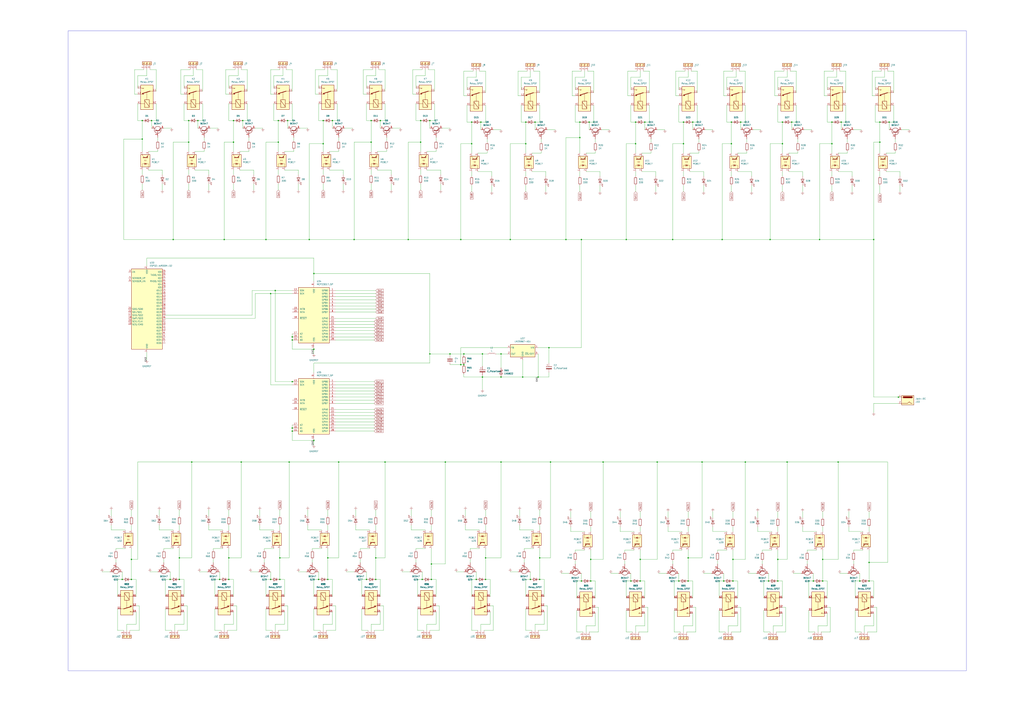
<source format=kicad_sch>
(kicad_sch (version 20230121) (generator eeschema)
  (paper "A1")
  (junction (at 476.25 113.03))
  (junction (at 561.34 118.11))
  (junction (at 222.25 241.3))
  (junction (at 631.19 477.52))
  (junction (at 557.53 477.52))
  (junction (at 345.44 116.84))
  (junction (at 228.6 99.06))
  (junction (at 411.48 290.83))
  (junction (at 147.32 476.25))
  (junction (at 304.8 99.06))
  (junction (at 476.25 100.33))
  (junction (at 378.46 299.72))
  (junction (at 273.05 99.06))
  (junction (at 184.15 196.85))
  (junction (at 411.48 309.88))
  (junction (at 646.43 379.73))
  (junction (at 142.24 196.85))
  (junction (at 565.15 458.47))
  (junction (at 394.97 100.33))
  (junction (at 240.03 279.4))
  (junction (at 257.81 224.79))
  (junction (at 561.34 100.33))
  (junction (at 552.45 196.85))
  (junction (at 675.64 459.74))
  (junction (at 608.33 100.33))
  (junction (at 378.46 196.85))
  (junction (at 411.48 379.73))
  (junction (at 443.23 458.47))
  (junction (at 539.75 379.73))
  (junction (at 601.98 459.74))
  (junction (at 290.83 196.85))
  (junction (at 722.63 100.33))
  (junction (at 387.35 100.33))
  (junction (at 154.94 99.06))
  (junction (at 477.52 196.85))
  (junction (at 381 290.83))
  (junction (at 369.57 290.83))
  (junction (at 240.03 354.33))
  (junction (at 229.87 476.25))
  (junction (at 269.24 458.47))
  (junction (at 162.56 99.06))
  (junction (at 477.52 477.52))
  (junction (at 594.36 477.52))
  (junction (at 240.03 276.86))
  (junction (at 398.78 458.47))
  (junction (at 668.02 477.52))
  (junction (at 398.78 476.25))
  (junction (at 354.33 463.55))
  (junction (at 737.87 326.39))
  (junction (at 261.62 476.25))
  (junction (at 312.42 99.06))
  (junction (at 443.23 476.25))
  (junction (at 222.25 476.25))
  (junction (at 191.77 116.84))
  (junction (at 265.43 99.06))
  (junction (at 335.28 196.85))
  (junction (at 198.12 379.73))
  (junction (at 191.77 99.06))
  (junction (at 240.03 351.79))
  (junction (at 139.7 476.25))
  (junction (at 308.61 476.25))
  (junction (at 431.8 100.33))
  (junction (at 345.44 99.06))
  (junction (at 229.87 458.47))
  (junction (at 612.14 379.73))
  (junction (at 514.35 196.85))
  (junction (at 381 299.72))
  (junction (at 353.06 99.06))
  (junction (at 525.78 459.74))
  (junction (at 180.34 476.25))
  (junction (at 147.32 458.47))
  (junction (at 464.82 196.85))
  (junction (at 304.8 116.84))
  (junction (at 157.48 379.73))
  (junction (at 632.46 196.85))
  (junction (at 100.33 476.25))
  (junction (at 642.62 100.33))
  (junction (at 365.76 379.73))
  (junction (at 226.06 238.76))
  (junction (at 419.1 196.85))
  (junction (at 240.03 313.69))
  (junction (at 441.96 309.88))
  (junction (at 521.97 118.11))
  (junction (at 576.58 379.73))
  (junction (at 722.63 116.84))
  (junction (at 450.85 285.75))
  (junction (at 593.09 196.85))
  (junction (at 439.42 100.33))
  (junction (at 713.74 462.28))
  (junction (at 236.22 99.06))
  (junction (at 187.96 476.25))
  (junction (at 435.61 476.25))
  (junction (at 717.55 196.85))
  (junction (at 396.24 309.88))
  (junction (at 278.13 379.73))
  (junction (at 116.84 99.06))
  (junction (at 495.3 379.73))
  (junction (at 683.26 100.33))
  (junction (at 353.06 290.83))
  (junction (at 638.81 459.74))
  (junction (at 683.26 118.11))
  (junction (at 107.95 459.74))
  (junction (at 116.84 114.3))
  (junction (at 387.35 118.11))
  (junction (at 396.24 290.83))
  (junction (at 300.99 476.25))
  (junction (at 269.24 476.25))
  (junction (at 650.24 100.33))
  (junction (at 429.26 309.88))
  (junction (at 483.87 100.33))
  (junction (at 124.46 99.06))
  (junction (at 308.61 458.47))
  (junction (at 485.14 459.74))
  (junction (at 257.81 361.95))
  (junction (at 601.98 477.52))
  (junction (at 568.96 100.33))
  (junction (at 391.16 476.25))
  (junction (at 452.12 379.73))
  (junction (at 673.1 196.85))
  (junction (at 525.78 477.52))
  (junction (at 529.59 100.33))
  (junction (at 228.6 116.84))
  (junction (at 638.81 477.52))
  (junction (at 675.64 477.52))
  (junction (at 521.97 100.33))
  (junction (at 565.15 477.52))
  (junction (at 690.88 100.33))
  (junction (at 346.71 476.25))
  (junction (at 713.74 477.52))
  (junction (at 199.39 99.06))
  (junction (at 642.62 118.11))
  (junction (at 237.49 379.73))
  (junction (at 431.8 118.11))
  (junction (at 354.33 476.25))
  (junction (at 187.96 458.47))
  (junction (at 254 196.85))
  (junction (at 154.94 116.84))
  (junction (at 485.14 477.52))
  (junction (at 688.34 379.73))
  (junction (at 265.43 118.11))
  (junction (at 218.44 196.85))
  (junction (at 600.71 118.11))
  (junction (at 257.81 287.02))
  (junction (at 600.71 100.33))
  (junction (at 706.12 477.52))
  (junction (at 316.23 379.73))
  (junction (at 107.95 476.25))
  (junction (at 730.25 100.33))
  (junction (at 518.16 477.52))
  (wire (pts (xy 345.44 116.84) (xy 335.28 116.84)))
  (wire (pts (xy 222.25 316.23) (xy 240.03 316.23)))
  (wire (pts (xy 521.97 514.35) (xy 521.97 519.43)))
  (wire (pts (xy 539.75 459.74) (xy 539.75 379.73)))
  (wire (pts (xy 508 471.17) (xy 501.65 471.17)))
  (wire (pts (xy 690.88 100.33) (xy 690.88 106.68)))
  (wire (pts (xy 361.95 151.13) (xy 361.95 156.21)))
  (wire (pts (xy 278.13 113.03) (xy 278.13 115.57)))
  (wire (pts (xy 679.45 63.5) (xy 687.07 63.5)))
  (wire (pts (xy 300.99 72.39) (xy 300.99 62.23)))
  (wire (pts (xy 525.78 477.52) (xy 525.78 459.74)))
  (wire (pts (xy 303.53 435.61) (xy 292.1 435.61)))
  (wire (pts (xy 571.5 499.11) (xy 571.5 519.43)))
  (wire (pts (xy 297.18 490.22) (xy 297.18 476.25)))
  (wire (pts (xy 237.49 379.73) (xy 198.12 379.73)))
  (wire (pts (xy 638.81 425.45) (xy 638.81 420.37)))
  (wire (pts (xy 153.67 518.16) (xy 146.05 518.16)))
  (wire (pts (xy 307.34 276.86) (xy 275.59 276.86)))
  (wire (pts (xy 646.43 379.73) (xy 612.14 379.73)))
  (wire (pts (xy 341.63 450.85) (xy 341.63 452.12)))
  (wire (pts (xy 209.55 261.62) (xy 209.55 241.3)))
  (wire (pts (xy 233.68 513.08) (xy 226.06 513.08)))
  (wire (pts (xy 129.54 113.03) (xy 129.54 115.57)))
  (wire (pts (xy 561.34 140.97) (xy 561.34 144.78)))
  (wire (pts (xy 290.83 469.9) (xy 284.48 469.9)))
  (wire (pts (xy 273.05 513.08) (xy 265.43 513.08)))
  (wire (pts (xy 312.42 99.06) (xy 316.23 99.06)))
  (wire (pts (xy 308.61 62.23) (xy 308.61 57.15)))
  (wire (pts (xy 312.42 497.84) (xy 314.96 497.84)))
  (wire (pts (xy 480.06 452.12) (xy 472.44 452.12)))
  (wire (pts (xy 483.87 100.33) (xy 483.87 106.68)))
  (wire (pts (xy 226.06 313.69) (xy 240.03 313.69)))
  (wire (pts (xy 552.45 463.55) (xy 552.45 461.01)))
  (wire (pts (xy 515.62 58.42) (xy 523.24 58.42)))
  (wire (pts (xy 398.78 476.25) (xy 398.78 458.47)))
  (wire (pts (xy 217.17 462.28) (xy 217.17 459.74)))
  (wire (pts (xy 568.96 100.33) (xy 572.77 100.33)))
  (wire (pts (xy 612.14 86.36) (xy 612.14 100.33)))
  (wire (pts (xy 312.42 490.22) (xy 312.42 476.25)))
  (wire (pts (xy 101.6 196.85) (xy 142.24 196.85)))
  (wire (pts (xy 632.46 196.85) (xy 673.1 196.85)))
  (wire (pts (xy 257.81 287.02) (xy 257.81 290.83)))
  (wire (pts (xy 273.05 502.92) (xy 273.05 513.08)))
  (wire (pts (xy 265.43 118.11) (xy 254 118.11)))
  (wire (pts (xy 245.11 151.13) (xy 245.11 156.21)))
  (wire (pts (xy 601.98 425.45) (xy 601.98 420.37)))
  (wire (pts (xy 572.77 58.42) (xy 572.77 76.2)))
  (wire (pts (xy 240.03 361.95) (xy 257.81 361.95)))
  (wire (pts (xy 224.79 77.47) (xy 222.25 77.47)))
  (wire (pts (xy 394.97 513.08) (xy 394.97 518.16)))
  (wire (pts (xy 116.84 139.7) (xy 116.84 143.51)))
  (wire (pts (xy 187.96 424.18) (xy 187.96 419.1)))
  (wire (pts (xy 584.2 471.17) (xy 577.85 471.17)))
  (wire (pts (xy 529.59 100.33) (xy 529.59 106.68)))
  (wire (pts (xy 585.47 425.45) (xy 585.47 420.37)))
  (wire (pts (xy 734.06 86.36) (xy 734.06 100.33)))
  (wire (pts (xy 514.35 118.11) (xy 514.35 196.85)))
  (wire (pts (xy 353.06 290.83) (xy 369.57 290.83)))
  (wire (pts (xy 378.46 299.72) (xy 378.46 285.75)))
  (wire (pts (xy 204.47 113.03) (xy 204.47 115.57)))
  (wire (pts (xy 278.13 458.47) (xy 278.13 379.73)))
  (wire (pts (xy 396.24 309.88) (xy 411.48 309.88)))
  (wire (pts (xy 229.87 458.47) (xy 237.49 458.47)))
  (wire (pts (xy 487.68 58.42) (xy 482.6 58.42)))
  (wire (pts (xy 690.88 100.33) (xy 694.69 100.33)))
  (wire (pts (xy 91.44 424.18) (xy 91.44 419.1)))
  (wire (pts (xy 402.59 513.08) (xy 394.97 513.08)))
  (wire (pts (xy 222.25 241.3) (xy 222.25 316.23)))
  (wire (pts (xy 387.35 518.16) (xy 392.43 518.16)))
  (wire (pts (xy 228.6 116.84) (xy 228.6 124.46)))
  (wire (pts (xy 308.61 241.3) (xy 275.59 241.3)))
  (wire (pts (xy 191.77 116.84) (xy 191.77 124.46)))
  (wire (pts (xy 596.9 73.66) (xy 596.9 63.5)))
  (wire (pts (xy 673.1 118.11) (xy 673.1 196.85)))
  (wire (pts (xy 199.39 99.06) (xy 203.2 99.06)))
  (wire (pts (xy 476.25 100.33) (xy 476.25 113.03)))
  (wire (pts (xy 557.53 477.52) (xy 553.72 477.52)))
  (wire (pts (xy 444.5 114.3) (xy 444.5 116.84)))
  (wire (pts (xy 525.78 425.45) (xy 525.78 420.37)))
  (wire (pts (xy 447.04 476.25) (xy 443.23 476.25)))
  (wire (pts (xy 647.7 125.73) (xy 655.32 125.73)))
  (wire (pts (xy 229.87 435.61) (xy 229.87 431.8)))
  (wire (pts (xy 245.11 139.7) (xy 245.11 143.51)))
  (wire (pts (xy 307.34 341.63) (xy 275.59 341.63)))
  (wire (pts (xy 222.25 476.25) (xy 218.44 476.25)))
  (wire (pts (xy 273.05 490.22) (xy 273.05 476.25)))
  (wire (pts (xy 312.42 99.06) (xy 312.42 105.41)))
  (wire (pts (xy 116.84 151.13) (xy 116.84 156.21)))
  (wire (pts (xy 383.54 63.5) (xy 391.16 63.5)))
  (wire (pts (xy 166.37 85.09) (xy 166.37 99.06)))
  (wire (pts (xy 256.54 462.28) (xy 256.54 459.74)))
  (wire (pts (xy 151.13 77.47) (xy 148.59 77.47)))
  (wire (pts (xy 706.12 477.52) (xy 702.31 477.52)))
  (wire (pts (xy 574.04 125.73) (xy 574.04 124.46)))
  (wire (pts (xy 431.8 500.38) (xy 431.8 518.16)))
  (wire (pts (xy 532.13 499.11) (xy 532.13 519.43)))
  (wire (pts (xy 673.1 196.85) (xy 717.55 196.85)))
  (wire (pts (xy 356.87 85.09) (xy 356.87 99.06)))
  (wire (pts (xy 295.91 450.85) (xy 295.91 452.12)))
  (wire (pts (xy 147.32 476.25) (xy 147.32 458.47)))
  (wire (pts (xy 635 514.35) (xy 635 519.43)))
  (wire (pts (xy 160.02 139.7) (xy 171.45 139.7)))
  (wire (pts (xy 341.63 85.09) (xy 341.63 99.06)))
  (wire (pts (xy 151.13 62.23) (xy 158.75 62.23)))
  (wire (pts (xy 257.81 231.14) (xy 257.81 224.79)))
  (wire (pts (xy 387.35 140.97) (xy 387.35 144.78)))
  (wire (pts (xy 469.9 58.42) (xy 477.52 58.42)))
  (wire (pts (xy 476.25 113.03) (xy 476.25 125.73)))
  (wire (pts (xy 468.63 436.88) (xy 468.63 433.07)))
  (wire (pts (xy 381 58.42) (xy 388.62 58.42)))
  (wire (pts (xy 151.13 99.06) (xy 154.94 99.06)))
  (wire (pts (xy 608.33 519.43) (xy 600.71 519.43)))
  (wire (pts (xy 617.22 152.4) (xy 617.22 157.48)))
  (wire (pts (xy 533.4 86.36) (xy 533.4 100.33)))
  (wire (pts (xy 307.34 279.4) (xy 275.59 279.4)))
  (wire (pts (xy 151.13 497.84) (xy 153.67 497.84)))
  (wire (pts (xy 668.02 477.52) (xy 668.02 471.17)))
  (wire (pts (xy 228.6 139.7) (xy 228.6 143.51)))
  (wire (pts (xy 298.45 57.15) (xy 306.07 57.15)))
  (wire (pts (xy 679.45 86.36) (xy 679.45 100.33)))
  (wire (pts (xy 212.09 469.9) (xy 205.74 469.9)))
  (wire (pts (xy 349.25 450.85) (xy 341.63 450.85)))
  (wire (pts (xy 142.24 116.84) (xy 142.24 196.85)))
  (wire (pts (xy 378.46 118.11) (xy 378.46 196.85)))
  (wire (pts (xy 358.14 490.22) (xy 358.14 476.25)))
  (wire (pts (xy 153.67 497.84) (xy 153.67 518.16)))
  (wire (pts (xy 226.06 513.08) (xy 226.06 518.16)))
  (wire (pts (xy 646.43 459.74) (xy 646.43 379.73)))
  (wire (pts (xy 396.24 309.88) (xy 396.24 320.04)))
  (wire (pts (xy 716.28 78.74) (xy 716.28 58.42)))
  (wire (pts (xy 176.53 490.22) (xy 176.53 476.25)))
  (wire (pts (xy 393.7 450.85) (xy 386.08 450.85)))
  (wire (pts (xy 236.22 99.06) (xy 240.03 99.06)))
  (wire (pts (xy 304.8 513.08) (xy 304.8 518.16)))
  (wire (pts (xy 525.78 459.74) (xy 539.75 459.74)))
  (wire (pts (xy 142.24 435.61) (xy 130.81 435.61)))
  (wire (pts (xy 429.26 309.88) (xy 441.96 309.88)))
  (wire (pts (xy 574.04 114.3) (xy 574.04 116.84)))
  (wire (pts (xy 191.77 99.06) (xy 191.77 116.84)))
  (wire (pts (xy 679.45 73.66) (xy 679.45 63.5)))
  (wire (pts (xy 605.79 514.35) (xy 598.17 514.35)))
  (wire (pts (xy 261.62 72.39) (xy 261.62 62.23)))
  (wire (pts (xy 209.55 241.3) (xy 222.25 241.3)))
  (wire (pts (xy 438.15 450.85) (xy 430.53 450.85)))
  (wire (pts (xy 167.64 124.46) (xy 167.64 123.19)))
  (wire (pts (xy 480.06 63.5) (xy 480.06 58.42)))
  (wire (pts (xy 304.8 99.06) (xy 304.8 116.84)))
  (wire (pts (xy 642.62 499.11) (xy 645.16 499.11)))
  (wire (pts (xy 252.73 435.61) (xy 252.73 431.8)))
  (wire (pts (xy 252.73 424.18) (xy 252.73 419.1)))
  (wire (pts (xy 162.56 99.06) (xy 162.56 105.41)))
  (wire (pts (xy 688.34 459.74) (xy 688.34 379.73)))
  (wire (pts (xy 345.44 139.7) (xy 345.44 143.51)))
  (wire (pts (xy 642.62 477.52) (xy 638.81 477.52)))
  (wire (pts (xy 121.92 124.46) (xy 129.54 124.46)))
  (wire (pts (xy 134.62 462.28) (xy 134.62 459.74)))
  (wire (pts (xy 176.53 518.16) (xy 181.61 518.16)))
  (wire (pts (xy 538.48 152.4) (xy 538.48 157.48)))
  (wire (pts (xy 207.01 259.08) (xy 207.01 238.76)))
  (wire (pts (xy 425.45 469.9) (xy 419.1 469.9)))
  (wire (pts (xy 154.94 116.84) (xy 142.24 116.84)))
  (wire (pts (xy 525.78 459.74) (xy 525.78 452.12)))
  (wire (pts (xy 557.53 78.74) (xy 554.99 78.74)))
  (wire (pts (xy 642.62 100.33) (xy 642.62 118.11)))
  (wire (pts (xy 95.25 450.85) (xy 95.25 452.12)))
  (wire (pts (xy 662.94 463.55) (xy 662.94 461.01)))
  (wire (pts (xy 316.23 458.47) (xy 316.23 379.73)))
  (wire (pts (xy 151.13 72.39) (xy 151.13 62.23)))
  (wire (pts (xy 113.03 85.09) (xy 113.03 99.06)))
  (wire (pts (xy 722.63 100.33) (xy 722.63 116.84)))
  (wire (pts (xy 358.14 513.08) (xy 350.52 513.08)))
  (wire (pts (xy 114.3 497.84) (xy 114.3 518.16)))
  (wire (pts (xy 400.05 125.73) (xy 400.05 124.46)))
  (wire (pts (xy 265.43 99.06) (xy 265.43 118.11)))
  (wire (pts (xy 642.62 152.4) (xy 642.62 157.48)))
  (wire (pts (xy 381 309.88) (xy 396.24 309.88)))
  (wire (pts (xy 638.81 459.74) (xy 638.81 452.12)))
  (wire (pts (xy 135.89 259.08) (xy 207.01 259.08)))
  (wire (pts (xy 539.75 379.73) (xy 495.3 379.73)))
  (wire (pts (xy 354.33 435.61) (xy 354.33 431.8)))
  (wire (pts (xy 734.06 58.42) (xy 734.06 76.2)))
  (wire (pts (xy 576.58 379.73) (xy 539.75 379.73)))
  (wire (pts (xy 191.77 513.08) (xy 184.15 513.08)))
  (wire (pts (xy 525.78 436.88) (xy 525.78 433.07)))
  (wire (pts (xy 589.28 463.55) (xy 589.28 461.01)))
  (wire (pts (xy 392.43 140.97) (xy 403.86 140.97)))
  (wire (pts (xy 261.62 62.23) (xy 269.24 62.23)))
  (wire (pts (xy 292.1 424.18) (xy 292.1 419.1)))
  (wire (pts (xy 722.63 152.4) (xy 722.63 158.75)))
  (wire (pts (xy 257.81 298.45) (xy 353.06 298.45)))
  (wire (pts (xy 191.77 151.13) (xy 191.77 156.21)))
  (wire (pts (xy 191.77 502.92) (xy 191.77 513.08)))
  (wire (pts (xy 701.04 106.68) (xy 707.39 106.68)))
  (wire (pts (xy 402.59 502.92) (xy 402.59 513.08)))
  (wire (pts (xy 321.31 151.13) (xy 321.31 156.21)))
  (wire (pts (xy 228.6 151.13) (xy 228.6 156.21)))
  (wire (pts (xy 548.64 436.88) (xy 548.64 433.07)))
  (wire (pts (xy 208.28 139.7) (xy 208.28 143.51)))
  (wire (pts (xy 447.04 513.08) (xy 439.42 513.08)))
  (wire (pts (xy 706.12 477.52) (xy 706.12 471.17)))
  (wire (pts (xy 307.34 266.7) (xy 275.59 266.7)))
  (wire (pts (xy 472.44 86.36) (xy 472.44 100.33)))
  (wire (pts (xy 369.57 290.83) (xy 369.57 292.1)))
  (wire (pts (xy 728.98 462.28) (xy 728.98 379.73)))
  (wire (pts (xy 645.16 519.43) (xy 637.54 519.43)))
  (wire (pts (xy 405.13 106.68) (xy 411.48 106.68)))
  (wire (pts (xy 148.59 57.15) (xy 156.21 57.15)))
  (wire (pts (xy 233.68 476.25) (xy 229.87 476.25)))
  (wire (pts (xy 254 196.85) (xy 290.83 196.85)))
  (wire (pts (xy 111.76 490.22) (xy 111.76 476.25)))
  (wire (pts (xy 435.61 476.25) (xy 435.61 469.9)))
  (wire (pts (xy 233.68 497.84) (xy 236.22 497.84)))
  (wire (pts (xy 322.58 105.41) (xy 328.93 105.41)))
  (wire (pts (xy 321.31 139.7) (xy 321.31 143.51)))
  (wire (pts (xy 436.88 140.97) (xy 448.31 140.97)))
  (wire (pts (xy 307.34 336.55) (xy 275.59 336.55)))
  (wire (pts (xy 402.59 476.25) (xy 398.78 476.25)))
  (wire (pts (xy 113.03 459.74) (xy 113.03 379.73)))
  (wire (pts (xy 699.77 152.4) (xy 699.77 157.48)))
  (wire (pts (xy 261.62 77.47) (xy 259.08 77.47)))
  (wire (pts (xy 642.62 514.35) (xy 635 514.35)))
  (wire (pts (xy 598.17 514.35) (xy 598.17 519.43)))
  (wire (pts (xy 621.03 471.17) (xy 614.68 471.17)))
  (wire (pts (xy 350.52 513.08) (xy 350.52 518.16)))
  (wire (pts (xy 217.17 450.85) (xy 217.17 452.12)))
  (wire (pts (xy 596.9 63.5) (xy 604.52 63.5)))
  (wire (pts (xy 675.64 459.74) (xy 675.64 452.12)))
  (wire (pts (xy 554.99 58.42) (xy 562.61 58.42)))
  (wire (pts (xy 224.79 85.09) (xy 224.79 99.06)))
  (wire (pts (xy 642.62 140.97) (xy 642.62 144.78)))
  (wire (pts (xy 491.49 519.43) (xy 483.87 519.43)))
  (wire (pts (xy 157.48 458.47) (xy 157.48 379.73)))
  (wire (pts (xy 151.13 85.09) (xy 151.13 99.06)))
  (wire (pts (xy 358.14 497.84) (xy 360.68 497.84)))
  (wire (pts (xy 391.16 476.25) (xy 391.16 469.9)))
  (wire (pts (xy 472.44 452.12) (xy 472.44 453.39)))
  (wire (pts (xy 353.06 224.79) (xy 353.06 290.83)))
  (wire (pts (xy 642.62 118.11) (xy 642.62 125.73)))
  (wire (pts (xy 608.33 100.33) (xy 608.33 106.68)))
  (wire (pts (xy 730.25 100.33) (xy 730.25 106.68)))
  (wire (pts (xy 426.72 435.61) (xy 426.72 431.8)))
  (wire (pts (xy 464.82 196.85) (xy 477.52 196.85)))
  (wire (pts (xy 431.8 490.22) (xy 431.8 476.25)))
  (wire (pts (xy 638.81 477.52) (xy 638.81 459.74)))
  (wire (pts (xy 722.63 116.84) (xy 722.63 125.73)))
  (wire (pts (xy 110.49 77.47) (xy 110.49 57.15)))
  (wire (pts (xy 349.25 435.61) (xy 337.82 435.61)))
  (wire (pts (xy 226.06 238.76) (xy 240.03 238.76)))
  (wire (pts (xy 642.62 491.49) (xy 642.62 477.52)))
  (wire (pts (xy 514.35 501.65) (xy 514.35 519.43)))
  (wire (pts (xy 101.6 114.3) (xy 101.6 196.85)))
  (wire (pts (xy 172.72 105.41) (xy 179.07 105.41)))
  (wire (pts (xy 622.3 425.45) (xy 622.3 420.37)))
  (wire (pts (xy 702.31 501.65) (xy 702.31 519.43)))
  (wire (pts (xy 441.96 290.83) (xy 441.96 309.88)))
  (wire (pts (xy 316.23 57.15) (xy 316.23 74.93)))
  (wire (pts (xy 341.63 72.39) (xy 341.63 62.23)))
  (wire (pts (xy 534.67 114.3) (xy 534.67 116.84)))
  (wire (pts (xy 398.78 435.61) (xy 398.78 431.8)))
  (wire (pts (xy 441.96 285.75) (xy 450.85 285.75)))
  (wire (pts (xy 275.59 238.76) (xy 308.61 238.76)))
  (wire (pts (xy 147.32 458.47) (xy 147.32 450.85)))
  (wire (pts (xy 645.16 499.11) (xy 645.16 519.43)))
  (wire (pts (xy 213.36 424.18) (xy 213.36 419.1)))
  (wire (pts (xy 717.55 499.11) (xy 720.09 499.11)))
  (wire (pts (xy 450.85 306.07) (xy 450.85 309.88)))
  (wire (pts (xy 182.88 435.61) (xy 171.45 435.61)))
  (wire (pts (xy 171.45 139.7) (xy 171.45 143.51)))
  (wire (pts (xy 565.15 458.47) (xy 565.15 452.12)))
  (wire (pts (xy 307.34 323.85) (xy 275.59 323.85)))
  (wire (pts (xy 307.34 354.33) (xy 275.59 354.33)))
  (wire (pts (xy 419.1 118.11) (xy 419.1 196.85)))
  (wire (pts (xy 191.77 139.7) (xy 191.77 143.51)))
  (wire (pts (xy 233.68 502.92) (xy 233.68 513.08)))
  (wire (pts (xy 735.33 114.3) (xy 735.33 116.84)))
  (wire (pts (xy 561.34 100.33) (xy 561.34 118.11)))
  (wire (pts (xy 431.8 118.11) (xy 419.1 118.11)))
  (wire (pts (xy 435.61 63.5) (xy 435.61 58.42)))
  (wire (pts (xy 240.03 85.09) (xy 240.03 99.06)))
  (wire (pts (xy 396.24 300.99) (xy 396.24 290.83)))
  (wire (pts (xy 481.33 125.73) (xy 488.95 125.73)))
  (wire (pts (xy 162.56 99.06) (xy 166.37 99.06)))
  (wire (pts (xy 120.65 218.44) (xy 120.65 212.09)))
  (wire (pts (xy 560.07 452.12) (xy 552.45 452.12)))
  (wire (pts (xy 439.42 100.33) (xy 439.42 106.68)))
  (wire (pts (xy 298.45 77.47) (xy 298.45 57.15)))
  (wire (pts (xy 655.32 125.73) (xy 655.32 124.46)))
  (wire (pts (xy 488.95 125.73) (xy 488.95 124.46)))
  (wire (pts (xy 269.24 458.47) (xy 278.13 458.47)))
  (wire (pts (xy 257.81 361.95) (xy 257.81 365.76)))
  (wire (pts (xy 143.51 513.08) (xy 143.51 518.16)))
  (wire (pts (xy 452.12 458.47) (xy 452.12 379.73)))
  (wire (pts (xy 596.9 86.36) (xy 596.9 100.33)))
  (wire (pts (xy 316.23 379.73) (xy 278.13 379.73)))
  (wire (pts (xy 290.83 196.85) (xy 335.28 196.85)))
  (wire (pts (xy 547.37 471.17) (xy 541.02 471.17)))
  (wire (pts (xy 740.41 106.68) (xy 746.76 106.68)))
  (wire (pts (xy 386.08 450.85) (xy 386.08 452.12)))
  (wire (pts (xy 695.96 125.73) (xy 695.96 124.46)))
  (wire (pts (xy 381 292.1) (xy 381 290.83)))
  (wire (pts (xy 553.72 491.49) (xy 553.72 477.52)))
  (wire (pts (xy 670.56 452.12) (xy 662.94 452.12)))
  (wire (pts (xy 135.89 490.22) (xy 135.89 476.25)))
  (wire (pts (xy 273.05 99.06) (xy 273.05 105.41)))
  (wire (pts (xy 600.71 118.11) (xy 600.71 125.73)))
  (wire (pts (xy 568.96 477.52) (xy 565.15 477.52)))
  (wire (pts (xy 411.48 458.47) (xy 411.48 379.73)))
  (wire (pts (xy 443.23 435.61) (xy 443.23 431.8)))
  (wire (pts (xy 191.77 476.25) (xy 187.96 476.25)))
  (wire (pts (xy 627.38 501.65) (xy 627.38 519.43)))
  (wire (pts (xy 683.26 118.11) (xy 673.1 118.11)))
  (wire (pts (xy 509.27 436.88) (xy 509.27 433.07)))
  (wire (pts (xy 473.71 501.65) (xy 473.71 519.43)))
  (wire (pts (xy 613.41 114.3) (xy 613.41 116.84)))
  (wire (pts (xy 345.44 151.13) (xy 345.44 156.21)))
  (wire (pts (xy 387.35 500.38) (xy 387.35 518.16)))
  (wire (pts (xy 717.55 504.19) (xy 717.55 514.35)))
  (wire (pts (xy 292.1 435.61) (xy 292.1 431.8)))
  (wire (pts (xy 275.59 497.84) (xy 275.59 518.16)))
  (wire (pts (xy 477.52 477.52) (xy 473.71 477.52)))
  (wire (pts (xy 251.46 469.9) (xy 245.11 469.9)))
  (wire (pts (xy 350.52 139.7) (xy 361.95 139.7)))
  (wire (pts (xy 257.81 490.22) (xy 257.81 476.25)))
  (wire (pts (xy 218.44 500.38) (xy 218.44 518.16)))
  (wire (pts (xy 218.44 490.22) (xy 218.44 476.25)))
  (wire (pts (xy 718.82 73.66) (xy 718.82 63.5)))
  (wire (pts (xy 636.27 58.42) (xy 643.89 58.42)))
  (wire (pts (xy 100.33 476.25) (xy 100.33 469.9)))
  (wire (pts (xy 668.02 477.52) (xy 664.21 477.52)))
  (wire (pts (xy 717.55 326.39) (xy 737.87 326.39)))
  (wire (pts (xy 308.61 248.92) (xy 275.59 248.92)))
  (wire (pts (xy 207.01 238.76) (xy 226.06 238.76)))
  (wire (pts (xy 675.64 436.88) (xy 675.64 433.07)))
  (wire (pts (xy 307.34 339.09) (xy 275.59 339.09)))
  (wire (pts (xy 612.14 459.74) (xy 612.14 379.73)))
  (wire (pts (xy 312.42 513.08) (xy 304.8 513.08)))
  (wire (pts (xy 605.79 140.97) (xy 617.22 140.97)))
  (wire (pts (xy 633.73 436.88) (xy 622.3 436.88)))
  (wire (pts (xy 308.61 435.61) (xy 308.61 431.8)))
  (wire (pts (xy 596.9 100.33) (xy 600.71 100.33)))
  (wire (pts (xy 521.97 118.11) (xy 514.35 118.11)))
  (wire (pts (xy 341.63 62.23) (xy 349.25 62.23)))
  (wire (pts (xy 568.96 504.19) (xy 568.96 514.35)))
  (wire (pts (xy 309.88 124.46) (xy 317.5 124.46)))
  (wire (pts (xy 187.96 458.47) (xy 198.12 458.47)))
  (wire (pts (xy 477.52 196.85) (xy 477.52 285.75)))
  (wire (pts (xy 473.71 519.43) (xy 478.79 519.43)))
  (wire (pts (xy 713.74 462.28) (xy 728.98 462.28)))
  (wire (pts (xy 184.15 116.84) (xy 184.15 196.85)))
  (wire (pts (xy 198.12 458.47) (xy 198.12 379.73)))
  (wire (pts (xy 110.49 57.15) (xy 118.11 57.15)))
  (wire (pts (xy 139.7 476.25) (xy 139.7 469.9)))
  (wire (pts (xy 378.46 196.85) (xy 419.1 196.85)))
  (wire (pts (xy 297.18 518.16) (xy 302.26 518.16)))
  (wire (pts (xy 208.28 151.13) (xy 208.28 156.21)))
  (wire (pts (xy 265.43 139.7) (xy 265.43 143.51)))
  (wire (pts (xy 518.16 73.66) (xy 518.16 63.5)))
  (wire (pts (xy 317.5 124.46) (xy 317.5 123.19)))
  (wire (pts (xy 236.22 518.16) (xy 228.6 518.16)))
  (wire (pts (xy 683.26 152.4) (xy 683.26 157.48)))
  (wire (pts (xy 273.05 476.25) (xy 269.24 476.25)))
  (wire (pts (xy 300.99 62.23) (xy 308.61 62.23)))
  (wire (pts (xy 485.14 425.45) (xy 485.14 420.37)))
  (wire (pts (xy 349.25 62.23) (xy 349.25 57.15)))
  (wire (pts (xy 713.74 425.45) (xy 713.74 420.37)))
  (wire (pts (xy 605.79 504.19) (xy 605.79 514.35)))
  (wire (pts (xy 487.68 58.42) (xy 487.68 76.2)))
  (wire (pts (xy 337.82 424.18) (xy 337.82 419.1)))
  (wire (pts (xy 240.03 276.86) (xy 240.03 279.4)))
  (wire (pts (xy 449.58 497.84) (xy 449.58 518.16)))
  (wire (pts (xy 429.26 295.91) (xy 429.26 309.88)))
  (wire (pts (xy 354.33 424.18) (xy 354.33 419.1)))
  (wire (pts (xy 488.95 477.52) (xy 485.14 477.52)))
  (wire (pts (xy 494.03 106.68) (xy 500.38 106.68)))
  (wire (pts (xy 477.52 196.85) (xy 514.35 196.85)))
  (wire (pts (xy 568.96 491.49) (xy 568.96 477.52)))
  (wire (pts (xy 224.79 99.06) (xy 228.6 99.06)))
  (wire (pts (xy 444.5 125.73) (xy 444.5 124.46)))
  (wire (pts (xy 734.06 58.42) (xy 728.98 58.42)))
  (wire (pts (xy 151.13 476.25) (xy 147.32 476.25)))
  (wire (pts (xy 553.72 501.65) (xy 553.72 519.43)))
  (wire (pts (xy 309.88 139.7) (xy 321.31 139.7)))
  (wire (pts (xy 113.03 99.06) (xy 116.84 99.06)))
  (wire (pts (xy 683.26 100.33) (xy 683.26 118.11)))
  (wire (pts (xy 679.45 491.49) (xy 679.45 477.52)))
  (wire (pts (xy 697.23 425.45) (xy 697.23 420.37)))
  (wire (pts (xy 154.94 99.06) (xy 154.94 116.84)))
  (wire (pts (xy 699.77 140.97) (xy 699.77 144.78)))
  (wire (pts (xy 509.27 425.45) (xy 509.27 420.37)))
  (wire (pts (xy 695.96 471.17) (xy 689.61 471.17)))
  (wire (pts (xy 394.97 100.33) (xy 398.78 100.33)))
  (wire (pts (xy 561.34 118.11) (xy 552.45 118.11)))
  (wire (pts (xy 627.38 491.49) (xy 627.38 477.52)))
  (wire (pts (xy 518.16 86.36) (xy 518.16 100.33)))
  (wire (pts (xy 187.96 458.47) (xy 187.96 450.85)))
  (wire (pts (xy 236.22 497.84) (xy 236.22 518.16)))
  (wire (pts (xy 443.23 86.36) (xy 443.23 100.33)))
  (wire (pts (xy 102.87 435.61) (xy 91.44 435.61)))
  (wire (pts (xy 257.81 518.16) (xy 262.89 518.16)))
  (wire (pts (xy 396.24 290.83) (xy 400.05 290.83)))
  (wire (pts (xy 638.81 86.36) (xy 638.81 100.33)))
  (wire (pts (xy 568.96 514.35) (xy 561.34 514.35)))
  (wire (pts (xy 360.68 518.16) (xy 353.06 518.16)))
  (wire (pts (xy 300.99 77.47) (xy 298.45 77.47)))
  (wire (pts (xy 142.24 196.85) (xy 184.15 196.85)))
  (wire (pts (xy 308.61 246.38) (xy 275.59 246.38)))
  (wire (pts (xy 650.24 100.33) (xy 654.05 100.33)))
  (wire (pts (xy 300.99 476.25) (xy 300.99 469.9)))
  (wire (pts (xy 257.81 212.09) (xy 257.81 224.79)))
  (wire (pts (xy 520.7 452.12) (xy 513.08 452.12)))
  (wire (pts (xy 467.36 471.17) (xy 461.01 471.17)))
  (wire (pts (xy 688.34 125.73) (xy 695.96 125.73)))
  (wire (pts (xy 525.78 63.5) (xy 525.78 58.42)))
  (wire (pts (xy 307.34 344.17) (xy 275.59 344.17)))
  (wire (pts (xy 561.34 118.11) (xy 561.34 125.73)))
  (wire (pts (xy 91.44 435.61) (xy 91.44 431.8)))
  (wire (pts (xy 660.4 106.68) (xy 666.75 106.68)))
  (wire (pts (xy 679.45 499.11) (xy 681.99 499.11)))
  (wire (pts (xy 431.8 100.33) (xy 431.8 118.11)))
  (wire (pts (xy 278.13 379.73) (xy 237.49 379.73)))
  (wire (pts (xy 452.12 379.73) (xy 411.48 379.73)))
  (wire (pts (xy 718.82 78.74) (xy 716.28 78.74)))
  (wire (pts (xy 472.44 63.5) (xy 480.06 63.5)))
  (wire (pts (xy 554.99 78.74) (xy 554.99 58.42)))
  (wire (pts (xy 447.04 497.84) (xy 449.58 497.84)))
  (wire (pts (xy 717.55 514.35) (xy 709.93 514.35)))
  (wire (pts (xy 443.23 424.18) (xy 443.23 419.1)))
  (wire (pts (xy 113.03 62.23) (xy 120.65 62.23)))
  (wire (pts (xy 659.13 425.45) (xy 659.13 420.37)))
  (wire (pts (xy 304.8 151.13) (xy 304.8 156.21)))
  (wire (pts (xy 187.96 85.09) (xy 187.96 99.06)))
  (wire (pts (xy 307.34 274.32) (xy 275.59 274.32)))
  (wire (pts (xy 300.99 99.06) (xy 304.8 99.06)))
  (wire (pts (xy 565.15 63.5) (xy 565.15 58.42)))
  (wire (pts (xy 241.3 113.03) (xy 241.3 115.57)))
  (wire (pts (xy 405.13 518.16) (xy 397.51 518.16)))
  (wire (pts (xy 111.76 497.84) (xy 114.3 497.84)))
  (wire (pts (xy 737.87 326.39) (xy 739.14 326.39)))
  (wire (pts (xy 560.07 436.88) (xy 548.64 436.88)))
  (wire (pts (xy 431.8 518.16) (xy 436.88 518.16)))
  (wire (pts (xy 552.45 452.12) (xy 552.45 453.39)))
  (wire (pts (xy 304.8 116.84) (xy 290.83 116.84)))
  (wire (pts (xy 96.52 490.22) (xy 96.52 476.25)))
  (wire (pts (xy 576.58 458.47) (xy 576.58 379.73)))
  (wire (pts (xy 448.31 140.97) (xy 448.31 144.78)))
  (wire (pts (xy 427.99 86.36) (xy 427.99 100.33)))
  (wire (pts (xy 604.52 63.5) (xy 604.52 58.42)))
  (wire (pts (xy 381 299.72) (xy 378.46 299.72)))
  (wire (pts (xy 151.13 502.92) (xy 151.13 513.08)))
  (wire (pts (xy 622.3 436.88) (xy 622.3 433.07)))
  (wire (pts (xy 600.71 152.4) (xy 600.71 157.48)))
  (wire (pts (xy 579.12 106.68) (xy 585.47 106.68)))
  (wire (pts (xy 180.34 476.25) (xy 176.53 476.25)))
  (wire (pts (xy 259.08 57.15) (xy 266.7 57.15)))
  (wire (pts (xy 577.85 140.97) (xy 577.85 144.78)))
  (wire (pts (xy 430.53 450.85) (xy 430.53 452.12)))
  (wire (pts (xy 354.33 463.55) (xy 365.76 463.55)))
  (wire (pts (xy 702.31 491.49) (xy 702.31 477.52)))
  (wire (pts (xy 345.44 99.06) (xy 345.44 116.84)))
  (wire (pts (xy 107.95 435.61) (xy 107.95 431.8)))
  (wire (pts (xy 472.44 78.74) (xy 469.9 78.74)))
  (wire (pts (xy 565.15 458.47) (xy 576.58 458.47)))
  (wire (pts (xy 307.34 331.47) (xy 275.59 331.47)))
  (wire (pts (xy 439.42 513.08) (xy 439.42 518.16)))
  (wire (pts (xy 308.61 261.62) (xy 275.59 261.62)))
  (wire (pts (xy 626.11 452.12) (xy 626.11 453.39)))
  (wire (pts (xy 681.99 499.11) (xy 681.99 519.43)))
  (wire (pts (xy 688.34 379.73) (xy 646.43 379.73)))
  (wire (pts (xy 171.45 435.61) (xy 171.45 431.8)))
  (wire (pts (xy 276.86 57.15) (xy 276.86 74.93)))
  (wire (pts (xy 518.16 477.52) (xy 518.16 471.17)))
  (wire (pts (xy 708.66 452.12) (xy 701.04 452.12)))
  (wire (pts (xy 392.43 125.73) (xy 400.05 125.73)))
  (wire (pts (xy 382.27 435.61) (xy 382.27 431.8)))
  (wire (pts (xy 240.03 279.4) (xy 240.03 287.02)))
  (wire (pts (xy 596.9 436.88) (xy 585.47 436.88)))
  (wire (pts (xy 240.03 57.15) (xy 240.03 74.93)))
  (wire (pts (xy 612.14 58.42) (xy 612.14 76.2)))
  (wire (pts (xy 488.95 499.11) (xy 491.49 499.11)))
  (wire (pts (xy 240.03 349.25) (xy 240.03 351.79)))
  (wire (pts (xy 166.37 57.15) (xy 166.37 74.93)))
  (wire (pts (xy 254 118.11) (xy 254 196.85)))
  (wire (pts (xy 191.77 490.22) (xy 191.77 476.25)))
  (wire (pts (xy 632.46 118.11) (xy 632.46 196.85)))
  (wire (pts (xy 529.59 100.33) (xy 533.4 100.33)))
  (wire (pts (xy 339.09 57.15) (xy 346.71 57.15)))
  (wire (pts (xy 228.6 116.84) (xy 218.44 116.84)))
  (wire (pts (xy 476.25 140.97) (xy 476.25 144.78)))
  (wire (pts (xy 295.91 462.28) (xy 295.91 459.74)))
  (wire (pts (xy 533.4 58.42) (xy 533.4 76.2)))
  (wire (pts (xy 269.24 62.23) (xy 269.24 57.15)))
  (wire (pts (xy 222.25 476.25) (xy 222.25 469.9)))
  (wire (pts (xy 232.41 62.23) (xy 232.41 57.15)))
  (wire (pts (xy 134.62 450.85) (xy 134.62 452.12)))
  (wire (pts (xy 346.71 476.25) (xy 346.71 469.9)))
  (wire (pts (xy 722.63 116.84) (xy 717.55 116.84)))
  (wire (pts (xy 246.38 105.41) (xy 252.73 105.41)))
  (wire (pts (xy 307.34 321.31) (xy 275.59 321.31)))
  (wire (pts (xy 568.96 499.11) (xy 571.5 499.11)))
  (wire (pts (xy 548.64 425.45) (xy 548.64 420.37)))
  (wire (pts (xy 398.78 458.47) (xy 398.78 450.85)))
  (wire (pts (xy 520.7 436.88) (xy 509.27 436.88)))
  (wire (pts (xy 735.33 125.73) (xy 735.33 124.46)))
  (wire (pts (xy 594.36 477.52) (xy 590.55 477.52)))
  (wire (pts (xy 683.26 118.11) (xy 683.26 125.73)))
  (wire (pts (xy 341.63 462.28) (xy 341.63 459.74)))
  (wire (pts (xy 676.91 78.74) (xy 676.91 58.42)))
  (wire (pts (xy 557.53 477.52) (xy 557.53 471.17)))
  (wire (pts (xy 237.49 458.47) (xy 237.49 379.73)))
  (wire (pts (xy 135.89 261.62) (xy 209.55 261.62)))
  (wire (pts (xy 438.15 435.61) (xy 426.72 435.61)))
  (wire (pts (xy 557.53 63.5) (xy 565.15 63.5)))
  (wire (pts (xy 636.27 78.74) (xy 636.27 58.42)))
  (wire (pts (xy 518.16 78.74) (xy 515.62 78.74)))
  (wire (pts (xy 224.79 62.23) (xy 232.41 62.23)))
  (wire (pts (xy 387.35 118.11) (xy 387.35 125.73)))
  (wire (pts (xy 717.55 116.84) (xy 717.55 196.85)))
  (wire (pts (xy 659.13 152.4) (xy 659.13 157.48)))
  (wire (pts (xy 642.62 504.19) (xy 642.62 514.35)))
  (wire (pts (xy 300.99 85.09) (xy 300.99 99.06)))
  (wire (pts (xy 596.9 452.12) (xy 589.28 452.12)))
  (wire (pts (xy 521.97 152.4) (xy 521.97 157.48)))
  (wire (pts (xy 104.14 513.08) (xy 104.14 518.16)))
  (wire (pts (xy 450.85 285.75) (xy 477.52 285.75)))
  (wire (pts (xy 681.99 519.43) (xy 674.37 519.43)))
  (wire (pts (xy 631.19 477.52) (xy 627.38 477.52)))
  (wire (pts (xy 300.99 476.25) (xy 297.18 476.25)))
  (wire (pts (xy 116.84 114.3) (xy 101.6 114.3)))
  (wire (pts (xy 427.99 78.74) (xy 425.45 78.74)))
  (wire (pts (xy 730.25 100.33) (xy 734.06 100.33)))
  (wire (pts (xy 383.54 73.66) (xy 383.54 63.5)))
  (wire (pts (xy 391.16 476.25) (xy 387.35 476.25)))
  (wire (pts (xy 468.63 425.45) (xy 468.63 420.37)))
  (wire (pts (xy 664.21 491.49) (xy 664.21 477.52)))
  (wire (pts (xy 275.59 518.16) (xy 267.97 518.16)))
  (wire (pts (xy 120.65 62.23) (xy 120.65 57.15)))
  (wire (pts (xy 716.28 58.42) (xy 723.9 58.42)))
  (wire (pts (xy 120.65 289.56) (xy 120.65 295.91)))
  (wire (pts (xy 128.27 99.06) (xy 124.46 99.06)))
  (wire (pts (xy 683.26 140.97) (xy 683.26 144.78)))
  (wire (pts (xy 275.59 313.69) (xy 307.34 313.69)))
  (wire (pts (xy 182.88 450.85) (xy 175.26 450.85)))
  (wire (pts (xy 381 307.34) (xy 381 309.88)))
  (wire (pts (xy 557.53 86.36) (xy 557.53 100.33)))
  (wire (pts (xy 353.06 99.06) (xy 356.87 99.06)))
  (wire (pts (xy 269.24 458.47) (xy 269.24 450.85)))
  (wire (pts (xy 447.04 502.92) (xy 447.04 513.08)))
  (wire (pts (xy 383.54 100.33) (xy 387.35 100.33)))
  (wire (pts (xy 96.52 500.38) (xy 96.52 518.16)))
  (wire (pts (xy 204.47 124.46) (xy 204.47 123.19)))
  (wire (pts (xy 527.05 140.97) (xy 538.48 140.97)))
  (wire (pts (xy 477.52 477.52) (xy 477.52 471.17)))
  (wire (pts (xy 386.08 462.28) (xy 386.08 459.74)))
  (wire (pts (xy 111.76 513.08) (xy 104.14 513.08)))
  (wire (pts (xy 360.68 497.84) (xy 360.68 518.16)))
  (wire (pts (xy 171.45 424.18) (xy 171.45 419.1)))
  (wire (pts (xy 431.8 152.4) (xy 431.8 157.48)))
  (wire (pts (xy 229.87 458.47) (xy 229.87 450.85)))
  (wire (pts (xy 561.34 152.4) (xy 561.34 157.48)))
  (wire (pts (xy 196.85 124.46) (xy 204.47 124.46)))
  (wire (pts (xy 387.35 152.4) (xy 387.35 157.48)))
  (wire (pts (xy 664.21 501.65) (xy 664.21 519.43)))
  (wire (pts (xy 147.32 458.47) (xy 157.48 458.47)))
  (wire (pts (xy 514.35 519.43) (xy 519.43 519.43)))
  (wire (pts (xy 435.61 476.25) (xy 431.8 476.25)))
  (wire (pts (xy 233.68 139.7) (xy 245.11 139.7)))
  (wire (pts (xy 185.42 77.47) (xy 185.42 57.15)))
  (wire (pts (xy 265.43 513.08) (xy 265.43 518.16)))
  (wire (pts (xy 694.69 58.42) (xy 689.61 58.42)))
  (wire (pts (xy 566.42 125.73) (xy 574.04 125.73)))
  (wire (pts (xy 393.7 435.61) (xy 382.27 435.61)))
  (wire (pts (xy 485.14 436.88) (xy 485.14 433.07)))
  (wire (pts (xy 365.76 379.73) (xy 316.23 379.73)))
  (wire (pts (xy 107.95 424.18) (xy 107.95 419.1)))
  (wire (pts (xy 697.23 436.88) (xy 697.23 433.07)))
  (wire (pts (xy 124.46 99.06) (xy 124.46 105.41)))
  (wire (pts (xy 443.23 458.47) (xy 443.23 450.85)))
  (wire (pts (xy 717.55 491.49) (xy 717.55 477.52)))
  (wire (pts (xy 631.19 477.52) (xy 631.19 471.17)))
  (wire (pts (xy 218.44 196.85) (xy 254 196.85)))
  (wire (pts (xy 184.15 513.08) (xy 184.15 518.16)))
  (wire (pts (xy 116.84 99.06) (xy 116.84 114.3)))
  (wire (pts (xy 487.68 86.36) (xy 487.68 100.33)))
  (wire (pts (xy 316.23 85.09) (xy 316.23 99.06)))
  (wire (pts (xy 180.34 476.25) (xy 180.34 469.9)))
  (wire (pts (xy 261.62 85.09) (xy 261.62 99.06)))
  (wire (pts (xy 142.24 450.85) (xy 134.62 450.85)))
  (wire (pts (xy 383.54 86.36) (xy 383.54 100.33)))
  (wire (pts (xy 307.34 328.93) (xy 275.59 328.93)))
  (wire (pts (xy 605.79 477.52) (xy 601.98 477.52)))
  (wire (pts (xy 187.96 72.39) (xy 187.96 62.23)))
  (wire (pts (xy 187.96 435.61) (xy 187.96 431.8)))
  (wire (pts (xy 605.79 499.11) (xy 608.33 499.11)))
  (wire (pts (xy 151.13 490.22) (xy 151.13 476.25)))
  (wire (pts (xy 148.59 77.47) (xy 148.59 57.15)))
  (wire (pts (xy 353.06 99.06) (xy 353.06 105.41)))
  (wire (pts (xy 449.58 106.68) (xy 455.93 106.68)))
  (wire (pts (xy 191.77 116.84) (xy 184.15 116.84)))
  (wire (pts (xy 679.45 504.19) (xy 679.45 514.35)))
  (wire (pts (xy 449.58 518.16) (xy 441.96 518.16)))
  (wire (pts (xy 618.49 106.68) (xy 624.84 106.68)))
  (wire (pts (xy 739.14 140.97) (xy 739.14 144.78)))
  (wire (pts (xy 167.64 113.03) (xy 167.64 115.57)))
  (wire (pts (xy 358.14 476.25) (xy 354.33 476.25)))
  (wire (pts (xy 261.62 99.06) (xy 265.43 99.06)))
  (wire (pts (xy 612.14 58.42) (xy 607.06 58.42)))
  (wire (pts (xy 135.89 500.38) (xy 135.89 518.16)))
  (wire (pts (xy 557.53 100.33) (xy 561.34 100.33)))
  (wire (pts (xy 308.61 254) (xy 275.59 254)))
  (wire (pts (xy 175.26 462.28) (xy 175.26 459.74)))
  (wire (pts (xy 391.16 63.5) (xy 391.16 58.42)))
  (wire (pts (xy 594.36 477.52) (xy 594.36 471.17)))
  (wire (pts (xy 259.08 77.47) (xy 259.08 57.15)))
  (wire (pts (xy 539.75 106.68) (xy 546.1 106.68)))
  (wire (pts (xy 687.07 63.5) (xy 687.07 58.42)))
  (wire (pts (xy 605.79 491.49) (xy 605.79 477.52)))
  (wire (pts (xy 353.06 298.45) (xy 353.06 290.83)))
  (wire (pts (xy 387.35 100.33) (xy 387.35 118.11)))
  (wire (pts (xy 100.33 476.25) (xy 96.52 476.25)))
  (wire (pts (xy 571.5 519.43) (xy 563.88 519.43)))
  (wire (pts (xy 213.36 435.61) (xy 213.36 431.8)))
  (wire (pts (xy 276.86 85.09) (xy 276.86 99.06)))
  (wire (pts (xy 426.72 424.18) (xy 426.72 419.1)))
  (wire (pts (xy 308.61 256.54) (xy 275.59 256.54)))
  (wire (pts (xy 450.85 285.75) (xy 450.85 298.45)))
  (wire (pts (xy 304.8 139.7) (xy 304.8 143.51)))
  (wire (pts (xy 626.11 463.55) (xy 626.11 461.01)))
  (wire (pts (xy 627.38 519.43) (xy 632.46 519.43)))
  (wire (pts (xy 443.23 476.25) (xy 443.23 458.47)))
  (wire (pts (xy 431.8 118.11) (xy 431.8 125.73)))
  (wire (pts (xy 233.68 124.46) (xy 241.3 124.46)))
  (wire (pts (xy 308.61 424.18) (xy 308.61 419.1)))
  (wire (pts (xy 224.79 72.39) (xy 224.79 62.23)))
  (wire (pts (xy 469.9 78.74) (xy 469.9 58.42)))
  (wire (pts (xy 312.42 502.92) (xy 312.42 513.08)))
  (wire (pts (xy 427.99 63.5) (xy 435.61 63.5)))
  (wire (pts (xy 265.43 151.13) (xy 265.43 156.21)))
  (wire (pts (xy 265.43 118.11) (xy 265.43 124.46)))
  (wire (pts (xy 688.34 140.97) (xy 699.77 140.97)))
  (wire (pts (xy 269.24 424.18) (xy 269.24 419.1)))
  (wire (pts (xy 596.9 78.74) (xy 594.36 78.74)))
  (wire (pts (xy 187.96 62.23) (xy 195.58 62.23)))
  (wire (pts (xy 270.51 124.46) (xy 278.13 124.46)))
  (wire (pts (xy 257.81 224.79) (xy 353.06 224.79)))
  (wire (pts (xy 601.98 436.88) (xy 601.98 433.07)))
  (wire (pts (xy 107.95 459.74) (xy 107.95 450.85)))
  (wire (pts (xy 314.96 497.84) (xy 314.96 518.16)))
  (wire (pts (xy 307.34 351.79) (xy 275.59 351.79)))
  (wire (pts (xy 273.05 497.84) (xy 275.59 497.84)))
  (wire (pts (xy 341.63 99.06) (xy 345.44 99.06)))
  (wire (pts (xy 529.59 477.52) (xy 525.78 477.52)))
  (wire (pts (xy 568.96 100.33) (xy 568.96 106.68)))
  (wire (pts (xy 170.18 469.9) (xy 163.83 469.9)))
  (wire (pts (xy 513.08 463.55) (xy 513.08 461.01)))
  (wire (pts (xy 345.44 116.84) (xy 345.44 124.46)))
  (wire (pts (xy 184.15 196.85) (xy 218.44 196.85)))
  (wire (pts (xy 317.5 113.03) (xy 317.5 115.57)))
  (wire (pts (xy 135.89 518.16) (xy 140.97 518.16)))
  (wire (pts (xy 308.61 251.46) (xy 275.59 251.46)))
  (wire (pts (xy 147.32 424.18) (xy 147.32 419.1)))
  (wire (pts (xy 407.67 290.83) (xy 411.48 290.83)))
  (wire (pts (xy 717.55 339.09) (xy 717.55 331.47)))
  (wire (pts (xy 464.82 113.03) (xy 464.82 196.85)))
  (wire (pts (xy 590.55 519.43) (xy 595.63 519.43)))
  (wire (pts (xy 381 290.83) (xy 396.24 290.83)))
  (wire (pts (xy 670.56 436.88) (xy 659.13 436.88)))
  (wire (pts (xy 133.35 151.13) (xy 133.35 156.21)))
  (wire (pts (xy 387.35 490.22) (xy 387.35 476.25)))
  (wire (pts (xy 601.98 459.74) (xy 601.98 452.12)))
  (wire (pts (xy 240.03 313.69) (xy 241.3 313.69)))
  (wire (pts (xy 361.95 139.7) (xy 361.95 143.51)))
  (wire (pts (xy 533.4 58.42) (xy 528.32 58.42)))
  (wire (pts (xy 222.25 77.47) (xy 222.25 57.15)))
  (wire (pts (xy 654.05 58.42) (xy 654.05 76.2)))
  (wire (pts (xy 166.37 57.15) (xy 161.29 57.15)))
  (wire (pts (xy 307.34 346.71) (xy 275.59 346.71)))
  (wire (pts (xy 713.74 462.28) (xy 713.74 452.12)))
  (wire (pts (xy 650.24 100.33) (xy 650.24 106.68)))
  (wire (pts (xy 608.33 100.33) (xy 612.14 100.33)))
  (wire (pts (xy 312.42 476.25) (xy 308.61 476.25)))
  (wire (pts (xy 443.23 58.42) (xy 443.23 76.2)))
  (wire (pts (xy 398.78 58.42) (xy 398.78 76.2)))
  (wire (pts (xy 363.22 105.41) (xy 369.57 105.41)))
  (wire (pts (xy 518.16 100.33) (xy 521.97 100.33)))
  (wire (pts (xy 589.28 452.12) (xy 589.28 453.39)))
  (wire (pts (xy 398.78 58.42) (xy 393.7 58.42)))
  (wire (pts (xy 572.77 58.42) (xy 567.69 58.42)))
  (wire (pts (xy 431.8 140.97) (xy 431.8 144.78)))
  (wire (pts (xy 534.67 125.73) (xy 534.67 124.46)))
  (wire (pts (xy 739.14 152.4) (xy 739.14 157.48)))
  (wire (pts (xy 405.13 497.84) (xy 405.13 518.16)))
  (wire (pts (xy 107.95 476.25) (xy 107.95 459.74)))
  (wire (pts (xy 241.3 124.46) (xy 241.3 123.19)))
  (wire (pts (xy 350.52 124.46) (xy 358.14 124.46)))
  (wire (pts (xy 659.13 140.97) (xy 659.13 144.78)))
  (wire (pts (xy 638.81 73.66) (xy 638.81 63.5)))
  (wire (pts (xy 495.3 459.74) (xy 495.3 379.73)))
  (wire (pts (xy 154.94 139.7) (xy 154.94 143.51)))
  (wire (pts (xy 439.42 100.33) (xy 443.23 100.33)))
  (wire (pts (xy 308.61 458.47) (xy 308.61 450.85)))
  (wire (pts (xy 701.04 463.55) (xy 701.04 461.01)))
  (wire (pts (xy 257.81 306.07) (xy 257.81 298.45)))
  (wire (pts (xy 381 78.74) (xy 381 58.42)))
  (wire (pts (xy 485.14 459.74) (xy 495.3 459.74)))
  (wire (pts (xy 654.05 58.42) (xy 648.97 58.42)))
  (wire (pts (xy 679.45 477.52) (xy 675.64 477.52)))
  (wire (pts (xy 297.18 500.38) (xy 297.18 518.16)))
  (wire (pts (xy 411.48 309.88) (xy 429.26 309.88)))
  (wire (pts (xy 713.74 436.88) (xy 713.74 433.07)))
  (wire (pts (xy 224.79 435.61) (xy 213.36 435.61)))
  (wire (pts (xy 369.57 290.83) (xy 381 290.83)))
  (wire (pts (xy 722.63 140.97) (xy 722.63 144.78)))
  (wire (pts (xy 222.25 57.15) (xy 229.87 57.15)))
  (wire (pts (xy 590.55 501.65) (xy 590.55 519.43)))
  (wire (pts (xy 713.74 477.52) (xy 713.74 462.28)))
  (wire (pts (xy 307.34 271.78) (xy 275.59 271.78)))
  (wire (pts (xy 308.61 243.84) (xy 275.59 243.84)))
  (wire (pts (xy 129.54 124.46) (xy 129.54 123.19)))
  (wire (pts (xy 365.76 463.55) (xy 365.76 379.73)))
  (wire (pts (xy 130.81 435.61) (xy 130.81 431.8)))
  (wire (pts (xy 396.24 308.61) (xy 396.24 309.88)))
  (wire (pts (xy 718.82 86.36) (xy 718.82 100.33)))
  (wire (pts (xy 233.68 490.22) (xy 233.68 476.25)))
  (wire (pts (xy 283.21 105.41) (xy 289.56 105.41)))
  (wire (pts (xy 129.54 469.9) (xy 123.19 469.9)))
  (wire (pts (xy 638.81 100.33) (xy 642.62 100.33)))
  (wire (pts (xy 488.95 491.49) (xy 488.95 477.52)))
  (wire (pts (xy 443.23 458.47) (xy 452.12 458.47)))
  (wire (pts (xy 403.86 152.4) (xy 403.86 157.48)))
  (wire (pts (xy 638.81 459.74) (xy 646.43 459.74)))
  (wire (pts (xy 316.23 57.15) (xy 311.15 57.15)))
  (wire (pts (xy 358.14 124.46) (xy 358.14 123.19)))
  (wire (pts (xy 402.59 490.22) (xy 402.59 476.25)))
  (wire (pts (xy 538.48 140.97) (xy 538.48 144.78)))
  (wire (pts (xy 565.15 477.52) (xy 565.15 458.47)))
  (wire (pts (xy 728.98 379.73) (xy 688.34 379.73)))
  (wire (pts (xy 657.86 471.17) (xy 651.51 471.17)))
  (wire (pts (xy 281.94 151.13) (xy 281.94 156.21)))
  (wire (pts (xy 209.55 105.41) (xy 215.9 105.41)))
  (wire (pts (xy 448.31 152.4) (xy 448.31 157.48)))
  (wire (pts (xy 196.85 139.7) (xy 208.28 139.7)))
  (wire (pts (xy 307.34 326.39) (xy 275.59 326.39)))
  (wire (pts (xy 307.34 318.77) (xy 275.59 318.77)))
  (wire (pts (xy 514.35 491.49) (xy 514.35 477.52)))
  (wire (pts (xy 659.13 436.88) (xy 659.13 433.07)))
  (wire (pts (xy 646.43 63.5) (xy 646.43 58.42)))
  (wire (pts (xy 647.7 140.97) (xy 659.13 140.97)))
  (wire (pts (xy 341.63 77.47) (xy 339.09 77.47)))
  (wire (pts (xy 128.27 57.15) (xy 123.19 57.15)))
  (wire (pts (xy 441.96 309.88) (xy 450.85 309.88)))
  (wire (pts (xy 403.86 140.97) (xy 403.86 144.78)))
  (wire (pts (xy 354.33 476.25) (xy 354.33 463.55)))
  (wire (pts (xy 304.8 116.84) (xy 304.8 124.46)))
  (wire (pts (xy 269.24 476.25) (xy 269.24 458.47)))
  (wire (pts (xy 718.82 63.5) (xy 726.44 63.5)))
  (wire (pts (xy 400.05 114.3) (xy 400.05 116.84)))
  (wire (pts (xy 151.13 513.08) (xy 143.51 513.08)))
  (wire (pts (xy 476.25 152.4) (xy 476.25 157.48)))
  (wire (pts (xy 513.08 452.12) (xy 513.08 453.39)))
  (wire (pts (xy 472.44 100.33) (xy 476.25 100.33)))
  (wire (pts (xy 278.13 124.46) (xy 278.13 123.19)))
  (wire (pts (xy 335.28 116.84) (xy 335.28 196.85)))
  (wire (pts (xy 339.09 77.47) (xy 339.09 57.15)))
  (wire (pts (xy 358.14 113.03) (xy 358.14 115.57)))
  (wire (pts (xy 720.09 499.11) (xy 720.09 519.43)))
  (wire (pts (xy 185.42 57.15) (xy 193.04 57.15)))
  (wire (pts (xy 187.96 476.25) (xy 187.96 458.47)))
  (wire (pts (xy 240.03 287.02) (xy 257.81 287.02)))
  (wire (pts (xy 187.96 99.06) (xy 191.77 99.06)))
  (wire (pts (xy 642.62 118.11) (xy 632.46 118.11)))
  (wire (pts (xy 472.44 73.66) (xy 472.44 63.5)))
  (wire (pts (xy 675.64 459.74) (xy 688.34 459.74)))
  (wire (pts (xy 276.86 57.15) (xy 271.78 57.15)))
  (wire (pts (xy 613.41 125.73) (xy 613.41 124.46)))
  (wire (pts (xy 565.15 436.88) (xy 565.15 433.07)))
  (wire (pts (xy 727.71 125.73) (xy 735.33 125.73)))
  (wire (pts (xy 518.16 477.52) (xy 514.35 477.52)))
  (wire (pts (xy 638.81 78.74) (xy 636.27 78.74)))
  (wire (pts (xy 633.73 452.12) (xy 626.11 452.12)))
  (wire (pts (xy 402.59 497.84) (xy 405.13 497.84)))
  (wire (pts (xy 529.59 491.49) (xy 529.59 477.52)))
  (wire (pts (xy 236.22 99.06) (xy 236.22 105.41)))
  (wire (pts (xy 369.57 299.72) (xy 378.46 299.72)))
  (wire (pts (xy 257.81 500.38) (xy 257.81 518.16)))
  (wire (pts (xy 222.25 241.3) (xy 240.03 241.3)))
  (wire (pts (xy 655.32 114.3) (xy 655.32 116.84)))
  (wire (pts (xy 358.14 502.92) (xy 358.14 513.08)))
  (wire (pts (xy 356.87 57.15) (xy 356.87 74.93)))
  (wire (pts (xy 717.55 477.52) (xy 713.74 477.52)))
  (wire (pts (xy 529.59 504.19) (xy 529.59 514.35)))
  (wire (pts (xy 228.6 99.06) (xy 228.6 116.84)))
  (wire (pts (xy 264.16 450.85) (xy 256.54 450.85)))
  (wire (pts (xy 273.05 99.06) (xy 276.86 99.06)))
  (wire (pts (xy 425.45 58.42) (xy 433.07 58.42)))
  (wire (pts (xy 191.77 497.84) (xy 194.31 497.84)))
  (wire (pts (xy 492.76 140.97) (xy 492.76 144.78)))
  (wire (pts (xy 529.59 499.11) (xy 532.13 499.11)))
  (wire (pts (xy 518.16 63.5) (xy 525.78 63.5)))
  (wire (pts (xy 717.55 196.85) (xy 717.55 326.39)))
  (wire (pts (xy 116.84 114.3) (xy 116.84 124.46)))
  (wire (pts (xy 139.7 476.25) (xy 135.89 476.25)))
  (wire (pts (xy 307.34 349.25) (xy 275.59 349.25)))
  (wire (pts (xy 387.35 118.11) (xy 378.46 118.11)))
  (wire (pts (xy 240.03 351.79) (xy 240.03 354.33)))
  (wire (pts (xy 488.95 504.19) (xy 488.95 514.35)))
  (wire (pts (xy 199.39 99.06) (xy 199.39 105.41)))
  (wire (pts (xy 261.62 476.25) (xy 257.81 476.25)))
  (wire (pts (xy 411.48 290.83) (xy 416.56 290.83)))
  (wire (pts (xy 694.69 86.36) (xy 694.69 100.33)))
  (wire (pts (xy 111.76 476.25) (xy 107.95 476.25)))
  (wire (pts (xy 726.44 63.5) (xy 726.44 58.42)))
  (wire (pts (xy 491.49 499.11) (xy 491.49 519.43)))
  (wire (pts (xy 481.33 514.35) (xy 481.33 519.43)))
  (wire (pts (xy 664.21 519.43) (xy 669.29 519.43)))
  (wire (pts (xy 203.2 57.15) (xy 198.12 57.15)))
  (wire (pts (xy 218.44 518.16) (xy 223.52 518.16)))
  (wire (pts (xy 727.71 140.97) (xy 739.14 140.97)))
  (wire (pts (xy 514.35 196.85) (xy 552.45 196.85)))
  (wire (pts (xy 600.71 140.97) (xy 600.71 144.78)))
  (wire (pts (xy 708.66 436.88) (xy 697.23 436.88)))
  (wire (pts (xy 495.3 379.73) (xy 452.12 379.73)))
  (wire (pts (xy 308.61 458.47) (xy 316.23 458.47)))
  (wire (pts (xy 572.77 86.36) (xy 572.77 100.33)))
  (wire (pts (xy 515.62 78.74) (xy 515.62 58.42)))
  (wire (pts (xy 638.81 436.88) (xy 638.81 433.07)))
  (wire (pts (xy 229.87 476.25) (xy 229.87 458.47)))
  (wire (pts (xy 107.95 459.74) (xy 113.03 459.74)))
  (wire (pts (xy 194.31 497.84) (xy 194.31 518.16)))
  (wire (pts (xy 264.16 435.61) (xy 252.73 435.61)))
  (wire (pts (xy 529.59 514.35) (xy 521.97 514.35)))
  (wire (pts (xy 671.83 514.35) (xy 671.83 519.43)))
  (wire (pts (xy 307.34 316.23) (xy 275.59 316.23)))
  (wire (pts (xy 102.87 450.85) (xy 95.25 450.85)))
  (wire (pts (xy 675.64 425.45) (xy 675.64 420.37)))
  (wire (pts (xy 605.79 125.73) (xy 613.41 125.73)))
  (wire (pts (xy 436.88 125.73) (xy 444.5 125.73)))
  (wire (pts (xy 565.15 425.45) (xy 565.15 420.37)))
  (wire (pts (xy 527.05 125.73) (xy 534.67 125.73)))
  (wire (pts (xy 480.06 436.88) (xy 468.63 436.88)))
  (wire (pts (xy 472.44 463.55) (xy 472.44 461.01)))
  (wire (pts (xy 590.55 491.49) (xy 590.55 477.52)))
  (wire (pts (xy 307.34 269.24) (xy 275.59 269.24)))
  (wire (pts (xy 342.9 500.38) (xy 342.9 518.16)))
  (wire (pts (xy 128.27 85.09) (xy 128.27 99.06)))
  (wire (pts (xy 256.54 450.85) (xy 256.54 452.12)))
  (wire (pts (xy 335.28 196.85) (xy 378.46 196.85)))
  (wire (pts (xy 157.48 379.73) (xy 113.03 379.73)))
  (wire (pts (xy 411.48 290.83) (xy 411.48 302.26)))
  (wire (pts (xy 488.95 514.35) (xy 481.33 514.35)))
  (wire (pts (xy 158.75 62.23) (xy 158.75 57.15)))
  (wire (pts (xy 113.03 77.47) (xy 110.49 77.47)))
  (wire (pts (xy 224.79 450.85) (xy 217.17 450.85)))
  (wire (pts (xy 290.83 116.84) (xy 290.83 196.85)))
  (wire (pts (xy 154.94 151.13) (xy 154.94 156.21)))
  (wire (pts (xy 346.71 476.25) (xy 342.9 476.25)))
  (wire (pts (xy 662.94 452.12) (xy 662.94 453.39)))
  (wire (pts (xy 521.97 140.97) (xy 521.97 144.78)))
  (wire (pts (xy 342.9 518.16) (xy 347.98 518.16)))
  (wire (pts (xy 492.76 152.4) (xy 492.76 157.48)))
  (wire (pts (xy 314.96 518.16) (xy 307.34 518.16)))
  (wire (pts (xy 398.78 86.36) (xy 398.78 100.33)))
  (wire (pts (xy 90.17 469.9) (xy 83.82 469.9)))
  (wire (pts (xy 702.31 519.43) (xy 707.39 519.43)))
  (wire (pts (xy 229.87 424.18) (xy 229.87 419.1)))
  (wire (pts (xy 553.72 519.43) (xy 558.8 519.43)))
  (wire (pts (xy 96.52 518.16) (xy 101.6 518.16)))
  (wire (pts (xy 187.96 77.47) (xy 185.42 77.47)))
  (wire (pts (xy 240.03 57.15) (xy 234.95 57.15)))
  (wire (pts (xy 381 469.9) (xy 374.65 469.9)))
  (wire (pts (xy 679.45 78.74) (xy 676.91 78.74)))
  (wire (pts (xy 430.53 462.28) (xy 430.53 459.74)))
  (wire (pts (xy 378.46 285.75) (xy 416.56 285.75)))
  (wire (pts (xy 638.81 63.5) (xy 646.43 63.5)))
  (wire (pts (xy 476.25 113.03) (xy 464.82 113.03)))
  (wire (pts (xy 718.82 100.33) (xy 722.63 100.33)))
  (wire (pts (xy 354.33 463.55) (xy 354.33 450.85)))
  (wire (pts (xy 427.99 100.33) (xy 431.8 100.33)))
  (wire (pts (xy 617.22 140.97) (xy 617.22 144.78)))
  (wire (pts (xy 594.36 78.74) (xy 594.36 58.42)))
  (wire (pts (xy 427.99 73.66) (xy 427.99 63.5)))
  (wire (pts (xy 488.95 114.3) (xy 488.95 116.84)))
  (wire (pts (xy 176.53 500.38) (xy 176.53 518.16)))
  (wire (pts (xy 593.09 118.11) (xy 593.09 196.85)))
  (wire (pts (xy 601.98 477.52) (xy 601.98 459.74)))
  (wire (pts (xy 695.96 114.3) (xy 695.96 116.84)))
  (wire (pts (xy 121.92 139.7) (xy 133.35 139.7)))
  (wire (pts (xy 557.53 73.66) (xy 557.53 63.5)))
  (wire (pts (xy 198.12 379.73) (xy 157.48 379.73)))
  (wire (pts (xy 694.69 58.42) (xy 694.69 76.2)))
  (wire (pts (xy 203.2 85.09) (xy 203.2 99.06)))
  (wire (pts (xy 336.55 469.9) (xy 330.2 469.9)))
  (wire (pts (xy 160.02 124.46) (xy 167.64 124.46)))
  (wire (pts (xy 394.97 100.33) (xy 394.97 106.68)))
  (wire (pts (xy 566.42 140.97) (xy 577.85 140.97)))
  (wire (pts (xy 593.09 196.85) (xy 632.46 196.85)))
  (wire (pts (xy 95.25 462.28) (xy 95.25 459.74)))
  (wire (pts (xy 113.03 72.39) (xy 113.03 62.23)))
  (wire (pts (xy 701.04 452.12) (xy 701.04 453.39)))
  (wire (pts (xy 356.87 57.15) (xy 351.79 57.15)))
  (wire (pts (xy 481.33 140.97) (xy 492.76 140.97)))
  (wire (pts (xy 398.78 458.47) (xy 411.48 458.47)))
  (wire (pts (xy 485.14 477.52) (xy 485.14 459.74)))
  (wire (pts (xy 218.44 116.84) (xy 218.44 196.85)))
  (wire (pts (xy 483.87 100.33) (xy 487.68 100.33)))
  (wire (pts (xy 521.97 100.33) (xy 521.97 118.11)))
  (wire (pts (xy 411.48 379.73) (xy 365.76 379.73)))
  (wire (pts (xy 709.93 514.35) (xy 709.93 519.43)))
  (wire (pts (xy 270.51 139.7) (xy 281.94 139.7)))
  (wire (pts (xy 383.54 78.74) (xy 381 78.74)))
  (wire (pts (xy 447.04 490.22) (xy 447.04 476.25)))
  (wire (pts (xy 717.55 331.47) (xy 737.87 331.47)))
  (wire (pts (xy 226.06 238.76) (xy 226.06 313.69)))
  (wire (pts (xy 342.9 490.22) (xy 342.9 476.25)))
  (wire (pts (xy 171.45 151.13) (xy 171.45 156.21)))
  (wire (pts (xy 521.97 118.11) (xy 521.97 125.73)))
  (wire (pts (xy 281.94 139.7) (xy 281.94 143.51)))
  (wire (pts (xy 114.3 518.16) (xy 106.68 518.16)))
  (wire (pts (xy 552.45 196.85) (xy 593.09 196.85)))
  (wire (pts (xy 111.76 502.92) (xy 111.76 513.08)))
  (wire (pts (xy 443.23 58.42) (xy 438.15 58.42)))
  (wire (pts (xy 600.71 118.11) (xy 593.09 118.11)))
  (wire (pts (xy 130.81 424.18) (xy 130.81 419.1)))
  (wire (pts (xy 154.94 116.84) (xy 154.94 124.46)))
  (wire (pts (xy 240.03 274.32) (xy 240.03 276.86)))
  (wire (pts (xy 133.35 139.7) (xy 133.35 143.51)))
  (wire (pts (xy 128.27 57.15) (xy 128.27 74.93)))
  (wire (pts (xy 612.14 379.73) (xy 576.58 379.73)))
  (wire (pts (xy 561.34 514.35) (xy 561.34 519.43)))
  (wire (pts (xy 307.34 264.16) (xy 275.59 264.16)))
  (wire (pts (xy 308.61 476.25) (xy 308.61 458.47)))
  (wire (pts (xy 594.36 58.42) (xy 601.98 58.42)))
  (wire (pts (xy 679.45 514.35) (xy 671.83 514.35)))
  (wire (pts (xy 419.1 196.85) (xy 464.82 196.85)))
  (wire (pts (xy 398.78 424.18) (xy 398.78 419.1)))
  (wire (pts (xy 601.98 459.74) (xy 612.14 459.74)))
  (wire (pts (xy 194.31 518.16) (xy 186.69 518.16)))
  (wire (pts (xy 269.24 435.61) (xy 269.24 431.8)))
  (wire (pts (xy 147.32 435.61) (xy 147.32 431.8)))
  (wire (pts (xy 654.05 86.36) (xy 654.05 100.33)))
  (wire (pts (xy 720.09 519.43) (xy 712.47 519.43)))
  (wire (pts (xy 120.65 212.09) (xy 257.81 212.09)))
  (wire (pts (xy 382.27 424.18) (xy 382.27 419.1)))
  (wire (pts (xy 303.53 450.85) (xy 295.91 450.85)))
  (wire (pts (xy 552.45 118.11) (xy 552.45 196.85)))
  (wire (pts (xy 425.45 78.74) (xy 425.45 58.42)))
  (wire (pts (xy 585.47 436.88) (xy 585.47 433.07)))
  (wire (pts (xy 676.91 58.42) (xy 684.53 58.42)))
  (wire (pts (xy 337.82 435.61) (xy 337.82 431.8)))
  (wire (pts (xy 608.33 499.11) (xy 608.33 519.43)))
  (wire (pts (xy 485.14 459.74) (xy 485.14 452.12)))
  (wire (pts (xy 240.03 354.33) (xy 240.03 361.95)))
  (wire (pts (xy 134.62 105.41) (xy 140.97 105.41)))
  (wire (pts (xy 675.64 477.52) (xy 675.64 459.74)))
  (wire (pts (xy 261.62 476.25) (xy 261.62 469.9)))
  (wire (pts (xy 679.45 100.33) (xy 683.26 100.33)))
  (wire (pts (xy 473.71 491.49) (xy 473.71 477.52)))
  (wire (pts (xy 195.58 62.23) (xy 195.58 57.15)))
  (wire (pts (xy 577.85 152.4) (xy 577.85 157.48)))
  (wire (pts (xy 203.2 57.15) (xy 203.2 74.93)))
  (wire (pts (xy 532.13 519.43) (xy 524.51 519.43)))
  (wire (pts (xy 600.71 100.33) (xy 600.71 118.11)))
  (wire (pts (xy 175.26 450.85) (xy 175.26 452.12)))
  (rectangle (start 55.88 25.4) (end 793.75 551.18))
  (label "GND" (at 257.81 361.95 270))
  (label "GND" (at 257.81 287.02 270))
  (label "GND" (at 120.65 293.37 270))
  (label "GND" (at 441.96 309.88 270))
  (global_label "SW12" (shape input) (at 307.34 269.24 0) (property "Intersheetrefs" "${INTERSHEET_REFS}" (effects hide)))
  (global_label "SW22" (shape input) (at 525.78 420.37 90) (property "Intersheetrefs" "${INTERSHEET_REFS}" (effects hide)))
  (global_label "SW27" (shape input) (at 308.61 419.1 90) (property "Intersheetrefs" "${INTERSHEET_REFS}" (effects hide)))
  (global_label "SW5" (shape input) (at 265.43 156.21 270) (property "Intersheetrefs" "${INTERSHEET_REFS}" (effects hide)))
  (global_label "SW1" (shape input) (at 116.84 156.21 270) (property "Intersheetrefs" "${INTERSHEET_REFS}" (effects hide)))
  (global_label "SW26" (shape input) (at 307.34 339.09 0) (property "Intersheetrefs" "${INTERSHEET_REFS}" (effects hide)))
  (global_label "SW16" (shape input) (at 722.63 158.75 270) (property "Intersheetrefs" "${INTERSHEET_REFS}" (effects hide)))
  (global_label "SW20" (shape input) (at 307.34 321.31 0) (property "Intersheetrefs" "${INTERSHEET_REFS}" (effects hide)))
  (global_label "SW5" (shape input) (at 308.61 248.92 0) (property "Intersheetrefs" "${INTERSHEET_REFS}" (effects hide)))
  (global_label "SW26" (shape input) (at 354.33 419.1 90) (property "Intersheetrefs" "${INTERSHEET_REFS}" (effects hide)))
  (global_label "SW9" (shape input) (at 308.61 261.62 0) (property "Intersheetrefs" "${INTERSHEET_REFS}" (effects hide)))
  (global_label "SW6" (shape input) (at 308.61 251.46 0) (property "Intersheetrefs" "${INTERSHEET_REFS}" (effects hide)))
  (global_label "SW25" (shape input) (at 398.78 419.1 90) (property "Intersheetrefs" "${INTERSHEET_REFS}" (effects hide)))
  (global_label "SW13" (shape input) (at 307.34 271.78 0) (property "Intersheetrefs" "${INTERSHEET_REFS}" (effects hide)))
  (global_label "SW10" (shape input) (at 476.25 157.48 270) (property "Intersheetrefs" "${INTERSHEET_REFS}" (effects hide)))
  (global_label "SW19" (shape input) (at 638.81 420.37 90) (property "Intersheetrefs" "${INTERSHEET_REFS}" (effects hide)))
  (global_label "SW22" (shape input) (at 307.34 326.39 0) (property "Intersheetrefs" "${INTERSHEET_REFS}" (effects hide)))
  (global_label "SW9" (shape input) (at 431.8 157.48 270) (property "Intersheetrefs" "${INTERSHEET_REFS}" (effects hide)))
  (global_label "SW24" (shape input) (at 443.23 419.1 90) (property "Intersheetrefs" "${INTERSHEET_REFS}" (effects hide)))
  (global_label "SW4" (shape input) (at 308.61 246.38 0) (property "Intersheetrefs" "${INTERSHEET_REFS}" (effects hide)))
  (global_label "SW10" (shape input) (at 307.34 264.16 0) (property "Intersheetrefs" "${INTERSHEET_REFS}" (effects hide)))
  (global_label "SW15" (shape input) (at 307.34 276.86 0) (property "Intersheetrefs" "${INTERSHEET_REFS}" (effects hide)))
  (global_label "SW29" (shape input) (at 307.34 346.71 0) (property "Intersheetrefs" "${INTERSHEET_REFS}" (effects hide)))
  (global_label "SW14" (shape input) (at 307.34 274.32 0) (property "Intersheetrefs" "${INTERSHEET_REFS}" (effects hide)))
  (global_label "SW6" (shape input) (at 304.8 156.21 270) (property "Intersheetrefs" "${INTERSHEET_REFS}" (effects hide)))
  (global_label "SW29" (shape input) (at 229.87 419.1 90) (property "Intersheetrefs" "${INTERSHEET_REFS}" (effects hide)))
  (global_label "SW12" (shape input) (at 561.34 157.48 270) (property "Intersheetrefs" "${INTERSHEET_REFS}" (effects hide)))
  (global_label "SW1" (shape input) (at 308.61 238.76 0) (property "Intersheetrefs" "${INTERSHEET_REFS}" (effects hide)))
  (global_label "SW13" (shape input) (at 600.71 157.48 270) (property "Intersheetrefs" "${INTERSHEET_REFS}" (effects hide)))
  (global_label "SW7" (shape input) (at 308.61 254 0) (property "Intersheetrefs" "${INTERSHEET_REFS}" (effects hide)))
  (global_label "SW15" (shape input) (at 683.26 157.48 270) (property "Intersheetrefs" "${INTERSHEET_REFS}" (effects hide)))
  (global_label "SW17" (shape input) (at 713.74 420.37 90) (property "Intersheetrefs" "${INTERSHEET_REFS}" (effects hide)))
  (global_label "SW21" (shape input) (at 307.34 323.85 0) (property "Intersheetrefs" "${INTERSHEET_REFS}" (effects hide)))
  (global_label "SW16" (shape input) (at 307.34 279.4 0) (property "Intersheetrefs" "${INTERSHEET_REFS}" (effects hide)))
  (global_label "SW32" (shape input) (at 107.95 419.1 90) (property "Intersheetrefs" "${INTERSHEET_REFS}" (effects hide)))
  (global_label "SW18" (shape input) (at 675.64 420.37 90) (property "Intersheetrefs" "${INTERSHEET_REFS}" (effects hide)))
  (global_label "SW32" (shape input) (at 307.34 354.33 0) (property "Intersheetrefs" "${INTERSHEET_REFS}" (effects hide)))
  (global_label "SW20" (shape input) (at 601.98 420.37 90) (property "Intersheetrefs" "${INTERSHEET_REFS}" (effects hide)))
  (global_label "SW23" (shape input) (at 485.14 420.37 90) (property "Intersheetrefs" "${INTERSHEET_REFS}" (effects hide)))
  (global_label "SW7" (shape input) (at 345.44 156.21 270) (property "Intersheetrefs" "${INTERSHEET_REFS}" (effects hide)))
  (global_label "SW27" (shape input) (at 307.34 341.63 0) (property "Intersheetrefs" "${INTERSHEET_REFS}" (effects hide)))
  (global_label "SW18" (shape input) (at 307.34 316.23 0) (property "Intersheetrefs" "${INTERSHEET_REFS}" (effects hide)))
  (global_label "SW23" (shape input) (at 307.34 328.93 0) (property "Intersheetrefs" "${INTERSHEET_REFS}" (effects hide)))
  (global_label "SW28" (shape input) (at 307.34 344.17 0) (property "Intersheetrefs" "${INTERSHEET_REFS}" (effects hide)))
  (global_label "SW2" (shape input) (at 154.94 156.21 270) (property "Intersheetrefs" "${INTERSHEET_REFS}" (effects hide)))
  (global_label "SW30" (shape input) (at 187.96 419.1 90) (property "Intersheetrefs" "${INTERSHEET_REFS}" (effects hide)))
  (global_label "SW25" (shape input) (at 307.34 336.55 0) (property "Intersheetrefs" "${INTERSHEET_REFS}" (effects hide)))
  (global_label "SW31" (shape input) (at 147.32 419.1 90) (property "Intersheetrefs" "${INTERSHEET_REFS}" (effects hide)))
  (global_label "SW8" (shape input) (at 387.35 157.48 270) (property "Intersheetrefs" "${INTERSHEET_REFS}" (effects hide)))
  (global_label "SW3" (shape input) (at 191.77 156.21 270) (property "Intersheetrefs" "${INTERSHEET_REFS}" (effects hide)))
  (global_label "SW24" (shape input) (at 307.34 331.47 0) (property "Intersheetrefs" "${INTERSHEET_REFS}" (effects hide)))
  (global_label "SW11" (shape input) (at 307.34 266.7 0) (property "Intersheetrefs" "${INTERSHEET_REFS}" (effects hide)))
  (global_label "SW21" (shape input) (at 565.15 420.37 90) (property "Intersheetrefs" "${INTERSHEET_REFS}" (effects hide)))
  (global_label "SW14" (shape input) (at 642.62 157.48 270) (property "Intersheetrefs" "${INTERSHEET_REFS}" (effects hide)))
  (global_label "SW4" (shape input) (at 228.6 156.21 270) (property "Intersheetrefs" "${INTERSHEET_REFS}" (effects hide)))
  (global_label "SW28" (shape input) (at 269.24 419.1 90) (property "Intersheetrefs" "${INTERSHEET_REFS}" (effects hide)))
  (global_label "SW3" (shape input) (at 308.61 243.84 0) (property "Intersheetrefs" "${INTERSHEET_REFS}" (effects hide)))
  (global_label "SW11" (shape input) (at 521.97 157.48 270) (property "Intersheetrefs" "${INTERSHEET_REFS}" (effects hide)))
  (global_label "SW19" (shape input) (at 307.34 318.77 0) (property "Intersheetrefs" "${INTERSHEET_REFS}" (effects hide)))
  (global_label "SW17" (shape input) (at 307.34 313.69 0) (property "Intersheetrefs" "${INTERSHEET_REFS}" (effects hide)))
  (global_label "SW2" (shape input) (at 308.61 241.3 0) (property "Intersheetrefs" "${INTERSHEET_REFS}" (effects hide)))
  (global_label "SW30" (shape input) (at 307.34 349.25 0) (property "Intersheetrefs" "${INTERSHEET_REFS}" (effects hide)))
  (global_label "SW31" (shape input) (at 307.34 351.79 0) (property "Intersheetrefs" "${INTERSHEET_REFS}" (effects hide)))
  (global_label "SW8" (shape input) (at 308.61 256.54 0) (property "Intersheetrefs" "${INTERSHEET_REFS}" (effects hide)))
  (symbol (lib_id "Device:C") (at 369.57 295.91 0) (unit 1)
    (property "Reference" "C4" (at 373.38 294.64 0) (effects (justify left)))
    (property "Value" "C" (at 373.38 297.18 0) (effects (justify left)))
    (property "Footprint" "Capacitor_THT:C_Disc_D3.0mm_W1.6mm_P2.50mm" (effects hide))
  )
  (symbol (lib_id "Transistor_BJT:BC547") (at 430.53 467.36 270) (unit 1)
    (property "Reference" "Q24" (at 430.53 476.25 90))
    (property "Value" "BC547" (at 430.53 473.71 90))
    (property "Footprint" "Package_TO_SOT_THT:TO-92_Inline" (effects hide))
    (property "Datasheet" "https://www.onsemi.com/pub/Collateral/BC550-D.pdf" (effects hide))
  )
  (symbol (lib_id "Relay:Relay_SPDT") (at 726.44 81.28 90) (unit 1)
    (property "Reference" "K16" (at 726.44 66.04 90))
    (property "Value" "Relay_SPDT" (at 726.44 68.58 90))
    (property "Footprint" "Relay_THT:Relay_SPDT_Finder_32.21-x000" (effects hide))
  )
  (symbol (lib_id "Isolator:PC817") (at 227.33 443.23 270) (unit 1)
    (property "Reference" "U29" (at 222.25 444.5 90) (effects (justify right)))
    (property "Value" "PC817" (at 222.25 441.96 90) (effects (justify right)))
    (property "Footprint" "Package_DIP:DIP-4_W7.62mm" (effects hide))
    (property "Datasheet" "http://www.soselectronic.cz/a_info/resource/d/pc817.pdf" (effects hide))
  )
  (symbol (lib_id "Device:R") (at 561.34 148.59 0) (unit 1)
    (property "Reference" "R23" (at 563.88 147.32 0) (effects (justify left)))
    (property "Value" "330" (at 563.88 149.86 0) (effects (justify left)))
    (property "Footprint" "Resistor_THT:R_Axial_DIN0207_L6.3mm_D2.5mm_P10.16mm_Horizontal" (effects hide))
  )
  (symbol (lib_id "Connector:Screw_Terminal_01x03") (at 158.75 52.07 90) (unit 1)
    (property "Reference" "J2" (at 163.83 52.07 90) (effects (justify right)))
    (property "Value" "~" (at 163.83 53.34 90) (effects (justify right)))
    (property "Footprint" "TerminalBlock:TerminalBlock_bornier-3_P5.08mm" (effects hide))
  )
  (symbol (lib_id "Relay:Relay_SPDT") (at 308.61 80.01 90) (unit 1)
    (property "Reference" "K6" (at 308.61 64.77 90))
    (property "Value" "Relay_SPDT" (at 308.61 67.31 90))
    (property "Footprint" "Relay_THT:Relay_SPDT_Finder_32.21-x000" (effects hide))
  )
  (symbol (lib_id "Diode:1N4007") (at 184.15 476.25 180) (unit 1)
    (property "Reference" "D59" (at 184.15 480.06 0))
    (property "Value" "1N4007" (effects hide))
    (property "Footprint" "Diode_THT:D_DO-41_SOD81_P10.16mm_Horizontal" (effects hide))
    (property "Datasheet" "http://www.vishay.com/docs/88503/1n4001.pdf" (effects hide))
    (property "Sim.Device" "D" (effects hide))
    (property "Sim.Pins" "1=K 2=A" (effects hide))
  )
  (symbol (lib_id "power:GNDREF") (at 707.39 106.68 0) (unit 1)
    (property "Reference" "#PWR030" (effects hide))
    (property "Value" "GNDREF" (effects hide))
  )
  (symbol (lib_id "Device:LED") (at 468.63 429.26 270) (unit 1)
    (property "Reference" "D46" (at 466.09 429.26 90) (effects (justify right)))
    (property "Value" "LED" (effects hide))
    (property "Footprint" "LED_THT:LED_D1.8mm_W1.8mm_H2.4mm_Horizontal_O1.27mm_Z1.6mm" (effects hide))
  )
  (symbol (lib_id "Relay:Relay_SPDT") (at 226.06 495.3 270) (unit 1)
    (property "Reference" "K29" (at 226.06 480.06 90))
    (property "Value" "Relay_SPDT" (at 226.06 482.6 90))
    (property "Footprint" "Relay_THT:Relay_SPDT_Finder_32.21-x000" (effects hide))
  )
  (symbol (lib_id "Relay:Relay_SPDT") (at 687.07 81.28 90) (unit 1)
    (property "Reference" "K15" (at 687.07 66.04 90))
    (property "Value" "Relay_SPDT" (at 687.07 68.58 90))
    (property "Footprint" "Relay_THT:Relay_SPDT_Finder_32.21-x000" (effects hide))
  )
  (symbol (lib_id "Transistor_BJT:BC547") (at 589.28 468.63 270) (unit 1)
    (property "Reference" "Q20" (at 589.28 477.52 90))
    (property "Value" "BC547" (at 589.28 474.98 90))
    (property "Footprint" "Package_TO_SOT_THT:TO-92_Inline" (effects hide))
    (property "Datasheet" "https://www.onsemi.com/pub/Collateral/BC550-D.pdf" (effects hide))
  )
  (symbol (lib_id "Relay:Relay_SPDT") (at 184.15 495.3 270) (unit 1)
    (property "Reference" "K30" (at 184.15 480.06 90))
    (property "Value" "Relay_SPDT" (at 184.15 482.6 90))
    (property "Footprint" "Relay_THT:Relay_SPDT_Finder_32.21-x000" (effects hide))
  )
  (symbol (lib_id "Device:R") (at 345.44 147.32 0) (unit 1)
    (property "Reference" "R13" (at 347.98 146.05 0) (effects (justify left)))
    (property "Value" "330" (at 347.98 148.59 0) (effects (justify left)))
    (property "Footprint" "Resistor_THT:R_Axial_DIN0207_L6.3mm_D2.5mm_P10.16mm_Horizontal" (effects hide))
  )
  (symbol (lib_id "Connector:Screw_Terminal_01x03") (at 604.52 53.34 90) (unit 1)
    (property "Reference" "J13" (at 609.6 53.34 90) (effects (justify right)))
    (property "Value" "~" (at 609.6 54.61 90) (effects (justify right)))
    (property "Footprint" "TerminalBlock:TerminalBlock_bornier-3_P5.08mm" (effects hide))
  )
  (symbol (lib_id "Connector:Screw_Terminal_01x03") (at 598.17 524.51 270) (unit 1)
    (property "Reference" "J20" (at 593.09 524.51 90) (effects (justify right)))
    (property "Value" "~" (at 593.09 523.24 90) (effects (justify right)))
    (property "Footprint" "TerminalBlock:TerminalBlock_bornier-3_P5.08mm" (effects hide))
  )
  (symbol (lib_id "Device:R") (at 295.91 455.93 180) (unit 1)
    (property "Reference" "R54" (at 293.37 457.2 0) (effects (justify left)))
    (property "Value" "1K" (at 293.37 454.66 0) (effects (justify left)))
    (property "Footprint" "Resistor_THT:R_Axial_DIN0207_L6.3mm_D2.5mm_P10.16mm_Horizontal" (effects hide))
  )
  (symbol (lib_id "Diode:1N4007") (at 561.34 477.52 180) (unit 1)
    (property "Reference" "D41" (at 561.34 481.33 0))
    (property "Value" "1N4007" (effects hide))
    (property "Footprint" "Diode_THT:D_DO-41_SOD81_P10.16mm_Horizontal" (effects hide))
    (property "Datasheet" "http://www.vishay.com/docs/88503/1n4001.pdf" (effects hide))
    (property "Sim.Device" "D" (effects hide))
    (property "Sim.Pins" "1=K 2=A" (effects hide))
  )
  (symbol (lib_id "Device:LED") (at 213.36 427.99 270) (unit 1)
    (property "Reference" "D58" (at 210.82 427.99 90) (effects (justify right)))
    (property "Value" "LED" (effects hide))
    (property "Footprint" "LED_THT:LED_D1.8mm_W1.8mm_H2.4mm_Horizontal_O1.27mm_Z1.6mm" (effects hide))
  )
  (symbol (lib_id "Diode:1N4007") (at 143.51 476.25 180) (unit 1)
    (property "Reference" "D61" (at 143.51 480.06 0))
    (property "Value" "1N4007" (effects hide))
    (property "Footprint" "Diode_THT:D_DO-41_SOD81_P10.16mm_Horizontal" (effects hide))
    (property "Datasheet" "http://www.vishay.com/docs/88503/1n4001.pdf" (effects hide))
    (property "Sim.Device" "D" (effects hide))
    (property "Sim.Pins" "1=K 2=A" (effects hide))
  )
  (symbol (lib_id "Connector:Jack-DC") (at 745.49 328.93 0) (mirror y) (unit 1)
    (property "Reference" "J33" (at 751.84 330.2 0) (effects (justify right)))
    (property "Value" "Jack-DC" (at 751.84 327.66 0) (effects (justify right)))
    (property "Footprint" "Connector_BarrelJack:BarrelJack_SwitchcraftConxall_RAPC10U_Horizontal" (effects hide))
  )
  (symbol (lib_id "Device:R") (at 278.13 119.38 0) (unit 1)
    (property "Reference" "R10" (at 280.67 118.11 0) (effects (justify left)))
    (property "Value" "1K" (at 280.67 120.65 0) (effects (justify left)))
    (property "Footprint" "Resistor_THT:R_Axial_DIN0207_L6.3mm_D2.5mm_P10.16mm_Horizontal" (effects hide))
  )
  (symbol (lib_id "Isolator:PC817") (at 267.97 132.08 90) (unit 1)
    (property "Reference" "U5" (at 273.05 130.81 90) (effects (justify right)))
    (property "Value" "PC817" (at 273.05 133.35 90) (effects (justify right)))
    (property "Footprint" "Package_DIP:DIP-4_W7.62mm" (effects hide))
    (property "Datasheet" "http://www.soselectronic.cz/a_info/resource/d/pc817.pdf" (effects hide))
  )
  (symbol (lib_id "Relay:Relay_SPDT") (at 481.33 496.57 270) (unit 1)
    (property "Reference" "K23" (at 481.33 481.33 90))
    (property "Value" "Relay_SPDT" (at 481.33 483.87 90))
    (property "Footprint" "Relay_THT:Relay_SPDT_Finder_32.21-x000" (effects hide))
  )
  (symbol (lib_id "Transistor_BJT:BC547") (at 613.41 109.22 90) (unit 1)
    (property "Reference" "Q13" (at 613.41 100.33 90))
    (property "Value" "BC547" (at 613.41 102.87 90))
    (property "Footprint" "Package_TO_SOT_THT:TO-92_Inline" (effects hide))
    (property "Datasheet" "https://www.onsemi.com/pub/Collateral/BC550-D.pdf" (effects hide))
  )
  (symbol (lib_id "power:GNDREF") (at 163.83 469.9 180) (unit 1)
    (property "Reference" "#PWR060" (effects hide))
    (property "Value" "GNDREF" (effects hide))
  )
  (symbol (lib_id "Transistor_BJT:BC547") (at 701.04 468.63 270) (unit 1)
    (property "Reference" "Q17" (at 701.04 477.52 90))
    (property "Value" "BC547" (at 701.04 474.98 90))
    (property "Footprint" "Package_TO_SOT_THT:TO-92_Inline" (effects hide))
    (property "Datasheet" "https://www.onsemi.com/pub/Collateral/BC550-D.pdf" (effects hide))
  )
  (symbol (lib_id "Diode:1N4007") (at 158.75 99.06 0) (unit 1)
    (property "Reference" "D3" (at 158.75 95.25 0))
    (property "Value" "1N4007" (effects hide))
    (property "Footprint" "Diode_THT:D_DO-41_SOD81_P10.16mm_Horizontal" (effects hide))
    (property "Datasheet" "http://www.vishay.com/docs/88503/1n4001.pdf" (effects hide))
    (property "Sim.Device" "D" (effects hide))
    (property "Sim.Pins" "1=K 2=A" (effects hide))
  )
  (symbol (lib_id "Connector:Screw_Terminal_01x03") (at 481.33 524.51 270) (unit 1)
    (property "Reference" "J23" (at 476.25 524.51 90) (effects (justify right)))
    (property "Value" "~" (at 476.25 523.24 90) (effects (justify right)))
    (property "Footprint" "TerminalBlock:TerminalBlock_bornier-3_P5.08mm" (effects hide))
  )
  (symbol (lib_id "Device:R") (at 167.64 119.38 0) (unit 1)
    (property "Reference" "R4" (at 170.18 118.11 0) (effects (justify left)))
    (property "Value" "1K" (at 170.18 120.65 0) (effects (justify left)))
    (property "Footprint" "Resistor_THT:R_Axial_DIN0207_L6.3mm_D2.5mm_P10.16mm_Horizontal" (effects hide))
  )
  (symbol (lib_id "Device:R") (at 600.71 148.59 0) (unit 1)
    (property "Reference" "R25" (at 603.25 147.32 0) (effects (justify left)))
    (property "Value" "330" (at 603.25 149.86 0) (effects (justify left)))
    (property "Footprint" "Resistor_THT:R_Axial_DIN0207_L6.3mm_D2.5mm_P10.16mm_Horizontal" (effects hide))
  )
  (symbol (lib_id "power:GNDREF") (at 215.9 105.41 0) (unit 1)
    (property "Reference" "#PWR06" (effects hide))
    (property "Value" "GNDREF" (effects hide))
  )
  (symbol (lib_id "Device:LED") (at 492.76 148.59 90) (unit 1)
    (property "Reference" "D20" (at 495.3 148.59 90) (effects (justify right)))
    (property "Value" "LED" (effects hide))
    (property "Footprint" "LED_THT:LED_D1.8mm_W1.8mm_H2.4mm_Horizontal_O1.27mm_Z1.6mm" (effects hide))
  )
  (symbol (lib_id "Transistor_BJT:BC547") (at 241.3 107.95 90) (unit 1)
    (property "Reference" "Q4" (at 241.3 99.06 90))
    (property "Value" "BC547" (at 241.3 101.6 90))
    (property "Footprint" "Package_TO_SOT_THT:TO-92_Inline" (effects hide))
    (property "Datasheet" "https://www.onsemi.com/pub/Collateral/BC550-D.pdf" (effects hide))
  )
  (symbol (lib_id "Relay:Relay_SPDT") (at 521.97 496.57 270) (unit 1)
    (property "Reference" "K22" (at 521.97 481.33 90))
    (property "Value" "Relay_SPDT" (at 521.97 483.87 90))
    (property "Footprint" "Relay_THT:Relay_SPDT_Finder_32.21-x000" (effects hide))
  )
  (symbol (lib_id "Diode:1N4007") (at 232.41 99.06 0) (unit 1)
    (property "Reference" "D7" (at 232.41 95.25 0))
    (property "Value" "1N4007" (effects hide))
    (property "Footprint" "Diode_THT:D_DO-41_SOD81_P10.16mm_Horizontal" (effects hide))
    (property "Datasheet" "http://www.vishay.com/docs/88503/1n4001.pdf" (effects hide))
    (property "Sim.Device" "D" (effects hide))
    (property "Sim.Pins" "1=K 2=A" (effects hide))
  )
  (symbol (lib_id "Relay:Relay_SPDT") (at 439.42 495.3 270) (unit 1)
    (property "Reference" "K24" (at 439.42 480.06 90))
    (property "Value" "Relay_SPDT" (at 439.42 482.6 90))
    (property "Footprint" "Relay_THT:Relay_SPDT_Finder_32.21-x000" (effects hide))
  )
  (symbol (lib_id "Device:R") (at 638.81 429.26 180) (unit 1)
    (property "Reference" "R37" (at 636.27 430.53 0) (effects (justify left)))
    (property "Value" "330" (at 636.27 427.99 0) (effects (justify left)))
    (property "Footprint" "Resistor_THT:R_Axial_DIN0207_L6.3mm_D2.5mm_P10.16mm_Horizontal" (effects hide))
  )
  (symbol (lib_id "Isolator:PC817") (at 396.24 443.23 270) (unit 1)
    (property "Reference" "U25" (at 391.16 444.5 90) (effects (justify right)))
    (property "Value" "PC817" (at 391.16 441.96 90) (effects (justify right)))
    (property "Footprint" "Package_DIP:DIP-4_W7.62mm" (effects hide))
    (property "Datasheet" "http://www.soselectronic.cz/a_info/resource/d/pc817.pdf" (effects hide))
  )
  (symbol (lib_id "Diode:1N4007") (at 439.42 476.25 180) (unit 1)
    (property "Reference" "D47" (at 439.42 480.06 0))
    (property "Value" "1N4007" (effects hide))
    (property "Footprint" "Diode_THT:D_DO-41_SOD81_P10.16mm_Horizontal" (effects hide))
    (property "Datasheet" "http://www.vishay.com/docs/88503/1n4001.pdf" (effects hide))
    (property "Sim.Device" "D" (effects hide))
    (property "Sim.Pins" "1=K 2=A" (effects hide))
  )
  (symbol (lib_id "Transistor_BJT:BC547") (at 735.33 109.22 90) (unit 1)
    (property "Reference" "Q16" (at 735.33 100.33 90))
    (property "Value" "BC547" (at 735.33 102.87 90))
    (property "Footprint" "Package_TO_SOT_THT:TO-92_Inline" (effects hide))
    (property "Datasheet" "https://www.onsemi.com/pub/Collateral/BC550-D.pdf" (effects hide))
  )
  (symbol (lib_id "Relay:Relay_SPDT") (at 671.83 496.57 270) (unit 1)
    (property "Reference" "K18" (at 671.83 481.33 90))
    (property "Value" "Relay_SPDT" (at 671.83 483.87 90))
    (property "Footprint" "Relay_THT:Relay_SPDT_Finder_32.21-x000" (effects hide))
  )
  (symbol (lib_id "Transistor_BJT:BC547") (at 95.25 467.36 270) (unit 1)
    (property "Reference" "Q32" (at 95.25 476.25 90))
    (property "Value" "BC547" (at 95.25 473.71 90))
    (property "Footprint" "Package_TO_SOT_THT:TO-92_Inline" (effects hide))
    (property "Datasheet" "https://www.onsemi.com/pub/Collateral/BC550-D.pdf" (effects hide))
  )
  (symbol (lib_id "Device:R") (at 534.67 120.65 0) (unit 1)
    (property "Reference" "R22" (at 537.21 119.38 0) (effects (justify left)))
    (property "Value" "1K" (at 537.21 121.92 0) (effects (justify left)))
    (property "Footprint" "Resistor_THT:R_Axial_DIN0207_L6.3mm_D2.5mm_P10.16mm_Horizontal" (effects hide))
  )
  (symbol (lib_id "Isolator:PC817") (at 603.25 133.35 90) (unit 1)
    (property "Reference" "U13" (at 608.33 132.08 90) (effects (justify right)))
    (property "Value" "PC817" (at 608.33 134.62 90) (effects (justify right)))
    (property "Footprint" "Package_DIP:DIP-4_W7.62mm" (effects hide))
    (property "Datasheet" "http://www.soselectronic.cz/a_info/resource/d/pc817.pdf" (effects hide))
  )
  (symbol (lib_id "Diode:1N4007") (at 195.58 99.06 0) (unit 1)
    (property "Reference" "D5" (at 195.58 95.25 0))
    (property "Value" "1N4007" (effects hide))
    (property "Footprint" "Diode_THT:D_DO-41_SOD81_P10.16mm_Horizontal" (effects hide))
    (property "Datasheet" "http://www.vishay.com/docs/88503/1n4001.pdf" (effects hide))
    (property "Sim.Device" "D" (effects hide))
    (property "Sim.Pins" "1=K 2=A" (effects hide))
  )
  (symbol (lib_id "Device:R") (at 552.45 457.2 180) (unit 1)
    (property "Reference" "R42" (at 549.91 458.47 0) (effects (justify left)))
    (property "Value" "1K" (at 549.91 455.93 0) (effects (justify left)))
    (property "Footprint" "Resistor_THT:R_Axial_DIN0207_L6.3mm_D2.5mm_P10.16mm_Horizontal" (effects hide))
  )
  (symbol (lib_id "Device:R") (at 386.08 455.93 180) (unit 1)
    (property "Reference" "R50" (at 383.54 457.2 0) (effects (justify left)))
    (property "Value" "1K" (at 383.54 454.66 0) (effects (justify left)))
    (property "Footprint" "Resistor_THT:R_Axial_DIN0207_L6.3mm_D2.5mm_P10.16mm_Horizontal" (effects hide))
  )
  (symbol (lib_id "Connector:Screw_Terminal_01x03") (at 439.42 523.24 270) (unit 1)
    (property "Reference" "J24" (at 434.34 523.24 90) (effects (justify right)))
    (property "Value" "~" (at 434.34 521.97 90) (effects (justify right)))
    (property "Footprint" "TerminalBlock:TerminalBlock_bornier-3_P5.08mm" (effects hide))
  )
  (symbol (lib_id "Diode:1N4007") (at 104.14 476.25 180) (unit 1)
    (property "Reference" "D63" (at 104.14 480.06 0))
    (property "Value" "1N4007" (effects hide))
    (property "Footprint" "Diode_THT:D_DO-41_SOD81_P10.16mm_Horizontal" (effects hide))
    (property "Datasheet" "http://www.vishay.com/docs/88503/1n4001.pdf" (effects hide))
    (property "Sim.Device" "D" (effects hide))
    (property "Sim.Pins" "1=K 2=A" (effects hide))
  )
  (symbol (lib_id "Device:LED") (at 281.94 147.32 90) (unit 1)
    (property "Reference" "D10" (at 284.48 147.32 90) (effects (justify right)))
    (property "Value" "LED" (effects hide))
    (property "Footprint" "LED_THT:LED_D1.8mm_W1.8mm_H2.4mm_Horizontal_O1.27mm_Z1.6mm" (effects hide))
  )
  (symbol (lib_id "Device:LED") (at 548.64 429.26 270) (unit 1)
    (property "Reference" "D42" (at 546.1 429.26 90) (effects (justify right)))
    (property "Value" "LED" (effects hide))
    (property "Footprint" "LED_THT:LED_D1.8mm_W1.8mm_H2.4mm_Horizontal_O1.27mm_Z1.6mm" (effects hide))
  )
  (symbol (lib_id "power:GNDREF") (at 697.23 420.37 180) (unit 1)
    (property "Reference" "#PWR033" (effects hide))
    (property "Value" "GNDREF" (effects hide))
  )
  (symbol (lib_id "Device:R") (at 488.95 120.65 0) (unit 1)
    (property "Reference" "R20" (at 491.49 119.38 0) (effects (justify left)))
    (property "Value" "1K" (at 491.49 121.92 0) (effects (justify left)))
    (property "Footprint" "Resistor_THT:R_Axial_DIN0207_L6.3mm_D2.5mm_P10.16mm_Horizontal" (effects hide))
  )
  (symbol (lib_id "power:GNDREF") (at 289.56 105.41 0) (unit 1)
    (property "Reference" "#PWR010" (effects hide))
    (property "Value" "GNDREF" (effects hide))
  )
  (symbol (lib_id "power:GNDREF") (at 83.82 469.9 180) (unit 1)
    (property "Reference" "#PWR064" (effects hide))
    (property "Value" "GNDREF" (effects hide))
  )
  (symbol (lib_id "power:GNDREF") (at 369.57 105.41 0) (unit 1)
    (property "Reference" "#PWR014" (effects hide))
    (property "Value" "GNDREF" (effects hide))
  )
  (symbol (lib_id "Diode:1N4007") (at 269.24 99.06 0) (unit 1)
    (property "Reference" "D9" (at 269.24 95.25 0))
    (property "Value" "1N4007" (effects hide))
    (property "Footprint" "Diode_THT:D_DO-41_SOD81_P10.16mm_Horizontal" (effects hide))
    (property "Datasheet" "http://www.vishay.com/docs/88503/1n4001.pdf" (effects hide))
    (property "Sim.Device" "D" (effects hide))
    (property "Sim.Pins" "1=K 2=A" (effects hide))
  )
  (symbol (lib_id "power:GNDREF") (at 419.1 469.9 180) (unit 1)
    (property "Reference" "#PWR048" (effects hide))
    (property "Value" "GNDREF" (effects hide))
  )
  (symbol (lib_id "Connector:Screw_Terminal_01x03") (at 561.34 524.51 270) (unit 1)
    (property "Reference" "J21" (at 556.26 524.51 90) (effects (justify right)))
    (property "Value" "~" (at 556.26 523.24 90) (effects (justify right)))
    (property "Footprint" "TerminalBlock:TerminalBlock_bornier-3_P5.08mm" (effects hide))
  )
  (symbol (lib_id "Device:LED") (at 538.48 148.59 90) (unit 1)
    (property "Reference" "D22" (at 541.02 148.59 90) (effects (justify right)))
    (property "Value" "LED" (effects hide))
    (property "Footprint" "LED_THT:LED_D1.8mm_W1.8mm_H2.4mm_Horizontal_O1.27mm_Z1.6mm" (effects hide))
  )
  (symbol (lib_id "Diode:1N4007") (at 265.43 476.25 180) (unit 1)
    (property "Reference" "D55" (at 265.43 480.06 0))
    (property "Value" "1N4007" (effects hide))
    (property "Footprint" "Diode_THT:D_DO-41_SOD81_P10.16mm_Horizontal" (effects hide))
    (property "Datasheet" "http://www.vishay.com/docs/88503/1n4001.pdf" (effects hide))
    (property "Sim.Device" "D" (effects hide))
    (property "Sim.Pins" "1=K 2=A" (effects hide))
  )
  (symbol (lib_id "Connector:Screw_Terminal_01x03") (at 480.06 53.34 90) (unit 1)
    (property "Reference" "J10" (at 485.14 53.34 90) (effects (justify right)))
    (property "Value" "~" (at 485.14 54.61 90) (effects (justify right)))
    (property "Footprint" "TerminalBlock:TerminalBlock_bornier-3_P5.08mm" (effects hide))
  )
  (symbol (lib_id "Connector:Screw_Terminal_01x03") (at 304.8 523.24 270) (unit 1)
    (property "Reference" "J27" (at 299.72 523.24 90) (effects (justify right)))
    (property "Value" "~" (at 299.72 521.97 90) (effects (justify right)))
    (property "Footprint" "TerminalBlock:TerminalBlock_bornier-3_P5.08mm" (effects hide))
  )
  (symbol (lib_id "Relay:Relay_SPDT") (at 350.52 495.3 270) (unit 1)
    (property "Reference" "K26" (at 350.52 480.06 90))
    (property "Value" "Relay_SPDT" (at 350.52 482.6 90))
    (property "Footprint" "Relay_THT:Relay_SPDT_Finder_32.21-x000" (effects hide))
  )
  (symbol (lib_id "power:GNDREF") (at 245.11 469.9 180) (unit 1)
    (property "Reference" "#PWR056" (effects hide))
    (property "Value" "GNDREF" (effects hide))
  )
  (symbol (lib_id "Isolator:PC817") (at 725.17 133.35 90) (unit 1)
    (property "Reference" "U16" (at 730.25 132.08 90) (effects (justify right)))
    (property "Value" "PC817" (at 730.25 134.62 90) (effects (justify right)))
    (property "Footprint" "Package_DIP:DIP-4_W7.62mm" (effects hide))
    (property "Datasheet" "http://www.soselectronic.cz/a_info/resource/d/pc817.pdf" (effects hide))
  )
  (symbol (lib_id "power:GNDREF") (at 546.1 106.68 0) (unit 1)
    (property "Reference" "#PWR022" (effects hide))
    (property "Value" "GNDREF" (effects hide))
  )
  (symbol (lib_id "power:GNDREF") (at 617.22 157.48 0) (unit 1)
    (property "Reference" "#PWR025" (effects hide))
    (property "Value" "GNDREF" (effects hide))
  )
  (symbol (lib_id "Transistor_BJT:BC547") (at 129.54 107.95 90) (unit 1)
    (property "Reference" "Q1" (at 129.54 99.06 90))
    (property "Value" "BC547" (at 129.54 101.6 90))
    (property "Footprint" "Package_TO_SOT_THT:TO-92_Inline" (effects hide))
    (property "Datasheet" "https://www.onsemi.com/pub/Collateral/BC550-D.pdf" (effects hide))
  )
  (symbol (lib_id "Connector:Screw_Terminal_01x03") (at 184.15 523.24 270) (unit 1)
    (property "Reference" "J30" (at 179.07 523.24 90) (effects (justify right)))
    (property "Value" "~" (at 179.07 521.97 90) (effects (justify right)))
    (property "Footprint" "TerminalBlock:TerminalBlock_bornier-3_P5.08mm" (effects hide))
  )
  (symbol (lib_id "Device:L") (at 403.86 290.83 90) (unit 1)
    (property "Reference" "L1" (at 403.86 285.75 90))
    (property "Value" "L" (at 403.86 288.29 90))
    (property "Footprint" "Inductor_SMD:L_0201_0603Metric_Pad0.64x0.40mm_HandSolder" (effects hide))
  )
  (symbol (lib_id "Relay:Relay_SPDT") (at 598.17 496.57 270) (unit 1)
    (property "Reference" "K20" (at 598.17 481.33 90))
    (property "Value" "Relay_SPDT" (at 598.17 483.87 90))
    (property "Footprint" "Relay_THT:Relay_SPDT_Finder_32.21-x000" (effects hide))
  )
  (symbol (lib_id "power:GNDREF") (at 321.31 156.21 0) (unit 1)
    (property "Reference" "#PWR011" (effects hide))
    (property "Value" "GNDREF" (effects hide))
  )
  (symbol (lib_id "Isolator:PC817") (at 185.42 443.23 270) (unit 1)
    (property "Reference" "U30" (at 180.34 444.5 90) (effects (justify right)))
    (property "Value" "PC817" (at 180.34 441.96 90) (effects (justify right)))
    (property "Footprint" "Package_DIP:DIP-4_W7.62mm" (effects hide))
    (property "Datasheet" "http://www.soselectronic.cz/a_info/resource/d/pc817.pdf" (effects hide))
  )
  (symbol (lib_id "Connector:Screw_Terminal_01x03") (at 104.14 523.24 270) (unit 1)
    (property "Reference" "J32" (at 99.06 523.24 90) (effects (justify right)))
    (property "Value" "~" (at 99.06 521.97 90) (effects (justify right)))
    (property "Footprint" "TerminalBlock:TerminalBlock_bornier-3_P5.08mm" (effects hide))
  )
  (symbol (lib_id "Device:R") (at 430.53 455.93 180) (unit 1)
    (property "Reference" "R48" (at 427.99 457.2 0) (effects (justify left)))
    (property "Value" "1K" (at 427.99 454.66 0) (effects (justify left)))
    (property "Footprint" "Resistor_THT:R_Axial_DIN0207_L6.3mm_D2.5mm_P10.16mm_Horizontal" (effects hide))
  )
  (symbol (lib_id "Device:LED") (at 252.73 427.99 270) (unit 1)
    (property "Reference" "D56" (at 250.19 427.99 90) (effects (justify right)))
    (property "Value" "LED" (effects hide))
    (property "Footprint" "LED_THT:LED_D1.8mm_W1.8mm_H2.4mm_Horizontal_O1.27mm_Z1.6mm" (effects hide))
  )
  (symbol (lib_id "Isolator:PC817") (at 351.79 443.23 270) (unit 1)
    (property "Reference" "U26" (at 346.71 444.5 90) (effects (justify right)))
    (property "Value" "PC817" (at 346.71 441.96 90) (effects (justify right)))
    (property "Footprint" "Package_DIP:DIP-4_W7.62mm" (effects hide))
    (property "Datasheet" "http://www.soselectronic.cz/a_info/resource/d/pc817.pdf" (effects hide))
  )
  (symbol (lib_id "Connector:Screw_Terminal_01x03") (at 350.52 523.24 270) (unit 1)
    (property "Reference" "J26" (at 345.44 523.24 90) (effects (justify right)))
    (property "Value" "~" (at 345.44 521.97 90) (effects (justify right)))
    (property "Footprint" "TerminalBlock:TerminalBlock_bornier-3_P5.08mm" (effects hide))
  )
  (symbol (lib_id "Connector:Screw_Terminal_01x03") (at 635 524.51 270) (unit 1)
    (property "Reference" "J19" (at 629.92 524.51 90) (effects (justify right)))
    (property "Value" "~" (at 629.92 523.24 90) (effects (justify right)))
    (property "Footprint" "TerminalBlock:TerminalBlock_bornier-3_P5.08mm" (effects hide))
  )
  (symbol (lib_id "Device:R") (at 175.26 455.93 180) (unit 1)
    (property "Reference" "R60" (at 172.72 457.2 0) (effects (justify left)))
    (property "Value" "1K" (at 172.72 454.66 0) (effects (justify left)))
    (property "Footprint" "Resistor_THT:R_Axial_DIN0207_L6.3mm_D2.5mm_P10.16mm_Horizontal" (effects hide))
  )
  (symbol (lib_id "power:GNDREF") (at 252.73 419.1 180) (unit 1)
    (property "Reference" "#PWR055" (effects hide))
    (property "Value" "GNDREF" (effects hide))
  )
  (symbol (lib_id "power:GNDREF") (at 501.65 471.17 180) (unit 1)
    (property "Reference" "#PWR044" (effects hide))
    (property "Value" "GNDREF" (effects hide))
  )
  (symbol (lib_id "Connector:Screw_Terminal_01x03") (at 269.24 52.07 90) (unit 1)
    (property "Reference" "J5" (at 274.32 52.07 90) (effects (justify right)))
    (property "Value" "~" (at 274.32 53.34 90) (effects (justify right)))
    (property "Footprint" "TerminalBlock:TerminalBlock_bornier-3_P5.08mm" (effects hide))
  )
  (symbol (lib_id "Relay:Relay_SPDT") (at 480.06 81.28 90) (unit 1)
    (property "Reference" "K10" (at 480.06 66.04 90))
    (property "Value" "Relay_SPDT" (at 480.06 68.58 90))
    (property "Footprint" "Relay_THT:Relay_SPDT_Finder_32.21-x000" (effects hide))
  )
  (symbol (lib_id "Diode:1N4007") (at 646.43 100.33 0) (unit 1)
    (property "Reference" "D27" (at 646.43 96.52 0))
    (property "Value" "1N4007" (effects hide))
    (property "Footprint" "Diode_THT:D_DO-41_SOD81_P10.16mm_Horizontal" (effects hide))
    (property "Datasheet" "http://www.vishay.com/docs/88503/1n4001.pdf" (effects hide))
    (property "Sim.Device" "D" (effects hide))
    (property "Sim.Pins" "1=K 2=A" (effects hide))
  )
  (symbol (lib_id "Transistor_BJT:BC547") (at 488.95 109.22 90) (unit 1)
    (property "Reference" "Q10" (at 488.95 100.33 90))
    (property "Value" "BC547" (at 488.95 102.87 90))
    (property "Footprint" "Package_TO_SOT_THT:TO-92_Inline" (effects hide))
    (property "Datasheet" "https://www.onsemi.com/pub/Collateral/BC550-D.pdf" (effects hide))
  )
  (symbol (lib_id "Connector:Screw_Terminal_01x03") (at 120.65 52.07 90) (unit 1)
    (property "Reference" "J1" (at 125.73 52.07 90) (effects (justify right)))
    (property "Value" "~" (at 125.73 53.34 90) (effects (justify right)))
    (property "Footprint" "TerminalBlock:TerminalBlock_bornier-3_P5.08mm" (effects hide))
  )
  (symbol (lib_id "Connector:Screw_Terminal_01x03") (at 265.43 523.24 270) (unit 1)
    (property "Reference" "J28" (at 260.35 523.24 90) (effects (justify right)))
    (property "Value" "~" (at 260.35 521.97 90) (effects (justify right)))
    (property "Footprint" "TerminalBlock:TerminalBlock_bornier-3_P5.08mm" (effects hide))
  )
  (symbol (lib_id "Device:R") (at 431.8 148.59 0) (unit 1)
    (property "Reference" "R17" (at 434.34 147.32 0) (effects (justify left)))
    (property "Value" "330" (at 434.34 149.86 0) (effects (justify left)))
    (property "Footprint" "Resistor_THT:R_Axial_DIN0207_L6.3mm_D2.5mm_P10.16mm_Horizontal" (effects hide))
  )
  (symbol (lib_id "power:GNDREF") (at 659.13 157.48 0) (unit 1)
    (property "Reference" "#PWR027" (effects hide))
    (property "Value" "GNDREF" (effects hide))
  )
  (symbol (lib_id "Isolator:PC817") (at 645.16 133.35 90) (unit 1)
    (property "Reference" "U14" (at 650.24 132.08 90) (effects (justify right)))
    (property "Value" "PC817" (at 650.24 134.62 90) (effects (justify right)))
    (property "Footprint" "Package_DIP:DIP-4_W7.62mm" (effects hide))
    (property "Datasheet" "http://www.soselectronic.cz/a_info/resource/d/pc817.pdf" (effects hide))
  )
  (symbol (lib_id "Transistor_BJT:BC547") (at 574.04 109.22 90) (unit 1)
    (property "Reference" "Q12" (at 574.04 100.33 90))
    (property "Value" "BC547" (at 574.04 102.87 90))
    (property "Footprint" "Package_TO_SOT_THT:TO-92_Inline" (effects hide))
    (property "Datasheet" "https://www.onsemi.com/pub/Collateral/BC550-D.pdf" (effects hide))
  )
  (symbol (lib_id "Connector:Screw_Terminal_01x03") (at 143.51 523.24 270) (unit 1)
    (property "Reference" "J31" (at 138.43 523.24 90) (effects (justify right)))
    (property "Value" "~" (at 138.43 521.97 90) (effects (justify right)))
    (property "Footprint" "TerminalBlock:TerminalBlock_bornier-3_P5.08mm" (effects hide))
  )
  (symbol (lib_id "Transistor_BJT:BC547") (at 358.14 107.95 90) (unit 1)
    (property "Reference" "Q7" (at 358.14 99.06 90))
    (property "Value" "BC547" (at 358.14 101.6 90))
    (property "Footprint" "Package_TO_SOT_THT:TO-92_Inline" (effects hide))
    (property "Datasheet" "https://www.onsemi.com/pub/Collateral/BC550-D.pdf" (effects hide))
  )
  (symbol (lib_id "power:GNDREF") (at 455.93 106.68 0) (unit 1)
    (property "Reference" "#PWR018" (effects hide))
    (property "Value" "GNDREF" (effects hide))
  )
  (symbol (lib_id "Device:R") (at 191.77 147.32 0) (unit 1)
    (property "Reference" "R5" (at 194.31 146.05 0) (effects (justify left)))
    (property "Value" "330" (at 194.31 148.59 0) (effects (justify left)))
    (property "Footprint" "Resistor_THT:R_Axial_DIN0207_L6.3mm_D2.5mm_P10.16mm_Horizontal" (effects hide))
  )
  (symbol (lib_id "Transistor_BJT:BC547") (at 317.5 107.95 90) (unit 1)
    (property "Reference" "Q6" (at 317.5 99.06 90))
    (property "Value" "BC547" (at 317.5 101.6 90))
    (property "Footprint" "Package_TO_SOT_THT:TO-92_Inline" (effects hide))
    (property "Datasheet" "https://www.onsemi.com/pub/Collateral/BC550-D.pdf" (effects hide))
  )
  (symbol (lib_id "Transistor_BJT:BC547") (at 204.47 107.95 90) (unit 1)
    (property "Reference" "Q3" (at 204.47 99.06 90))
    (property "Value" "BC547" (at 204.47 101.6 90))
    (property "Footprint" "Package_TO_SOT_THT:TO-92_Inline" (effects hide))
    (property "Datasheet" "https://www.onsemi.com/pub/Collateral/BC550-D.pdf" (effects hide))
  )
  (symbol (lib_id "Device:LED") (at 133.35 147.32 90) (unit 1)
    (property "Reference" "D2" (at 135.89 147.32 90) (effects (justify right)))
    (property "Value" "LED" (effects hide))
    (property "Footprint" "LED_THT:LED_D1.8mm_W1.8mm_H2.4mm_Horizontal_O1.27mm_Z1.6mm" (effects hide))
  )
  (symbol (lib_id "power:GNDREF") (at 130.81 419.1 180) (unit 1)
    (property "Reference" "#PWR061" (effects hide))
    (property "Value" "GNDREF" (effects hide))
  )
  (symbol (lib_id "Diode:1N4007") (at 349.25 99.06 0) (unit 1)
    (property "Reference" "D13" (at 349.25 95.25 0))
    (property "Value" "1N4007" (effects hide))
    (property "Footprint" "Diode_THT:D_DO-41_SOD81_P10.16mm_Horizontal" (effects hide))
    (property "Datasheet" "http://www.vishay.com/docs/88503/1n4001.pdf" (effects hide))
    (property "Sim.Device" "D" (effects hide))
    (property "Sim.Pins" "1=K 2=A" (effects hide))
  )
  (symbol (lib_id "Device:LED") (at 171.45 427.99 270) (unit 1)
    (property "Reference" "D60" (at 168.91 427.99 90) (effects (justify right)))
    (property "Value" "LED" (effects hide))
    (property "Footprint" "LED_THT:LED_D1.8mm_W1.8mm_H2.4mm_Horizontal_O1.27mm_Z1.6mm" (effects hide))
  )
  (symbol (lib_id "power:GNDREF") (at 257.81 290.83 0) (unit 1)
    (property "Reference" "#PWR068" (effects hide))
    (property "Value" "GNDREF" (at 257.81 295.9969 0))
  )
  (symbol (lib_id "power:GNDREF") (at 585.47 420.37 180) (unit 1)
    (property "Reference" "#PWR039" (effects hide))
    (property "Value" "GNDREF" (effects hide))
  )
  (symbol (lib_id "Device:LED") (at 509.27 429.26 270) (unit 1)
    (property "Reference" "D44" (at 506.73 429.26 90) (effects (justify right)))
    (property "Value" "LED" (effects hide))
    (property "Footprint" "LED_THT:LED_D1.8mm_W1.8mm_H2.4mm_Horizontal_O1.27mm_Z1.6mm" (effects hide))
  )
  (symbol (lib_id "Connector:Screw_Terminal_01x03") (at 565.15 53.34 90) (unit 1)
    (property "Reference" "J12" (at 570.23 53.34 90) (effects (justify right)))
    (property "Value" "~" (at 570.23 54.61 90) (effects (justify right)))
    (property "Footprint" "TerminalBlock:TerminalBlock_bornier-3_P5.08mm" (effects hide))
  )
  (symbol (lib_id "Diode:1N4007") (at 565.15 100.33 0) (unit 1)
    (property "Reference" "D23" (at 565.15 96.52 0))
    (property "Value" "1N4007" (effects hide))
    (property "Footprint" "Diode_THT:D_DO-41_SOD81_P10.16mm_Horizontal" (effects hide))
    (property "Datasheet" "http://www.vishay.com/docs/88503/1n4001.pdf" (effects hide))
    (property "Sim.Device" "D" (effects hide))
    (property "Sim.Pins" "1=K 2=A" (effects hide))
  )
  (symbol (lib_id "Device:R") (at 655.32 120.65 0) (unit 1)
    (property "Reference" "R28" (at 657.86 119.38 0) (effects (justify left)))
    (property "Value" "1K" (at 657.86 121.92 0) (effects (justify left)))
    (property "Footprint" "Resistor_THT:R_Axial_DIN0207_L6.3mm_D2.5mm_P10.16mm_Horizontal" (effects hide))
  )
  (symbol (lib_id "power:GNDREF") (at 91.44 419.1 180) (unit 1)
    (property "Reference" "#PWR063" (effects hide))
    (property "Value" "GNDREF" (effects hide))
  )
  (symbol (lib_id "power:GNDREF") (at 361.95 156.21 0) (unit 1)
    (property "Reference" "#PWR013" (effects hide))
    (property "Value" "GNDREF" (effects hide))
  )
  (symbol (lib_id "Diode:1N4007") (at 226.06 476.25 180) (unit 1)
    (property "Reference" "D57" (at 226.06 480.06 0))
    (property "Value" "1N4007" (effects hide))
    (property "Footprint" "Diode_THT:D_DO-41_SOD81_P10.16mm_Horizontal" (effects hide))
    (property "Datasheet" "http://www.vishay.com/docs/88503/1n4001.pdf" (effects hide))
    (property "Sim.Device" "D" (effects hide))
    (property "Sim.Pins" "1=K 2=A" (effects hide))
  )
  (symbol (lib_id "Connector:Screw_Terminal_01x03") (at 394.97 523.24 270) (unit 1)
    (property "Reference" "J25" (at 389.89 523.24 90) (effects (justify right)))
    (property "Value" "~" (at 389.89 521.97 90) (effects (justify right)))
    (property "Footprint" "TerminalBlock:TerminalBlock_bornier-3_P5.08mm" (effects hide))
  )
  (symbol (lib_id "Transistor_BJT:BC547") (at 217.17 467.36 270) (unit 1)
    (property "Reference" "Q29" (at 217.17 476.25 90))
    (property "Value" "BC547" (at 217.17 473.71 90))
    (property "Footprint" "Package_TO_SOT_THT:TO-92_Inline" (effects hide))
    (property "Datasheet" "https://www.onsemi.com/pub/Collateral/BC550-D.pdf" (effects hide))
  )
  (symbol (lib_id "Transistor_BJT:BC547") (at 472.44 468.63 270) (unit 1)
    (property "Reference" "Q23" (at 472.44 477.52 90))
    (property "Value" "BC547" (at 472.44 474.98 90))
    (property "Footprint" "Package_TO_SOT_THT:TO-92_Inline" (effects hide))
    (property "Datasheet" "https://www.onsemi.com/pub/Collateral/BC550-D.pdf" (effects hide))
  )
  (symbol (lib_id "Isolator:PC817") (at 523.24 444.5 270) (unit 1)
    (property "Reference" "U22" (at 518.16 445.77 90) (effects (justify right)))
    (property "Value" "PC817" (at 518.16 443.23 90) (effects (justify right)))
    (property "Footprint" "Package_DIP:DIP-4_W7.62mm" (effects hide))
    (property "Datasheet" "http://www.soselectronic.cz/a_info/resource/d/pc817.pdf" (effects hide))
  )
  (symbol (lib_id "Device:R") (at 154.94 147.32 0) (unit 1)
    (property "Reference" "R3" (at 157.48 146.05 0) (effects (justify left)))
    (property "Value" "330" (at 157.48 148.59 0) (effects (justify left)))
    (property "Footprint" "Resistor_THT:R_Axial_DIN0207_L6.3mm_D2.5mm_P10.16mm_Horizontal" (effects hide))
  )
  (symbol (lib_id "power:GNDREF") (at 411.48 106.68 0) (unit 1)
    (property "Reference" "#PWR016" (effects hide))
    (property "Value" "GNDREF" (effects hide))
  )
  (symbol (lib_id "Device:LED") (at 697.23 429.26 270) (unit 1)
    (property "Reference" "D34" (at 694.69 429.26 90) (effects (justify right)))
    (property "Value" "LED" (effects hide))
    (property "Footprint" "LED_THT:LED_D1.8mm_W1.8mm_H2.4mm_Horizontal_O1.27mm_Z1.6mm" (effects hide))
  )
  (symbol (lib_id "Diode:1N4007") (at 304.8 476.25 180) (unit 1)
    (property "Reference" "D53" (at 304.8 480.06 0))
    (property "Value" "1N4007" (effects hide))
    (property "Footprint" "Diode_THT:D_DO-41_SOD81_P10.16mm_Horizontal" (effects hide))
    (property "Datasheet" "http://www.vishay.com/docs/88503/1n4001.pdf" (effects hide))
    (property "Sim.Device" "D" (effects hide))
    (property "Sim.Pins" "1=K 2=A" (effects hide))
  )
  (symbol (lib_id "Isolator:PC817") (at 306.07 443.23 270) (unit 1)
    (property "Reference" "U27" (at 300.99 444.5 90) (effects (justify right)))
    (property "Value" "PC817" (at 300.99 441.96 90) (effects (justify right)))
    (property "Footprint" "Package_DIP:DIP-4_W7.62mm" (effects hide))
    (property "Datasheet" "http://www.soselectronic.cz/a_info/resource/d/pc817.pdf" (effects hide))
  )
  (symbol (lib_id "power:GNDREF") (at 541.02 471.17 180) (unit 1)
    (property "Reference" "#PWR042" (effects hide))
    (property "Value" "GNDREF" (effects hide))
  )
  (symbol (lib_id "Isolator:PC817") (at 599.44 444.5 270) (unit 1)
    (property "Reference" "U20" (at 594.36 445.77 90) (effects (justify right)))
    (property "Value" "PC817" (at 594.36 443.23 90) (effects (justify right)))
    (property "Footprint" "Package_DIP:DIP-4_W7.62mm" (effects hide))
    (property "Datasheet" "http://www.soselectronic.cz/a_info/resource/d/pc817.pdf" (effects hide))
  )
  (symbol (lib_id "Device:R") (at 134.62 455.93 180) (unit 1)
    (property "Reference" "R62" (at 132.08 457.2 0) (effects (justify left)))
    (property "Value" "1K" (at 132.08 454.66 0) (effects (justify left)))
    (property "Footprint" "Resistor_THT:R_Axial_DIN0207_L6.3mm_D2.5mm_P10.16mm_Horizontal" (effects hide))
  )
  (symbol (lib_id "Device:R") (at 228.6 147.32 0) (unit 1)
    (property "Reference" "R7" (at 231.14 146.05 0) (effects (justify left)))
    (property "Value" "330" (at 231.14 148.59 0) (effects (justify left)))
    (property "Footprint" "Resistor_THT:R_Axial_DIN0207_L6.3mm_D2.5mm_P10.16mm_Horizontal" (effects hide))
  )
  (symbol (lib_id "Connector:Screw_Terminal_01x03") (at 671.83 524.51 270) (unit 1)
    (property "Reference" "J18" (at 666.75 524.51 90) (effects (justify right)))
    (property "Value" "~" (at 666.75 523.24 90) (effects (justify right)))
    (property "Footprint" "TerminalBlock:TerminalBlock_bornier-3_P5.08mm" (effects hide))
  )
  (symbol (lib_id "Device:R") (at 683.26 148.59 0) (unit 1)
    (property "Reference" "R29" (at 685.8 147.32 0) (effects (justify left)))
    (property "Value" "330" (at 685.8 149.86 0) (effects (justify left)))
    (property "Footprint" "Resistor_THT:R_Axial_DIN0207_L6.3mm_D2.5mm_P10.16mm_Horizontal" (effects hide))
  )
  (symbol (lib_id "Transistor_BJT:BC547") (at 513.08 468.63 270) (unit 1)
    (property "Reference" "Q22" (at 513.08 477.52 90))
    (property "Value" "BC547" (at 513.08 474.98 90))
    (property "Footprint" "Package_TO_SOT_THT:TO-92_Inline" (effects hide))
    (property "Datasheet" "https://www.onsemi.com/pub/Collateral/BC550-D.pdf" (effects hide))
  )
  (symbol (lib_id "Device:LED") (at 321.31 147.32 90) (unit 1)
    (property "Reference" "D12" (at 323.85 147.32 90) (effects (justify right)))
    (property "Value" "LED" (effects hide))
    (property "Footprint" "LED_THT:LED_D1.8mm_W1.8mm_H2.4mm_Horizontal_O1.27mm_Z1.6mm" (effects hide))
  )
  (symbol (lib_id "Device:R") (at 642.62 148.59 0) (unit 1)
    (property "Reference" "R27" (at 645.16 147.32 0) (effects (justify left)))
    (property "Value" "330" (at 645.16 149.86 0) (effects (justify left)))
    (property "Footprint" "Resistor_THT:R_Axial_DIN0207_L6.3mm_D2.5mm_P10.16mm_Horizontal" (effects hide))
  )
  (symbol (lib_id "Isolator:PC817") (at 478.79 133.35 90) (unit 1)
    (property "Reference" "U10" (at 483.87 132.08 90) (effects (justify right)))
    (property "Value" "PC817" (at 483.87 134.62 90) (effects (justify right)))
    (property "Footprint" "Package_DIP:DIP-4_W7.62mm" (effects hide))
    (property "Datasheet" "http://www.soselectronic.cz/a_info/resource/d/pc817.pdf" (effects hide))
  )
  (symbol (lib_id "Device:R") (at 521.97 148.59 0) (unit 1)
    (property "Reference" "R21" (at 524.51 147.32 0) (effects (justify left)))
    (property "Value" "330" (at 524.51 149.86 0) (effects (justify left)))
    (property "Footprint" "Resistor_THT:R_Axial_DIN0207_L6.3mm_D2.5mm_P10.16mm_Horizontal" (effects hide))
  )
  (symbol (lib_id "power:GNDREF") (at 396.24 320.04 0) (unit 1)
    (property "Reference" "#PWR070" (effects hide))
    (property "Value" "GNDREF" (at 396.24 325.2069 0))
  )
  (symbol (lib_id "Device:R") (at 525.78 429.26 180) (unit 1)
    (property "Reference" "R43" (at 523.24 430.53 0) (effects (justify left)))
    (property "Value" "330" (at 523.24 427.99 0) (effects (justify left)))
    (property "Footprint" "Resistor_THT:R_Axial_DIN0207_L6.3mm_D2.5mm_P10.16mm_Horizontal" (effects hide))
  )
  (symbol (lib_id "Diode:1N4007") (at 350.52 476.25 180) (unit 1)
    (property "Reference" "D51" (at 350.52 480.06 0))
    (property "Value" "1N4007" (effects hide))
    (property "Footprint" "Diode_THT:D_DO-41_SOD81_P10.16mm_Horizontal" (effects hide))
    (property "Datasheet" "http://www.vishay.com/docs/88503/1n4001.pdf" (effects hide))
    (property "Sim.Device" "D" (effects hide))
    (property "Sim.Pins" "1=K 2=A" (effects hide))
  )
  (symbol (lib_id "Isolator:PC817") (at 144.78 443.23 270) (unit 1)
    (property "Reference" "U31" (at 139.7 444.5 90) (effects (justify right)))
    (property "Value" "PC817" (at 139.7 441.96 90) (effects (justify right)))
    (property "Footprint" "Package_DIP:DIP-4_W7.62mm" (effects hide))
    (property "Datasheet" "http://www.soselectronic.cz/a_info/resource/d/pc817.pdf" (effects hide))
  )
  (symbol (lib_id "Device:LED") (at 208.28 147.32 90) (unit 1)
    (property "Reference" "D6" (at 210.82 147.32 90) (effects (justify right)))
    (property "Value" "LED" (effects hide))
    (property "Footprint" "LED_THT:LED_D1.8mm_W1.8mm_H2.4mm_Horizontal_O1.27mm_Z1.6mm" (effects hide))
  )
  (symbol (lib_id "Isolator:PC817") (at 673.1 444.5 270) (unit 1)
    (property "Reference" "U18" (at 668.02 445.77 90) (effects (justify right)))
    (property "Value" "PC817" (at 668.02 443.23 90) (effects (justify right)))
    (property "Footprint" "Package_DIP:DIP-4_W7.62mm" (effects hide))
    (property "Datasheet" "http://www.soselectronic.cz/a_info/resource/d/pc817.pdf" (effects hide))
  )
  (symbol (lib_id "Isolator:PC817") (at 105.41 443.23 270) (unit 1)
    (property "Reference" "U32" (at 100.33 444.5 90) (effects (justify right)))
    (property "Value" "PC817" (at 100.33 441.96 90) (effects (justify right)))
    (property "Footprint" "Package_DIP:DIP-4_W7.62mm" (effects hide))
    (property "Datasheet" "http://www.soselectronic.cz/a_info/resource/d/pc817.pdf" (effects hide))
  )
  (symbol (lib_id "Diode:1N4007") (at 726.44 100.33 0) (unit 1)
    (property "Reference" "D31" (at 726.44 96.52 0))
    (property "Value" "1N4007" (effects hide))
    (property "Footprint" "Diode_THT:D_DO-41_SOD81_P10.16mm_Horizontal" (effects hide))
    (property "Datasheet" "http://www.vishay.com/docs/88503/1n4001.pdf" (effects hide))
    (property "Sim.Device" "D" (effects hide))
    (property "Sim.Pins" "1=K 2=A" (effects hide))
  )
  (symbol (lib_id "Diode:1N4007") (at 120.65 99.06 0) (unit 1)
    (property "Reference" "D1" (at 120.65 95.25 0))
    (property "Value" "1N4007" (effects hide))
    (property "Footprint" "Diode_THT:D_DO-41_SOD81_P10.16mm_Horizontal" (effects hide))
    (property "Datasheet" "http://www.vishay.com/docs/88503/1n4001.pdf" (effects hide))
    (property "Sim.Device" "D" (effects hide))
    (property "Sim.Pins" "1=K 2=A" (effects hide))
  )
  (symbol (lib_id "Device:LED") (at 739.14 148.59 90) (unit 1)
    (property "Reference" "D32" (at 741.68 148.59 90) (effects (justify right)))
    (property "Value" "LED" (effects hide))
    (property "Footprint" "LED_THT:LED_D1.8mm_W1.8mm_H2.4mm_Horizontal_O1.27mm_Z1.6mm" (effects hide))
  )
  (symbol (lib_id "power:GNDREF") (at 548.64 420.37 180) (unit 1)
    (property "Reference" "#PWR041" (effects hide))
    (property "Value" "GNDREF" (effects hide))
  )
  (symbol (lib_id "Transistor_BJT:BC547") (at 134.62 467.36 270) (unit 1)
    (property "Reference" "Q31" (at 134.62 476.25 90))
    (property "Value" "BC547" (at 134.62 473.71 90))
    (property "Footprint" "Package_TO_SOT_THT:TO-92_Inline" (effects hide))
    (property "Datasheet" "https://www.onsemi.com/pub/Collateral/BC550-D.pdf" (effects hide))
  )
  (symbol (lib_id "Relay:Relay_SPDT") (at 120.65 80.01 90) (unit 1)
    (property "Reference" "K1" (at 120.65 64.77 90))
    (property "Value" "Relay_SPDT" (at 120.65 67.31 90))
    (property "Footprint" "Relay_THT:Relay_SPDT_Finder_32.21-x000" (effects hide))
  )
  (symbol (lib_id "Device:R") (at 358.14 119.38 0) (unit 1)
    (property "Reference" "R14" (at 360.68 118.11 0) (effects (justify left)))
    (property "Value" "1K" (at 360.68 120.65 0) (effects (justify left)))
    (property "Footprint" "Resistor_THT:R_Axial_DIN0207_L6.3mm_D2.5mm_P10.16mm_Horizontal" (effects hide))
  )
  (symbol (lib_id "Device:R") (at 265.43 147.32 0) (unit 1)
    (property "Reference" "R9" (at 267.97 146.05 0) (effects (justify left)))
    (property "Value" "330" (at 267.97 148.59 0) (effects (justify left)))
    (property "Footprint" "Resistor_THT:R_Axial_DIN0207_L6.3mm_D2.5mm_P10.16mm_Horizontal" (effects hide))
  )
  (symbol (lib_id "Device:R") (at 565.15 429.26 180) (unit 1)
    (property "Reference" "R41" (at 562.61 430.53 0) (effects (justify left)))
    (property "Value" "330" (at 562.61 427.99 0) (effects (justify left)))
    (property "Footprint" "Resistor_THT:R_Axial_DIN0207_L6.3mm_D2.5mm_P10.16mm_Horizontal" (effects hide))
  )
  (symbol (lib_id "Isolator:PC817") (at 194.31 132.08 90) (unit 1)
    (property "Reference" "U3" (at 199.39 130.81 90) (effects (justify right)))
    (property "Value" "PC817" (at 199.39 133.35 90) (effects (justify right)))
    (property "Footprint" "Package_DIP:DIP-4_W7.62mm" (effects hide))
    (property "Datasheet" "http://www.soselectronic.cz/a_info/resource/d/pc817.pdf" (effects hide))
  )
  (symbol (lib_id "RF_Module:ESP32-WROOM-32") (at 120.65 254 0) (unit 1)
    (property "Reference" "U33" (at 122.8441 215.9 0) (effects (justify left)))
    (property "Value" "ESP32-WROOM-32" (at 122.8441 218.44 0) (effects (justify left)))
    (property "Footprint" "RF_Module:ESP32-WROOM-32" (effects hide))
    (property "Datasheet" "https://www.espressif.com/sites/default/files/documentation/esp32-wroom-32_datasheet_en.pdf" (effects hide))
  )
  (symbol (lib_id "Relay:Relay_SPDT") (at 104.14 495.3 270) (unit 1)
    (property "Reference" "K32" (at 104.14 480.06 90))
    (property "Value" "Relay_SPDT" (at 104.14 482.6 90))
    (property "Footprint" "Relay_THT:Relay_SPDT_Finder_32.21-x000" (effects hide))
  )
  (symbol (lib_id "Relay:Relay_SPDT") (at 143.51 495.3 270) (unit 1)
    (property "Reference" "K31" (at 143.51 480.06 90))
    (property "Value" "Relay_SPDT" (at 143.51 482.6 90))
    (property "Footprint" "Relay_THT:Relay_SPDT_Finder_32.21-x000" (effects hide))
  )
  (symbol (lib_id "power:GNDREF") (at 281.94 156.21 0) (unit 1)
    (property "Reference" "#PWR09" (effects hide))
    (property "Value" "GNDREF" (effects hide))
  )
  (symbol (lib_id "Diode:1N4007") (at 308.61 99.06 0) (unit 1)
    (property "Reference" "D11" (at 308.61 95.25 0))
    (property "Value" "1N4007" (effects hide))
    (property "Footprint" "Diode_THT:D_DO-41_SOD81_P10.16mm_Horizontal" (effects hide))
    (property "Datasheet" "http://www.vishay.com/docs/88503/1n4001.pdf" (effects hide))
    (property "Sim.Device" "D" (effects hide))
    (property "Sim.Pins" "1=K 2=A" (effects hide))
  )
  (symbol (lib_id "power:GNDREF") (at 403.86 157.48 0) (unit 1)
    (property "Reference" "#PWR015" (effects hide))
    (property "Value" "GNDREF" (effects hide))
  )
  (symbol (lib_id "Device:LED") (at 171.45 147.32 90) (unit 1)
    (property "Reference" "D4" (at 173.99 147.32 90) (effects (justify right)))
    (property "Value" "LED" (effects hide))
    (property "Footprint" "LED_THT:LED_D1.8mm_W1.8mm_H2.4mm_Horizontal_O1.27mm_Z1.6mm" (effects hide))
  )
  (symbol (lib_id "Isolator:PC817") (at 347.98 132.08 90) (unit 1)
    (property "Reference" "U7" (at 353.06 130.81 90) (effects (justify right)))
    (property "Value" "PC817" (at 353.06 133.35 90) (effects (justify right)))
    (property "Footprint" "Package_DIP:DIP-4_W7.62mm" (effects hide))
    (property "Datasheet" "http://www.soselectronic.cz/a_info/resource/d/pc817.pdf" (effects hide))
  )
  (symbol (lib_id "Device:R") (at 317.5 119.38 0) (unit 1)
    (property "Reference" "R12" (at 320.04 118.11 0) (effects (justify left)))
    (property "Value" "1K" (at 320.04 120.65 0) (effects (justify left)))
    (property "Footprint" "Resistor_THT:R_Axial_DIN0207_L6.3mm_D2.5mm_P10.16mm_Horizontal" (effects hide))
  )
  (symbol (lib_id "Isolator:PC817") (at 231.14 132.08 90) (unit 1)
    (property "Reference" "U4" (at 236.22 130.81 90) (effects (justify right)))
    (property "Value" "PC817" (at 236.22 133.35 90) (effects (justify right)))
    (property "Footprint" "Package_DIP:DIP-4_W7.62mm" (effects hide))
    (property "Datasheet" "http://www.soselectronic.cz/a_info/resource/d/pc817.pdf" (effects hide))
  )
  (symbol (lib_id "Relay:Relay_SPDT") (at 269.24 80.01 90) (unit 1)
    (property "Reference" "K5" (at 269.24 64.77 90))
    (property "Value" "Relay_SPDT" (at 269.24 67.31 90))
    (property "Footprint" "Relay_THT:Relay_SPDT_Finder_32.21-x000" (effects hide))
  )
  (symbol (lib_id "Device:LED") (at 699.77 148.59 90) (unit 1)
    (property "Reference" "D30" (at 702.31 148.59 90) (effects (justify right)))
    (property "Value" "LED" (effects hide))
    (property "Footprint" "LED_THT:LED_D1.8mm_W1.8mm_H2.4mm_Horizontal_O1.27mm_Z1.6mm" (effects hide))
  )
  (symbol (lib_id "Device:C_Polarized") (at 450.85 302.26 0) (unit 1)
    (property "Reference" "C2" (at 454.66 300.101 0) (effects (justify left)))
    (property "Value" "C_Polarized" (at 454.66 302.641 0) (effects (justify left)))
    (property "Footprint" "Capacitor_THT:CP_Radial_D4.0mm_P1.50mm" (effects hide))
  )
  (symbol (lib_id "Device:R") (at 398.78 427.99 180) (unit 1)
    (property "Reference" "R49" (at 396.24 429.26 0) (effects (justify left)))
    (property "Value" "330" (at 396.24 426.72 0) (effects (justify left)))
    (property "Footprint" "Resistor_THT:R_Axial_DIN0207_L6.3mm_D2.5mm_P10.16mm_Horizontal" (effects hide))
  )
  (symbol (lib_id "Device:R") (at 695.96 120.65 0) (unit 1)
    (property "Reference" "R30" (at 698.5 119.38 0) (effects (justify left)))
    (property "Value" "1K" (at 698.5 121.92 0) (effects (justify left)))
    (property "Footprint" "Resistor_THT:R_Axial_DIN0207_L6.3mm_D2.5mm_P10.16mm_Horizontal" (effects hide))
  )
  (symbol (lib_id "power:GNDREF") (at 133.35 156.21 0) (unit 1)
    (property "Reference" "#PWR02" (effects hide))
    (property "Value" "GNDREF" (effects hide))
  )
  (symbol (lib_id "Device:R") (at 701.04 457.2 180) (unit 1)
    (property "Reference" "R34" (at 698.5 458.47 0) (effects (justify left)))
    (property "Value" "1K" (at 698.5 455.93 0) (effects (justify left)))
    (property "Footprint" "Resistor_THT:R_Axial_DIN0207_L6.3mm_D2.5mm_P10.16mm_Horizontal" (effects hide))
  )
  (symbol (lib_id "power:GNDREF") (at 252.73 105.41 0) (unit 1)
    (property "Reference" "#PWR08" (effects hide))
    (property "Value" "GNDREF" (effects hide))
  )
  (symbol (lib_id "Diode:1N4007") (at 671.83 477.52 180) (unit 1)
    (property "Reference" "D35" (at 671.83 481.33 0))
    (property "Value" "1N4007" (effects hide))
    (property "Footprint" "Diode_THT:D_DO-41_SOD81_P10.16mm_Horizontal" (effects hide))
    (property "Datasheet" "http://www.vishay.com/docs/88503/1n4001.pdf" (effects hide))
    (property "Sim.Device" "D" (effects hide))
    (property "Sim.Pins" "1=K 2=A" (effects hide))
  )
  (symbol (lib_id "Diode:1N4007") (at 521.97 477.52 180) (unit 1)
    (property "Reference" "D43" (at 521.97 481.33 0))
    (property "Value" "1N4007" (effects hide))
    (property "Footprint" "Diode_THT:D_DO-41_SOD81_P10.16mm_Horizontal" (effects hide))
    (property "Datasheet" "http://www.vishay.com/docs/88503/1n4001.pdf" (effects hide))
    (property "Sim.Device" "D" (effects hide))
    (property "Sim.Pins" "1=K 2=A" (effects hide))
  )
  (symbol (lib_id "power:GNDREF") (at 717.55 339.09 0) (unit 1)
    (property "Reference" "#PWR071" (effects hide))
    (property "Value" "GNDREF" (effects hide))
  )
  (symbol (lib_id "power:GNDREF") (at 205.74 469.9 180) (unit 1)
    (property "Reference" "#PWR058" (effects hide))
    (property "Value" "GNDREF" (effects hide))
  )
  (symbol (lib_id "Relay:Relay_SPDT") (at 561.34 496.57 270) (unit 1)
    (property "Reference" "K21" (at 561.34 481.33 90))
    (property "Value" "Relay_SPDT" (at 561.34 483.87 90))
    (property "Footprint" "Relay_THT:Relay_SPDT_Finder_32.21-x000" (effects hide))
  )
  (symbol (lib_id "Device:R") (at 147.32 427.99 180) (unit 1)
    (property "Reference" "R61" (at 144.78 429.26 0) (effects (justify left)))
    (property "Value" "330" (at 144.78 426.72 0) (effects (justify left)))
    (property "Footprint" "Resistor_THT:R_Axial_DIN0207_L6.3mm_D2.5mm_P10.16mm_Horizontal" (effects hide))
  )
  (symbol (lib_id "Isolator:PC817") (at 389.89 133.35 90) (unit 1)
    (property "Reference" "U8" (at 394.97 132.08 90) (effects (justify right)))
    (property "Value" "PC817" (at 394.97 134.62 90) (effects (justify right)))
    (property "Footprint" "Package_DIP:DIP-4_W7.62mm" (effects hide))
    (property "Datasheet" "http://www.soselectronic.cz/a_info/resource/d/pc817.pdf" (effects hide))
  )
  (symbol (lib_id "Device:R") (at 722.63 148.59 0) (unit 1)
    (property "Reference" "R31" (at 725.17 147.32 0) (effects (justify left)))
    (property "Value" "330" (at 725.17 149.86 0) (effects (justify left)))
    (property "Footprint" "Resistor_THT:R_Axial_DIN0207_L6.3mm_D2.5mm_P10.16mm_Horizontal" (effects hide))
  )
  (symbol (lib_id "Diode:1N4007") (at 687.07 100.33 0) (unit 1)
    (property "Reference" "D29" (at 687.07 96.52 0))
    (property "Value" "1N4007" (effects hide))
    (property "Footprint" "Diode_THT:D_DO-41_SOD81_P10.16mm_Horizontal" (effects hide))
    (property "Datasheet" "http://www.vishay.com/docs/88503/1n4001.pdf" (effects hide))
    (property "Sim.Device" "D" (effects hide))
    (property "Sim.Pins" "1=K 2=A" (effects hide))
  )
  (symbol (lib_id "Diode:1N4007") (at 709.93 477.52 180) (unit 1)
    (property "Reference" "D33" (at 709.93 481.33 0))
    (property "Value" "1N4007" (effects hide))
    (property "Footprint" "Diode_THT:D_DO-41_SOD81_P10.16mm_Horizontal" (effects hide))
    (property "Datasheet" "http://www.vishay.com/docs/88503/1n4001.pdf" (effects hide))
    (property "Sim.Device" "D" (effects hide))
    (property "Sim.Pins" "1=K 2=A" (effects hide))
  )
  (symbol (lib_id "Device:LED") (at 292.1 427.99 270) (unit 1)
    (property "Reference" "D54" (at 289.56 427.99 90) (effects (justify right)))
    (property "Value" "LED" (effects hide))
    (property "Footprint" "LED_THT:LED_D1.8mm_W1.8mm_H2.4mm_Horizontal_O1.27mm_Z1.6mm" (effects hide))
  )
  (symbol (lib_id "Transistor_BJT:BC547") (at 655.32 109.22 90) (unit 1)
    (property "Reference" "Q14" (at 655.32 100.33 90))
    (property "Value" "BC547" (at 655.32 102.87 90))
    (property "Footprint" "Package_TO_SOT_THT:TO-92_Inline" (effects hide))
    (property "Datasheet" "https://www.onsemi.com/pub/Collateral/BC550-D.pdf" (effects hide))
  )
  (symbol (lib_id "Transistor_BJT:BC547") (at 552.45 468.63 270) (unit 1)
    (property "Reference" "Q21" (at 552.45 477.52 90))
    (property "Value" "BC547" (at 552.45 474.98 90))
    (property "Footprint" "Package_TO_SOT_THT:TO-92_Inline" (effects hide))
    (property "Datasheet" "https://www.onsemi.com/pub/Collateral/BC550-D.pdf" (effects hide))
  )
  (symbol (lib_id "Isolator:PC817") (at 524.51 133.35 90) (unit 1)
    (property "Reference" "U11" (at 529.59 132.08 90) (effects (justify right)))
    (property "Value" "PC817" (at 529.59 134.62 90) (effects (justify right)))
    (property "Footprint" "Package_DIP:DIP-4_W7.62mm" (effects hide))
    (property "Datasheet" "http://www.soselectronic.cz/a_info/resource/d/pc817.pdf" (effects hide))
  )
  (symbol (lib_id "Isolator:PC817") (at 266.7 443.23 270) (unit 1)
    (property "Reference" "U28" (at 261.62 444.5 90) (effects (justify right)))
    (property "Value" "PC817" (at 261.62 441.96 90) (effects (justify right)))
    (property "Footprint" "Package_DIP:DIP-4_W7.62mm" (effects hide))
    (property "Datasheet" "http://www.soselectronic.cz/a_info/resource/d/pc817.pdf" (effects hide))
  )
  (symbol (lib_id "Diode:1N5822") (at 411.48 306.07 270) (unit 1)
    (property "Reference" "D65" (at 414.02 304.4825 90) (effects (justify left)))
    (property "Value" "1N5822" (at 414.02 307.0225 90) (effects (justify left)))
    (property "Footprint" "Diode_THT:D_DO-201AD_P15.24mm_Horizontal" (effects hide))
    (property "Datasheet" "http://www.vishay.com/docs/88526/1n5820.pdf" (effects hide))
  )
  (symbol (lib_id "Transistor_BJT:BC547") (at 256.54 467.36 270) (unit 1)
    (property "Reference" "Q28" (at 256.54 476.25 90))
    (property "Value" "BC547" (at 256.54 473.71 90))
    (property "Footprint" "Package_TO_SOT_THT:TO-92_Inline" (effects hide))
    (property "Datasheet" "https://www.onsemi.com/pub/Collateral/BC550-D.pdf" (effects hide))
  )
  (symbol (lib_id "Transistor_BJT:BC547") (at 534.67 109.22 90) (unit 1)
    (property "Reference" "Q11" (at 534.67 100.33 90))
    (property "Value" "BC547" (at 534.67 102.87 90))
    (property "Footprint" "Package_TO_SOT_THT:TO-92_Inline" (effects hide))
    (property "Datasheet" "https://www.onsemi.com/pub/Collateral/BC550-D.pdf" (effects hide))
  )
  (symbol (lib_id "Device:LED") (at 448.31 148.59 90) (unit 1)
    (property "Reference" "D18" (at 450.85 148.59 90) (effects (justify right)))
    (property "Value" "LED" (effects hide))
    (property "Footprint" "LED_THT:LED_D1.8mm_W1.8mm_H2.4mm_Horizontal_O1.27mm_Z1.6mm" (effects hide))
  )
  (symbol (lib_id "power:GNDREF") (at 622.3 420.37 180) (unit 1)
    (property "Reference" "#PWR037" (effects hide))
    (property "Value" "GNDREF" (effects hide))
  )
  (symbol (lib_id "Device:R") (at 107.95 427.99 180) (unit 1)
    (property "Reference" "R63" (at 105.41 429.26 0) (effects (justify left)))
    (property "Value" "330" (at 105.41 426.72 0) (effects (justify left)))
    (property "Footprint" "Resistor_THT:R_Axial_DIN0207_L6.3mm_D2.5mm_P10.16mm_Horizontal" (effects hide))
  )
  (symbol (lib_id "Regulator_Switching:LM2596T-ADJ") (at 429.26 288.29 0) (mirror y) (unit 1)
    (property "Reference" "U37" (at 429.26 278.13 0))
    (property "Value" "LM2596T-ADJ" (at 429.26 280.67 0))
    (property "Footprint" "Package_TO_SOT_THT:TO-220-5_P3.4x3.7mm_StaggerOdd_Lead3.8mm_Vertical" (effects hide))
    (property "Datasheet" "http://www.ti.com/lit/ds/symlink/lm2596.pdf" (effects hide))
  )
  (symbol (lib_id "Device:LED") (at 361.95 147.32 90) (unit 1)
    (property "Reference" "D14" (at 364.49 147.32 90) (effects (justify right)))
    (property "Value" "LED" (effects hide))
    (property "Footprint" "LED_THT:LED_D1.8mm_W1.8mm_H2.4mm_Horizontal_O1.27mm_Z1.6mm" (effects hide))
  )
  (symbol (lib_id "Device:LED") (at 382.27 427.99 270) (unit 1)
    (property "Reference" "D50" (at 379.73 427.99 90) (effects (justify right)))
    (property "Value" "LED" (effects hide))
    (property "Footprint" "LED_THT:LED_D1.8mm_W1.8mm_H2.4mm_Horizontal_O1.27mm_Z1.6mm" (effects hide))
  )
  (symbol (lib_id "power:GNDREF") (at 374.65 469.9 180) (unit 1)
    (property "Reference" "#PWR050" (effects hide))
    (property "Value" "GNDREF" (effects hide))
  )
  (symbol (lib_id "Device:LED") (at 659.13 148.59 90) (unit 1)
    (property "Reference" "D28" (at 661.67 148.59 90) (effects (justify right)))
    (property "Value" "LED" (effects hide))
    (property "Footprint" "LED_THT:LED_D1.8mm_W1.8mm_H2.4mm_Horizontal_O1.27mm_Z1.6mm" (effects hide))
  )
  (symbol (lib_id "Connector:Screw_Terminal_01x03") (at 521.97 524.51 270) (unit 1)
    (property "Reference" "J22" (at 516.89 524.51 90) (effects (justify right)))
    (property "Value" "~" (at 516.89 523.24 90) (effects (justify right)))
    (property "Footprint" "TerminalBlock:TerminalBlock_bornier-3_P5.08mm" (effects hide))
  )
  (symbol (lib_id "Transistor_BJT:BC547") (at 444.5 109.22 90) (unit 1)
    (property "Reference" "Q9" (at 444.5 100.33 90))
    (property "Value" "BC547" (at 444.5 102.87 90))
    (property "Footprint" "Package_TO_SOT_THT:TO-92_Inline" (effects hide))
    (property "Datasheet" "https://www.onsemi.com/pub/Collateral/BC550-D.pdf" (effects hide))
  )
  (symbol (lib_id "Transistor_BJT:BC547") (at 175.26 467.36 270) (unit 1)
    (property "Reference" "Q30" (at 175.26 476.25 90))
    (property "Value" "BC547" (at 175.26 473.71 90))
    (property "Footprint" "Package_TO_SOT_THT:TO-92_Inline" (effects hide))
    (property "Datasheet" "https://www.onsemi.com/pub/Collateral/BC550-D.pdf" (effects hide))
  )
  (symbol (lib_id "Relay:Relay_SPDT") (at 391.16 81.28 90) (unit 1)
    (property "Reference" "K8" (at 391.16 66.04 90))
    (property "Value" "Relay_SPDT" (at 391.16 68.58 90))
    (property "Footprint" "Relay_THT:Relay_SPDT_Finder_32.21-x000" (effects hide))
  )
  (symbol (lib_id "Device:R") (at 662.94 457.2 180) (unit 1)
    (property "Reference" "R36" (at 660.4 458.47 0) (effects (justify left)))
    (property "Value" "1K" (at 660.4 455.93 0) (effects (justify left)))
    (property "Footprint" "Resistor_THT:R_Axial_DIN0207_L6.3mm_D2.5mm_P10.16mm_Horizontal" (effects hide))
  )
  (symbol (lib_id "Device:LED") (at 659.13 429.26 270) (unit 1)
    (property "Reference" "D36" (at 656.59 429.26 90) (effects (justify right)))
    (property "Value" "LED" (effects hide))
    (property "Footprint" "LED_THT:LED_D1.8mm_W1.8mm_H2.4mm_Horizontal_O1.27mm_Z1.6mm" (effects hide))
  )
  (symbol (lib_id "power:GNDREF") (at 179.07 105.41 0) (unit 1)
    (property "Reference" "#PWR04" (effects hide))
    (property "Value" "GNDREF" (effects hide))
  )
  (symbol (lib_id "power:GNDREF") (at 509.27 420.37 180) (unit 1)
    (property "Reference" "#PWR043" (effects hide))
    (property "Value" "GNDREF" (effects hide))
  )
  (symbol (lib_id "Device:R") (at 269.24 427.99 180) (unit 1)
    (property "Reference" "R55" (at 266.7 429.26 0) (effects (justify left)))
    (property "Value" "330" (at 266.7 426.72 0) (effects (justify left)))
    (property "Footprint" "Resistor_THT:R_Axial_DIN0207_L6.3mm_D2.5mm_P10.16mm_Horizontal" (effects hide))
  )
  (symbol (lib_id "Device:R") (at 626.11 457.2 180) (unit 1)
    (property "Reference" "R38" (at 623.57 458.47 0) (effects (justify left)))
    (property "Value" "1K" (at 623.57 455.93 0) (effects (justify left)))
    (property "Footprint" "Resistor_THT:R_Axial_DIN0207_L6.3mm_D2.5mm_P10.16mm_Horizontal" (effects hide))
  )
  (symbol (lib_id "power:GNDREF") (at 746.76 106.68 0) (unit 1)
    (property "Reference" "#PWR032" (effects hide))
    (property "Value" "GNDREF" (effects hide))
  )
  (symbol (lib_id "Device:LED") (at 337.82 427.99 270) (unit 1)
    (property "Reference" "D52" (at 335.28 427.99 90) (effects (justify right)))
    (property "Value" "LED" (effects hide))
    (property "Footprint" "LED_THT:LED_D1.8mm_W1.8mm_H2.4mm_Horizontal_O1.27mm_Z1.6mm" (effects hide))
  )
  (symbol (lib_id "power:GNDREF") (at 500.38 106.68 0) (unit 1)
    (property "Reference" "#PWR020" (effects hide))
    (property "Value" "GNDREF" (effects hide))
  )
  (symbol (lib_id "Device:LED") (at 426.72 427.99 270) (unit 1)
    (property "Reference" "D48" (at 424.18 427.99 90) (effects (justify right)))
    (property "Value" "LED" (effects hide))
    (property "Footprint" "LED_THT:LED_D1.8mm_W1.8mm_H2.4mm_Horizontal_O1.27mm_Z1.6mm" (effects hide))
  )
  (symbol (lib_id "power:GNDREF") (at 577.85 471.17 180) (unit 1)
    (property "Reference" "#PWR040" (effects hide))
    (property "Value" "GNDREF" (effects hide))
  )
  (symbol (lib_id "Diode:1N4007") (at 391.16 100.33 0) (unit 1)
    (property "Reference" "D15" (at 391.16 96.52 0))
    (property "Value" "1N4007" (effects hide))
    (property "Footprint" "Diode_THT:D_DO-41_SOD81_P10.16mm_Horizontal" (effects hide))
    (property "Datasheet" "http://www.vishay.com/docs/88503/1n4001.pdf" (effects hide))
    (property "Sim.Device" "D" (effects hide))
    (property "Sim.Pins" "1=K 2=A" (effects hide))
  )
  (symbol (lib_id "power:GNDREF") (at 120.65 295.91 0) (unit 1)
    (property "Reference" "#PWR067" (effects hide))
    (property "Value" "GNDREF" (at 120.65 300.99 0))
  )
  (symbol (lib_id "Connector:Screw_Terminal_01x03") (at 435.61 53.34 90) (unit 1)
    (property "Reference" "J9" (at 440.69 53.34 90) (effects (justify right)))
    (property "Value" "~" (at 440.69 54.61 90) (effects (justify right)))
    (property "Footprint" "TerminalBlock:TerminalBlock_bornier-3_P5.08mm" (effects hide))
  )
  (symbol (lib_id "Transistor_BJT:BC547") (at 278.13 107.95 90) (unit 1)
    (property "Reference" "Q5" (at 278.13 99.06 90))
    (property "Value" "BC547" (at 278.13 101.6 90))
    (property "Footprint" "Package_TO_SOT_THT:TO-92_Inline" (effects hide))
    (property "Datasheet" "https://www.onsemi.com/pub/Collateral/BC550-D.pdf" (effects hide))
  )
  (symbol (lib_id "Relay:Relay_SPDT") (at 525.78 81.28 90) (unit 1)
    (property "Reference" "K11" (at 525.78 66.04 90))
    (property "Value" "Relay_SPDT" (at 525.78 68.58 90))
    (property "Footprint" "Relay_THT:Relay_SPDT_Finder_32.21-x000" (effects hide))
  )
  (symbol (lib_id "power:GNDREF") (at 337.82 419.1 180) (unit 1)
    (property "Reference" "#PWR051" (effects hide))
    (property "Value" "GNDREF" (effects hide))
  )
  (symbol (lib_id "Transistor_BJT:BC547") (at 400.05 109.22 90) (unit 1)
    (property "Reference" "Q8" (at 400.05 100.33 90))
    (property "Value" "BC547" (at 400.05 102.87 90))
    (property "Footprint" "Package_TO_SOT_THT:TO-92_Inline" (effects hide))
    (property "Datasheet" "https://www.onsemi.com/pub/Collateral/BC550-D.pdf" (effects hide))
  )
  (symbol (lib_id "Device:LED") (at 91.44 427.99 270) (unit 1)
    (property "Reference" "D64" (at 88.9 427.99 90) (effects (justify right)))
    (property "Value" "LED" (effects hide))
    (property "Footprint" "LED_THT:LED_D1.8mm_W1.8mm_H2.4mm_Horizontal_O1.27mm_Z1.6mm" (effects hide))
  )
  (symbol (lib_id "Device:R") (at 601.98 429.26 180) (unit 1)
    (property "Reference" "R39" (at 599.44 430.53 0) (effects (justify left)))
    (property "Value" "330" (at 599.44 427.99 0) (effects (justify left)))
    (property "Footprint" "Resistor_THT:R_Axial_DIN0207_L6.3mm_D2.5mm_P10.16mm_Horizontal" (effects hide))
  )
  (symbol (lib_id "Device:R") (at 308.61 427.99 180) (unit 1)
    (property "Reference" "R53" (at 306.07 429.26 0) (effects (justify left)))
    (property "Value" "330" (at 306.07 426.72 0) (effects (justify left)))
    (property "Footprint" "Resistor_THT:R_Axial_DIN0207_L6.3mm_D2.5mm_P10.16mm_Horizontal" (effects hide))
  )
  (symbol (lib_id "Diode:1N4007") (at 598.17 477.52 180) (unit 1)
    (property "Reference" "D39" (at 598.17 481.33 0))
    (property "Value" "1N4007" (effects hide))
    (property "Footprint" "Diode_THT:D_DO-41_SOD81_P10.16mm_Horizontal" (effects hide))
    (property "Datasheet" "http://www.vishay.com/docs/88503/1n4001.pdf" (effects hide))
    (property "Sim.Device" "D" (effects hide))
    (property "Sim.Pins" "1=K 2=A" (effects hide))
  )
  (symbol (lib_id "Device:R") (at 713.74 429.26 180) (unit 1)
    (property "Reference" "R33" (at 711.2 430.53 0) (effects (justify left)))
    (property "Value" "330" (at 711.2 427.99 0) (effects (justify left)))
    (property "Footprint" "Resistor_THT:R_Axial_DIN0207_L6.3mm_D2.5mm_P10.16mm_Horizontal" (effects hide))
  )
  (symbol (lib_id "power:GNDREF") (at 208.28 156.21 0) (unit 1)
    (property "Reference" "#PWR05" (effects hide))
    (property "Value" "GNDREF" (effects hide))
  )
  (symbol (lib_id "Relay:Relay_SPDT") (at 304.8 495.3 270) (unit 1)
    (property "Reference" "K27" (at 304.8 480.06 90))
    (property "Value" "Relay_SPDT" (at 304.8 482.6 90))
    (property "Footprint" "Relay_THT:Relay_SPDT_Finder_32.21-x000" (effects hide))
  )
  (symbol (lib_id "Connector:Screw_Terminal_01x03") (at 646.43 53.34 90) (unit 1)
    (property "Reference" "J14" (at 651.51 53.34 90) (effects (justify right)))
    (property "Value" "~" (at 651.51 54.61 90) (effects (justify right)))
    (property "Footprint" "TerminalBlock:TerminalBlock_bornier-3_P5.08mm" (effects hide))
  )
  (symbol (lib_id "power:GNDREF") (at 624.84 106.68 0) (unit 1)
    (property "Reference" "#PWR026" (effects hide))
    (property "Value" "GNDREF" (effects hide))
  )
  (symbol (lib_id "Connector:Screw_Terminal_01x03") (at 525.78 53.34 90) (unit 1)
    (property "Reference" "J11" (at 530.86 53.34 90) (effects (justify right)))
    (property "Value" "~" (at 530.86 54.61 90) (effects (justify right)))
    (property "Footprint" "TerminalBlock:TerminalBlock_bornier-3_P5.08mm" (effects hide))
  )
  (symbol (lib_id "Device:R") (at 513.08 457.2 180) (unit 1)
    (property "Reference" "R44" (at 510.54 458.47 0) (effects (justify left)))
    (property "Value" "1K" (at 510.54 455.93 0) (effects (justify left)))
    (property "Footprint" "Resistor_THT:R_Axial_DIN0207_L6.3mm_D2.5mm_P10.16mm_Horizontal" (effects hide))
  )
  (symbol (lib_id "Device:R") (at 589.28 457.2 180) (unit 1)
    (property "Reference" "R40" (at 586.74 458.47 0) (effects (justify left)))
    (property "Value" "1K" (at 586.74 455.93 0) (effects (justify left)))
    (property "Footprint" "Resistor_THT:R_Axial_DIN0207_L6.3mm_D2.5mm_P10.16mm_Horizontal" (effects hide))
  )
  (symbol (lib_id "Interface_Expansion:MCP23017_SP") (at 257.81 259.08 0) (unit 1)
    (property "Reference" "U34" (at 260.0041 231.14 0) (effects (justify left)))
    (property "Value" "MCP23017_SP" (at 260.0041 233.68 0) (effects (justify left)))
    (property "Footprint" "Package_DIP:DIP-28_W7.62mm" (effects hide))
    (property "Datasheet" "http://ww1.microchip.com/downloads/en/DeviceDoc/20001952C.pdf" (effects hide))
  )
  (symbol (lib_id "Relay:Relay_SPDT") (at 435.61 81.28 90) (unit 1)
    (property "Reference" "K9" (at 435.61 66.04 90))
    (property "Value" "Relay_SPDT" (at 435.61 68.58 90))
    (property "Footprint" "Relay_THT:Relay_SPDT_Finder_32.21-x000" (effects hide))
  )
  (symbol (lib_id "Isolator:PC817") (at 563.88 133.35 90) (unit 1)
    (property "Reference" "U12" (at 568.96 132.08 90) (effects (justify right)))
    (property "Value" "PC817" (at 568.96 134.62 90) (effects (justify right)))
    (property "Footprint" "Package_DIP:DIP-4_W7.62mm" (effects hide))
    (property "Datasheet" "http://www.soselectronic.cz/a_info/resource/d/pc817.pdf" (effects hide))
  )
  (symbol (lib_id "Device:R") (at 381 303.53 0) (unit 1)
    (property "Reference" "R65" (at 383.54 302.26 0) (effects (justify left)))
    (property "Value" "R" (at 383.54 304.8 0) (effects (justify left)))
    (property "Footprint" "Resistor_THT:R_Axial_DIN0207_L6.3mm_D2.5mm_P7.62mm_Horizontal" (effects hide))
  )
  (symbol (lib_id "Relay:Relay_SPDT") (at 195.58 80.01 90) (unit 1)
    (property "Reference" "K3" (at 195.58 64.77 90))
    (property "Value" "Relay_SPDT" (at 195.58 67.31 90))
    (property "Footprint" "Relay_THT:Relay_SPDT_Finder_32.21-x000" (effects hide))
  )
  (symbol (lib_id "Connector:Screw_Terminal_01x03") (at 687.07 53.34 90) (unit 1)
    (property "Reference" "J15" (at 692.15 53.34 90) (effects (justify right)))
    (property "Value" "~" (at 692.15 54.61 90) (effects (justify right)))
    (property "Footprint" "TerminalBlock:TerminalBlock_bornier-3_P5.08mm" (effects hide))
  )
  (symbol (lib_id "power:GNDREF") (at 330.2 469.9 180) (unit 1)
    (property "Reference" "#PWR052" (effects hide))
    (property "Value" "GNDREF" (effects hide))
  )
  (symbol (lib_id "power:GNDREF") (at 699.77 157.48 0) (unit 1)
    (property "Reference" "#PWR029" (effects hide))
    (property "Value" "GNDREF" (effects hide))
  )
  (symbol (lib_id "Isolator:PC817") (at 307.34 132.08 90) (unit 1)
    (property "Reference" "U6" (at 312.42 130.81 90) (effects (justify right)))
    (property "Value" "PC817" (at 312.42 133.35 90) (effects (justify right)))
    (property "Footprint" "Package_DIP:DIP-4_W7.62mm" (effects hide))
    (property "Datasheet" "http://www.soselectronic.cz/a_info/resource/d/pc817.pdf" (effects hide))
  )
  (symbol (lib_id "Isolator:PC817") (at 440.69 443.23 270) (unit 1)
    (property "Reference" "U24" (at 435.61 444.5 90) (effects (justify right)))
    (property "Value" "PC817" (at 435.61 441.96 90) (effects (justify right)))
    (property "Footprint" "Package_DIP:DIP-4_W7.62mm" (effects hide))
    (property "Datasheet" "http://www.soselectronic.cz/a_info/resource/d/pc817.pdf" (effects hide))
  )
  (symbol (lib_id "Device:LED") (at 130.81 427.99 270) (unit 1)
    (property "Reference" "D62" (at 128.27 427.99 90) (effects (justify right)))
    (property "Value" "LED" (effects hide))
    (property "Footprint" "LED_THT:LED_D1.8mm_W1.8mm_H2.4mm_Horizontal_O1.27mm_Z1.6mm" (effects hide))
  )
  (symbol (lib_id "Isolator:PC817") (at 119.38 132.08 90) (unit 1)
    (property "Reference" "U1" (at 124.46 130.81 90) (effects (justify right)))
    (property "Value" "PC817" (at 124.46 133.35 90) (effects (justify right)))
    (property "Footprint" "Package_DIP:DIP-4_W7.62mm" (effects hide))
    (property "Datasheet" "http://www.soselectronic.cz/a_info/resource/d/pc817.pdf" (effects hide))
  )
  (symbol (lib_id "Connector:Screw_Terminal_01x03") (at 391.16 53.34 90) (unit 1)
    (property "Reference" "J8" (at 396.24 53.34 90) (effects (justify right)))
    (property "Value" "~" (at 396.24 54.61 90) (effects (justify right)))
    (property "Footprint" "TerminalBlock:TerminalBlock_bornier-3_P5.08mm" (effects hide))
  )
  (symbol (lib_id "Device:R") (at 472.44 457.2 180) (unit 1)
    (property "Reference" "R46" (at 469.9 458.47 0) (effects (justify left)))
    (property "Value" "1K" (at 469.9 455.93 0) (effects (justify left)))
    (property "Footprint" "Resistor_THT:R_Axial_DIN0207_L6.3mm_D2.5mm_P10.16mm_Horizontal" (effects hide))
  )
  (symbol (lib_id "Device:R") (at 400.05 120.65 0) (unit 1)
    (property "Reference" "R16" (at 402.59 119.38 0) (effects (justify left)))
    (property "Value" "1K" (at 402.59 121.92 0) (effects (justify left)))
    (property "Footprint" "Resistor_THT:R_Axial_DIN0207_L6.3mm_D2.5mm_P10.16mm_Horizontal" (effects hide))
  )
  (symbol (lib_id "Transistor_BJT:BC547") (at 662.94 468.63 270) (unit 1)
    (property "Reference" "Q18" (at 662.94 477.52 90))
    (property "Value" "BC547" (at 662.94 474.98 90))
    (property "Footprint" "Package_TO_SOT_THT:TO-92_Inline" (effects hide))
    (property "Datasheet" "https://www.onsemi.com/pub/Collateral/BC550-D.pdf" (effects hide))
  )
  (symbol (lib_id "Device:R") (at 675.64 429.26 180) (unit 1)
    (property "Reference" "R35" (at 673.1 430.53 0) (effects (justify left)))
    (property "Value" "330" (at 673.1 427.99 0) (effects (justify left)))
    (property "Footprint" "Resistor_THT:R_Axial_DIN0207_L6.3mm_D2.5mm_P10.16mm_Horizontal" (effects hide))
  )
  (symbol (lib_id "Device:R") (at 204.47 119.38 0) (unit 1)
    (property "Reference" "R6" (at 207.01 118.11 0) (effects (justify left)))
    (property "Value" "1K" (at 207.01 120.65 0) (effects (justify left)))
    (property "Footprint" "Resistor_THT:R_Axial_DIN0207_L6.3mm_D2.5mm_P10.16mm_Horizontal" (effects hide))
  )
  (symbol (lib_id "Device:R") (at 735.33 120.65 0) (unit 1)
    (property "Reference" "R32" (at 737.87 119.38 0) (effects (justify left)))
    (property "Value" "1K" (at 737.87 121.92 0) (effects (justify left)))
    (property "Footprint" "Resistor_THT:R_Axial_DIN0207_L6.3mm_D2.5mm_P10.16mm_Horizontal" (effects hide))
  )
  (symbol (lib_id "Device:R") (at 341.63 455.93 180) (unit 1)
    (property "Reference" "R52" (at 339.09 457.2 0) (effects (justify left)))
    (property "Value" "1K" (at 339.09 454.66 0) (effects (justify left)))
    (property "Footprint" "Resistor_THT:R_Axial_DIN0207_L6.3mm_D2.5mm_P10.16mm_Horizontal" (effects hide))
  )
  (symbol (lib_id "Relay:Relay_SPDT") (at 646.43 81.28 90) (unit 1)
    (property "Reference" "K14" (at 646.43 66.04 90))
    (property "Value" "Relay_SPDT" (at 646.43 68.58 90))
    (property "Footprint" "Relay_THT:Relay_SPDT_Finder_32.21-x000" (effects hide))
  )
  (symbol (lib_id "Device:R") (at 381 295.91 0) (unit 1)
    (property "Reference" "R66" (at 383.54 294.64 0) (effects (justify left)))
    (property "Value" "R" (at 383.54 297.18 0) (effects (justify left)))
    (property "Footprint" "Resistor_THT:R_Axial_DIN0207_L6.3mm_D2.5mm_P7.62mm_Horizontal" (effects hide))
  )
  (symbol (lib_id "Transistor_BJT:BC547") (at 386.08 467.36 270) (unit 1)
    (property "Reference" "Q25" (at 386.08 476.25 90))
    (property "Value" "BC547" (at 386.08 473.71 90))
    (property "Footprint" "Package_TO_SOT_THT:TO-92_Inline" (effects hide))
    (property "Datasheet" "https://www.onsemi.com/pub/Collateral/BC550-D.pdf" (effects hide))
  )
  (symbol (lib_id "Connector:Screw_Terminal_01x03") (at 726.44 53.34 90) (unit 1)
    (property "Reference" "J16" (at 731.52 53.34 90) (effects (justify right)))
    (property "Value" "~" (at 731.52 54.61 90) (effects (justify right)))
    (property "Footprint" "TerminalBlock:TerminalBlock_bornier-3_P5.08mm" (effects hide))
  )
  (symbol (lib_id "power:GNDREF") (at 577.85 157.48 0) (unit 1)
    (property "Reference" "#PWR023" (effects hide))
    (property "Value" "GNDREF" (effects hide))
  )
  (symbol (lib_id "power:GNDREF") (at 659.13 420.37 180) (unit 1)
    (property "Reference" "#PWR035" (effects hide))
    (property "Value" "GNDREF" (effects hide))
  )
  (symbol (lib_id "Device:R") (at 574.04 120.65 0) (unit 1)
    (property "Reference" "R24" (at 576.58 119.38 0) (effects (justify left)))
    (property "Value" "1K" (at 576.58 121.92 0) (effects (justify left)))
    (property "Footprint" "Resistor_THT:R_Axial_DIN0207_L6.3mm_D2.5mm_P10.16mm_Horizontal" (effects hide))
  )
  (symbol (lib_id "Connector:Screw_Terminal_01x03") (at 195.58 52.07 90) (unit 1)
    (property "Reference" "J3" (at 200.66 52.07 90) (effects (justify right)))
    (property "Value" "~" (at 200.66 53.34 90) (effects (justify right)))
    (property "Footprint" "TerminalBlock:TerminalBlock_bornier-3_P5.08mm" (effects hide))
  )
  (symbol (lib_id "power:GNDREF") (at 213.36 419.1 180) (unit 1)
    (property "Reference" "#PWR057" (effects hide))
    (property "Value" "GNDREF" (effects hide))
  )
  (symbol (lib_id "Diode:1N4007") (at 525.78 100.33 0) (unit 1)
    (property "Reference" "D21" (at 525.78 96.52 0))
    (property "Value" "1N4007" (effects hide))
    (property "Footprint" "Diode_THT:D_DO-41_SOD81_P10.16mm_Horizontal" (effects hide))
    (property "Datasheet" "http://www.vishay.com/docs/88503/1n4001.pdf" (effects hide))
    (property "Sim.Device" "D" (effects hide))
    (property "Sim.Pins" "1=K 2=A" (effects hide))
  )
  (symbol (lib_id "power:GNDREF") (at 426.72 419.1 180) (unit 1)
    (property "Reference" "#PWR047" (effects hide))
    (property "Value" "GNDREF" (effects hide))
  )
  (symbol (lib_id "Connector:Screw_Terminal_01x03") (at 349.25 52.07 90) (unit 1)
    (property "Reference" "J7" (at 354.33 52.07 90) (effects (justify right)))
    (property "Value" "~" (at 354.33 53.34 90) (effects (justify right)))
    (property "Footprint" "TerminalBlock:TerminalBlock_bornier-3_P5.08mm" (effects hide))
  )
  (symbol (lib_id "Device:R") (at 485.14 429.26 180) (unit 1)
    (property "Reference" "R45" (at 482.6 430.53 0) (effects (justify left)))
    (property "Value" "330" (at 482.6 427.99 0) (effects (justify left)))
    (property "Footprint" "Resistor_THT:R_Axial_DIN0207_L6.3mm_D2.5mm_P10.16mm_Horizontal" (effects hide))
  )
  (symbol (lib_id "power:GNDREF") (at 284.48 469.9 180) (unit 1)
    (property "Reference" "#PWR054" (effects hide))
    (property "Value" "GNDREF" (effects hide))
  )
  (symbol (lib_id "Device:C_Polarized") (at 396.24 304.8 0) (unit 1)
    (property "Reference" "C1" (at 400.05 302.641 0) (effects (justify left)))
    (property "Value" "C_Polarized" (at 400.05 305.181 0) (effects (justify left)))
    (property "Footprint" "Capacitor_THT:CP_Radial_D4.0mm_P1.50mm" (effects hide))
  )
  (symbol (lib_id "Isolator:PC817") (at 685.8 133.35 90) (unit 1)
    (property "Reference" "U15" (at 690.88 132.08 90) (effects (justify right)))
    (property "Value" "PC817" (at 690.88 134.62 90) (effects (justify right)))
    (property "Footprint" "Package_DIP:DIP-4_W7.62mm" (effects hide))
    (property "Datasheet" "http://www.soselectronic.cz/a_info/resource/d/pc817.pdf" (effects hide))
  )
  (symbol (lib_id "Device:LED") (at 245.11 147.32 90) (unit 1)
    (property "Reference" "D8" (at 247.65 147.32 90) (effects (justify right)))
    (property "Value" "LED" (effects hide))
    (property "Footprint" "LED_THT:LED_D1.8mm_W1.8mm_H2.4mm_Horizontal_O1.27mm_Z1.6mm" (effects hide))
  )
  (symbol (lib_id "Isolator:PC817") (at 482.6 444.5 270) (unit 1)
    (property "Reference" "U23" (at 477.52 445.77 90) (effects (justify right)))
    (property "Value" "PC817" (at 477.52 443.23 90) (effects (justify right)))
    (property "Footprint" "Package_DIP:DIP-4_W7.62mm" (effects hide))
    (property "Datasheet" "http://www.soselectronic.cz/a_info/resource/d/pc817.pdf" (effects hide))
  )
  (symbol (lib_id "power:GNDREF") (at 492.76 157.48 0) (unit 1)
    (property "Reference" "#PWR019" (effects hide))
    (property "Value" "GNDREF" (effects hide))
  )
  (symbol (lib_id "power:GNDREF") (at 585.47 106.68 0) (unit 1)
    (property "Reference" "#PWR024" (effects hide))
    (property "Value" "GNDREF" (effects hide))
  )
  (symbol (lib_id "Relay:Relay_SPDT") (at 635 496.57 270) (unit 1)
    (property "Reference" "K19" (at 635 481.33 90))
    (property "Value" "Relay_SPDT" (at 635 483.87 90))
    (property "Footprint" "Relay_THT:Relay_SPDT_Finder_32.21-x000" (effects hide))
  )
  (symbol (lib_id "Device:R") (at 444.5 120.65 0) (unit 1)
    (property "Reference" "R18" (at 447.04 119.38 0) (effects (justify left)))
    (property "Value" "1K" (at 447.04 121.92 0) (effects (justify left)))
    (property "Footprint" "Resistor_THT:R_Axial_DIN0207_L6.3mm_D2.5mm_P10.16mm_Horizontal" (effects hide))
  )
  (symbol (lib_id "Isolator:PC817") (at 562.61 444.5 270) (unit 1)
    (property "Reference" "U21" (at 557.53 445.77 90) (effects (justify right)))
    (property "Value" "PC817" (at 557.53 443.23 90) (effects (justify right)))
    (property "Footprint" "Package_DIP:DIP-4_W7.62mm" (effects hide))
    (property "Datasheet" "http://www.soselectronic.cz/a_info/resource/d/pc817.pdf" (effects hide))
  )
  (symbol (lib_id "Relay:Relay_SPDT") (at 565.15 81.28 90) (unit 1)
    (property "Reference" "K12" (at 565.15 66.04 90))
    (property "Value" "Relay_SPDT" (at 565.15 68.58 90))
    (property "Footprint" "Relay_THT:Relay_SPDT_Finder_32.21-x000" (effects hide))
  )
  (symbol (lib_id "power:GNDREF") (at 328.93 105.41 0) (unit 1)
    (property "Reference" "#PWR012" (effects hide))
    (property "Value" "GNDREF" (effects hide))
  )
  (symbol (lib_id "Transistor_BJT:BC547") (at 626.11 468.63 270) (unit 1)
    (property "Reference" "Q19" (at 626.11 477.52 90))
    (property "Value" "BC547" (at 626.11 474.98 90))
    (property "Footprint" "Package_TO_SOT_THT:TO-92_Inline" (effects hide))
    (property "Datasheet" "https://www.onsemi.com/pub/Collateral/BC550-D.pdf" (effects hide))
  )
  (symbol (lib_id "Device:LED") (at 617.22 148.59 90) (unit 1)
    (property "Reference" "D26" (at 619.76 148.59 90) (effects (justify right)))
    (property "Value" "LED" (effects hide))
    (property "Footprint" "LED_THT:LED_D1.8mm_W1.8mm_H2.4mm_Horizontal_O1.27mm_Z1.6mm" (effects hide))
  )
  (symbol (lib_id "Device:R") (at 387.35 148.59 0) (unit 1)
    (property "Reference" "R15" (at 389.89 147.32 0) (effects (justify left)))
    (property "Value" "330" (at 389.89 149.86 0) (effects (justify left)))
    (property "Footprint" "Resistor_THT:R_Axial_DIN0207_L6.3mm_D2.5mm_P10.16mm_Horizontal" (effects hide))
  )
  (symbol (lib_id "Isolator:PC817") (at 711.2 444.5 270) (unit 1)
    (property "Reference" "U17" (at 706.12 445.77 90) (effects (justify right)))
    (property "Value" "PC817" (at 706.12 443.23 90) (effects (justify right)))
    (property "Footprint" "Package_DIP:DIP-4_W7.62mm" (effects hide))
    (property "Datasheet" "http://www.soselectronic.cz/a_info/resource/d/pc817.pdf" (effects hide))
  )
  (symbol (lib_id "Device:LED") (at 622.3 429.26 270) (unit 1)
    (property "Reference" "D38" (at 619.76 429.26 90) (effects (justify right)))
    (property "Value" "LED" (effects hide))
    (property "Footprint" "LED_THT:LED_D1.8mm_W1.8mm_H2.4mm_Horizontal_O1.27mm_Z1.6mm" (effects hide))
  )
  (symbol (lib_id "Relay:Relay_SPDT") (at 604.52 81.28 90) (unit 1)
    (property "Reference" "K13" (at 604.52 66.04 90))
    (property "Value" "Relay_SPDT" (at 604.52 68.58 90))
    (property "Footprint" "Relay_THT:Relay_SPDT_Finder_32.21-x000" (effects hide))
  )
  (symbol (lib_id "Device:R") (at 613.41 120.65 0) (unit 1)
    (property "Reference" "R26" (at 615.95 119.38 0) (effects (justify left)))
    (property "Value" "1K" (at 615.95 121.92 0) (effects (justify left)))
    (property "Footprint" "Resistor_THT:R_Axial_DIN0207_L6.3mm_D2.5mm_P10.16mm_Horizontal" (effects hide))
  )
  (symbol (lib_id "power:GNDREF") (at 382.27 419.1 180) (unit 1)
    (property "Reference" "#PWR049" (effects hide))
    (property "Value" "GNDREF" (effects hide))
  )
  (symbol (lib_id "power:GNDREF") (at 123.19 469.9 180) (unit 1)
    (property "Reference" "#PWR062" (effects hide))
    (property "Value" "GNDREF" (effects hide))
  )
  (symbol (lib_id "power:GNDREF") (at 171.45 156.21 0) (unit 1)
    (property "Reference" "#PWR03" (effects hide))
    (property "Value" "GNDREF" (effects hide))
  )
  (symbol (lib_id "Transistor_BJT:BC547") (at 295.91 467.36 270) (unit 1)
    (property "Reference" "Q27" (at 295.91 476.25 90))
    (property "Value" "BC547" (at 295.91 473.71 90))
    (property "Footprint" "Package_TO_SOT_THT:TO-92_Inline" (effects hide))
    (property "Datasheet" "https://www.onsemi.com/pub/Collateral/BC550-D.pdf" (effects hide))
  )
  (symbol (lib_id "Device:R") (at 241.3 119.38 0) (unit 1)
    (property "Reference" "R8" (at 243.84 118.11 0) (effects (justify left)))
    (property "Value" "1K" (at 243.84 120.65 0) (effects (justify left)))
    (property "Footprint" "Resistor_THT:R_Axial_DIN0207_L6.3mm_D2.5mm_P10.16mm_Horizontal" (effects hide))
  )
  (symbol (lib_id "Diode:1N4007") (at 481.33 477.52 180) (unit 1)
    (property "Reference" "D45" (at 481.33 481.33 0))
    (property "Value" "1N4007" (effects hide))
    (property "Footprint" "Diode_THT:D_DO-41_SOD81_P10.16mm_Horizontal" (effects hide))
    (property "Datasheet" "http://www.vishay.com/docs/88503/1n4001.pdf" (effects hide))
    (property "Sim.Device" "D" (effects hide))
    (property "Sim.Pins" "1=K 2=A" (effects hide))
  )
  (symbol (lib_id "Diode:1N4007") (at 635 477.52 180) (unit 1)
    (property "Reference" "D37" (at 635 481.33 0))
    (property "Value" "1N4007" (effects hide))
    (property "Footprint" "Diode_THT:D_DO-41_SOD81_P10.16mm_Horizontal" (effects hide))
    (property "Datasheet" "http://www.vishay.com/docs/88503/1n4001.pdf" (effects hide))
    (property "Sim.Device" "D" (effects hide))
    (property "Sim.Pins" "1=K 2=A" (effects hide))
  )
  (symbol (lib_id "power:GNDREF") (at 257.81 365.76 0) (unit 1)
    (property "Reference" "#PWR072" (effects hide))
    (property "Value" "GNDREF" (at 257.81 370.9269 0))
  )
  (symbol (lib_id "power:GNDREF") (at 614.68 471.17 180) (unit 1)
    (property "Reference" "#PWR038" (effects hide))
    (property "Value" "GNDREF" (effects hide))
  )
  (symbol (lib_id "Device:R") (at 116.84 147.32 0) (unit 1)
    (property "Reference" "R1" (at 119.38 146.05 0) (effects (justify left)))
    (property "Value" "330" (at 119.38 148.59 0) (effects (justify left)))
    (property "Footprint" "Resistor_THT:R_Axial_DIN0207_L6.3mm_D2.5mm_P10.16mm_Horizontal" (effects hide))
  )
  (symbol (lib_id "power:GNDREF") (at 292.1 419.1 180) (unit 1)
    (property "Reference" "#PWR053" (effects hide))
    (property "Value" "GNDREF" (effects hide))
  )
  (symbol (lib_id "Device:R") (at 129.54 119.38 0) (unit 1)
    (property "Reference" "R2" (at 132.08 118.11 0) (effects (justify left)))
    (property "Value" "1K" (at 132.08 120.65 0) (effects (justify left)))
    (property "Footprint" "Resistor_THT:R_Axial_DIN0207_L6.3mm_D2.5mm_P10.16mm_Horizontal" (effects hide))
  )
  (symbol (lib_id "Isolator:PC817") (at 636.27 444.5 270) (unit 1)
    (property "Reference" "U19" (at 631.19 445.77 90) (effects (justify right)))
    (property "Value" "PC817" (at 631.19 443.23 90) (effects (justify right)))
    (property "Footprint" "Package_DIP:DIP-4_W7.62mm" (effects hide))
    (property "Datasheet" "http://www.soselectronic.cz/a_info/resource/d/pc817.pdf" (effects hide))
  )
  (symbol (lib_id "Connector:Screw_Terminal_01x03") (at 709.93 524.51 270) (unit 1)
    (property "Reference" "J17" (at 704.85 524.51 90) (effects (justify right)))
    (property "Value" "~" (at 704.85 523.24 90) (effects (justify right)))
    (property "Footprint" "TerminalBlock:TerminalBlock_bornier-3_P5.08mm" (effects hide))
  )
  (symbol (lib_id "power:GNDREF") (at 739.14 157.48 0) (unit 1)
    (property "Reference" "#PWR031" (effects hide))
    (property "Value" "GNDREF" (effects hide))
  )
  (symbol (lib_id "Relay:Relay_SPDT") (at 265.43 495.3 270) (unit 1)
    (property "Reference" "K28" (at 265.43 480.06 90))
    (property "Value" "Relay_SPDT" (at 265.43 482.6 90))
    (property "Footprint" "Relay_THT:Relay_SPDT_Finder_32.21-x000" (effects hide))
  )
  (symbol (lib_id "Connector:Screw_Terminal_01x03") (at 226.06 523.24 270) (unit 1)
    (property "Reference" "J29" (at 220.98 523.24 90) (effects (justify right)))
    (property "Value" "~" (at 220.98 521.97 90) (effects (justify right)))
    (property "Footprint" "TerminalBlock:TerminalBlock_bornier-3_P5.08mm" (effects hide))
  )
  (symbol (lib_id "Device:R") (at 217.17 455.93 180) (unit 1)
    (property "Reference" "R58" (at 214.63 457.2 0) (effects (justify left)))
    (property "Value" "1K" (at 214.63 454.66 0) (effects (justify left)))
    (property "Footprint" "Resistor_THT:R_Axial_DIN0207_L6.3mm_D2.5mm_P10.16mm_Horizontal" (effects hide))
  )
  (symbol (lib_id "Isolator:PC817") (at 434.34 133.35 90) (unit 1)
    (property "Reference" "U9" (at 439.42 132.08 90) (effects (justify right)))
    (property "Value" "PC817" (at 439.42 134.62 90) (effects (justify right)))
    (property "Footprint" "Package_DIP:DIP-4_W7.62mm" (effects hide))
    (property "Datasheet" "http://www.soselectronic.cz/a_info/resource/d/pc817.pdf" (effects hide))
  )
  (symbol (lib_id "power:GNDREF") (at 538.48 157.48 0) (unit 1)
    (property "Reference" "#PWR021" (effects hide))
    (property "Value" "GNDREF" (effects hide))
  )
  (symbol (lib_id "Device:LED") (at 577.85 148.59 90) (unit 1)
    (property "Reference" "D24" (at 580.39 148.59 90) (effects (justify right)))
    (property "Value" "LED" (effects hide))
    (property "Footprint" "LED_THT:LED_D1.8mm_W1.8mm_H2.4mm_Horizontal_O1.27mm_Z1.6mm" (effects hide))
  )
  (symbol (lib_id "Device:R") (at 256.54 455.93 180) (unit 1)
    (property "Reference" "R56" (at 254 457.2 0) (effects (justify left)))
    (property "Value" "1K" (at 254 454.66 0) (effects (justify left)))
    (property "Footprint" "Resistor_THT:R_Axial_DIN0207_L6.3mm_D2.5mm_P10.16mm_Horizontal" (effects hide))
  )
  (symbol (lib_id "power:GNDREF") (at 666.75 106.68 0) (unit 1)
    (property "Reference" "#PWR028" (effects hide))
    (property "Value" "GNDREF" (effects hide))
  )
  (symbol (lib_id "Device:R") (at 476.25 148.59 0) (unit 1)
    (property "Reference" "R19" (at 478.79 147.32 0) (effects (justify left)))
    (property "Value" "330" (at 478.79 149.86 0) (effects (justify left)))
    (property "Footprint" "Resistor_THT:R_Axial_DIN0207_L6.3mm_D2.5mm_P10.16mm_Horizontal" (effects hide))
  )
  (symbol (lib_id "Transistor_BJT:BC547") (at 341.63 467.36 270) (unit 1)
    (property "Reference" "Q26" (at 341.63 476.25 90))
    (property "Value" "BC547" (at 341.63 473.71 90))
    (property "Footprint" "Package_TO_SOT_THT:TO-92_Inline" (effects hide))
    (property "Datasheet" "https://www.onsemi.com/pub/Collateral/BC550-D.pdf" (effects hide))
  )
  (symbol (lib_id "Device:R") (at 229.87 427.99 180) (unit 1)
    (property "Reference" "R57" (at 227.33 429.26 0) (effects (justify left)))
    (property "Value" "330" (at 227.33 426.72 0) (effects (justify left)))
    (property "Footprint" "Resistor_THT:R_Axial_DIN0207_L6.3mm_D2.5mm_P10.16mm_Horizontal" (effects hide))
  )
  (symbol (lib_id "Device:R") (at 304.8 147.32 0) (unit 1)
    (property "Reference" "R11" (at 307.34 146.05 0) (effects (justify left)))
    (property "Value" "330" (at 307.34 148.59 0) (effects (justify left)))
    (property "Footprint" "Resistor_THT:R_Axial_DIN0207_L6.3mm_D2.5mm_P10.16mm_Horizontal" (effects hide))
  )
  (symbol (lib_id "Device:R") (at 187.96 427.99 180) (unit 1)
    (property "Reference" "R59" (at 185.42 429.26 0) (effects (justify left)))
    (property "Value" "330" (at 185.42 426.72 0) (effects (justify left)))
    (property "Footprint" "Resistor_THT:R_Axial_DIN0207_L6.3mm_D2.5mm_P10.16mm_Horizontal" (effects hide))
  )
  (symbol (lib_id "power:GNDREF") (at 651.51 471.17 180) (unit 1)
    (property "Reference" "#PWR036" (effects hide))
    (property "Value" "GNDREF" (effects hide))
  )
  (symbol (lib_id "Diode:1N4007") (at 480.06 100.33 0) (unit 1)
    (property "Reference" "D19" (at 480.06 96.52 0))
    (property "Value" "1N4007" (effects hide))
    (property "Footprint" "Diode_THT:D_DO-41_SOD81_P10.16mm_Horizontal" (effects hide))
    (property "Datasheet" "http://www.vishay.com/docs/88503/1n4001.pdf" (effects hide))
    (property "Sim.Device" "D" (effects hide))
    (property "Sim.Pins" "1=K 2=A" (effects hide))
  )
  (symbol (lib_id "Relay:Relay_SPDT") (at 232.41 80.01 90) (unit 1)
    (property "Reference" "K4" (at 232.41 64.77 90))
    (property "Value" "Relay_SPDT" (at 232.41 67.31 90))
    (property "Footprint" "Relay_THT:Relay_SPDT_Finder_32.21-x000" (effects hide))
  )
  (symbol (lib_id "Device:R") (at 443.23 427.99 180) (unit 1)
    (property "Reference" "R47" (at 440.69 429.26 0) (effects (justify left)))
    (property "Value" "330" (at 440.69 426.72 0) (effects (justify left)))
    (property "Footprint" "Resistor_THT:R_Axial_DIN0207_L6.3mm_D2.5mm_P10.16mm_Horizontal" (effects hide))
  )
  (symbol (lib_id "power:GNDREF") (at 171.45 419.1 180) (unit 1)
    (property "Reference" "#PWR059" (effects hide))
    (property "Value" "GNDREF" (effects hide))
  )
  (symbol (lib_id "Relay:Relay_SPDT") (at 158.75 80.01 90) (unit 1)
    (property "Reference" "K2" (at 158.75 64.77 90))
    (property "Value" "Relay_SPDT" (at 158.75 67.31 90))
    (property "Footprint" "Relay_THT:Relay_SPDT_Finder_32.21-x000" (effects hide))
  )
  (symbol (lib_id "power:GNDREF") (at 689.61 471.17 180) (unit 1)
    (property "Reference" "#PWR034" (effects hide))
    (property "Value" "GNDREF" (effects hide))
  )
  (symbol (lib_id "Diode:1N4007") (at 435.61 100.33 0) (unit 1)
    (property "Reference" "D17" (at 435.61 96.52 0))
    (property "Value" "1N4007" (effects hide))
    (property "Footprint" "Diode_THT:D_DO-41_SOD81_P10.16mm_Horizontal" (effects hide))
    (property "Datasheet" "http://www.vishay.com/docs/88503/1n4001.pdf" (effects hide))
    (property "Sim.Device" "D" (effects hide))
    (property "Sim.Pins" "1=K 2=A" (effects hide))
  )
  (symbol (lib_id "power:GNDREF") (at 245.11 156.21 0) (unit 1)
    (property "Reference" "#PWR07" (effects hide))
    (property "Value" "GNDREF" (effects hide))
  )
  (symbol (lib_id "power:GNDREF") (at 468.63 420.37 180) (unit 1)
    (property "Reference" "#PWR045" (effects hide))
    (property "Value" "GNDREF" (effects hide))
  )
  (symbol (lib_id "power:GNDREF") (at 461.01 471.17 180) (unit 1)
    (property "Reference" "#PWR046" (effects hide))
    (property "Value" "GNDREF" (effects hide))
  )
  (symbol (lib_id "Isolator:PC817") (at 157.48 132.08 90) (unit 1)
    (property "Reference" "U2" (at 162.56 130.81 90) (effects (justify right)))
    (property "Value" "PC817" (at 162.56 133.35 90) (effects (justify right)))
    (property "Footprint" "Package_DIP:DIP-4_W7.62mm" (effects hide))
    (property "Datasheet" "http://www.soselectronic.cz/a_info/resource/d/pc817.pdf" (effects hide))
  )
  (symbol (lib_id "Connector:Screw_Terminal_01x03") (at 308.61 52.07 90) (unit 1)
    (property "Reference" "J6" (at 313.69 52.07 90) (effects (justify right)))
    (property "Value" "~" (at 313.69 53.34 90) (effects (justify right)))
    (property "Footprint" "TerminalBlock:TerminalBlock_bornier-3_P5.08mm" (effects hide))
  )
  (symbol (lib_id "Connector:Screw_Terminal_01x03") (at 232.41 52.07 90) (unit 1)
    (property "Reference" "J4" (at 237.49 52.07 90) (effects (justify right)))
    (property "Value" "~" (at 237.49 53.34 90) (effects (justify right)))
    (property "Footprint" "TerminalBlock:TerminalBlock_bornier-3_P5.08mm" (effects hide))
  )
  (symbol (lib_id "Device:LED") (at 403.86 148.59 90) (unit 1)
    (property "Reference" "D16" (at 406.4 148.59 90) (effects (justify right)))
    (property "Value" "LED" (effects hide))
    (property "Footprint" "LED_THT:LED_D1.8mm_W1.8mm_H2.4mm_Horizontal_O1.27mm_Z1.6mm" (effects hide))
  )
  (symbol (lib_id "Diode:1N4007") (at 394.97 476.25 180) (unit 1)
    (property "Reference" "D49" (at 394.97 480.06 0))
    (property "Value" "1N4007" (effects hide))
    (property "Footprint" "Diode_THT:D_DO-41_SOD81_P10.16mm_Horizontal" (effects hide))
    (property "Datasheet" "http://www.vishay.com/docs/88503/1n4001.pdf" (effects hide))
    (property "Sim.Device" "D" (effects hide))
    (property "Sim.Pins" "1=K 2=A" (effects hide))
  )
  (symbol (lib_id "Relay:Relay_SPDT") (at 349.25 80.01 90) (unit 1)
    (property "Reference" "K7" (at 349.25 64.77 90))
    (property "Value" "Relay_SPDT" (at 349.25 67.31 90))
    (property "Footprint" "Relay_THT:Relay_SPDT_Finder_32.21-x000" (effects hide))
  )
  (symbol (lib_id "Device:R") (at 95.25 455.93 180) (unit 1)
    (property "Reference" "R64" (at 92.71 457.2 0) (effects (justify left)))
    (property "Value" "1K" (at 92.71 454.66 0) (effects (justify left)))
    (property "Footprint" "Resistor_THT:R_Axial_DIN0207_L6.3mm_D2.5mm_P10.16mm_Horizontal" (effects hide))
  )
  (symbol (lib_id "Transistor_BJT:BC547") (at 695.96 109.22 90) (unit 1)
    (property "Reference" "Q15" (at 695.96 100.33 90))
    (property "Value" "BC547" (at 695.96 102.87 90))
    (property "Footprint" "Package_TO_SOT_THT:TO-92_Inline" (effects hide))
    (property "Datasheet" "https://www.onsemi.com/pub/Collateral/BC550-D.pdf" (effects hide))
  )
  (symbol (lib_id "Transistor_BJT:BC547") (at 167.64 107.95 90) (unit 1)
    (property "Reference" "Q2" (at 167.64 99.06 90))
    (property "Value" "BC547" (at 167.64 101.6 90))
    (property "Footprint" "Package_TO_SOT_THT:TO-92_Inline" (effects hide))
    (property "Datasheet" "https://www.onsemi.com/pub/Collateral/BC550-D.pdf" (effects hide))
  )
  (symbol (lib_id "Device:R") (at 354.33 427.99 180) (unit 1)
    (property "Reference" "R51" (at 351.79 429.26 0) (effects (justify left)))
    (property "Value" "330" (at 351.79 426.72 0) (effects (justify left)))
    (property "Footprint" "Resistor_THT:R_Axial_DIN0207_L6.3mm_D2.5mm_P10.16mm_Horizontal" (effects hide))
  )
  (symbol (lib_id "Device:LED") (at 585.47 429.26 270) (unit 1)
    (property "Reference" "D40" (at 582.93 429.26 90) (effects (justify right)))
    (property "Value" "LED" (effects hide))
    (property "Footprint" "LED_THT:LED_D1.8mm_W1.8mm_H2.4mm_Horizontal_O1.27mm_Z1.6mm" (effects hide))
  )
  (symbol (lib_id "power:GNDREF") (at 140.97 105.41 0) (unit 1)
    (property "Reference" "#PWR01" (effects hide))
    (property "Value" "GNDREF" (effects hide))
  )
  (symbol (lib_id "Relay:Relay_SPDT") (at 394.97 495.3 270) (unit 1)
    (property "Reference" "K25" (at 394.97 480.06 90))
    (property "Value" "Relay_SPDT" (at 394.97 482.6 90))
    (property "Footprint" "Relay_THT:Relay_SPDT_Finder_32.21-x000" (effects hide))
  )
  (symbol (lib_id "Interface_Expansion:MCP23017_SP") (at 257.81 334.01 0) (unit 1)
    (property "Reference" "U35" (at 260.0041 306.07 0) (effects (justify left)))
    (property "Value" "MCP23017_SP" (at 260.0041 308.61 0) (effects (justify left)))
    (property "Footprint" "Package_DIP:DIP-28_W7.62mm" (effects hide))
    (property "Datasheet" "http://ww1.microchip.com/downloads/en/DeviceDoc/20001952C.pdf" (effects hide))
  )
  (symbol (lib_id "power:GNDREF") (at 448.31 157.48 0) (unit 1)
    (property "Reference" "#PWR017" (effects hide))
    (property "Value" "GNDREF" (effects hide))
  )
  (symbol (lib_id "Relay:Relay_SPDT") (at 709.93 496.57 270) (unit 1)
    (property "Reference" "K17" (at 709.93 481.33 90))
    (property "Value" "Relay_SPDT" (at 709.93 483.87 90))
    (property "Footprint" "Relay_THT:Relay_SPDT_Finder_32.21-x000" (effects hide))
  )
  (symbol (lib_id "Diode:1N4007") (at 604.52 100.33 0) (unit 1)
    (property "Reference" "D25" (at 604.52 96.52 0))
    (property "Value" "1N4007" (effects hide))
    (property "Footprint" "Diode_THT:D_DO-41_SOD81_P10.16mm_Horizontal" (effects hide))
    (property "Datasheet" "http://www.vishay.com/docs/88503/1n4001.pdf" (effects hide))
    (property "Sim.Device" "D" (effects hide))
    (property "Sim.Pins" "1=K 2=A" (effects hide))
  )
)
</source>
